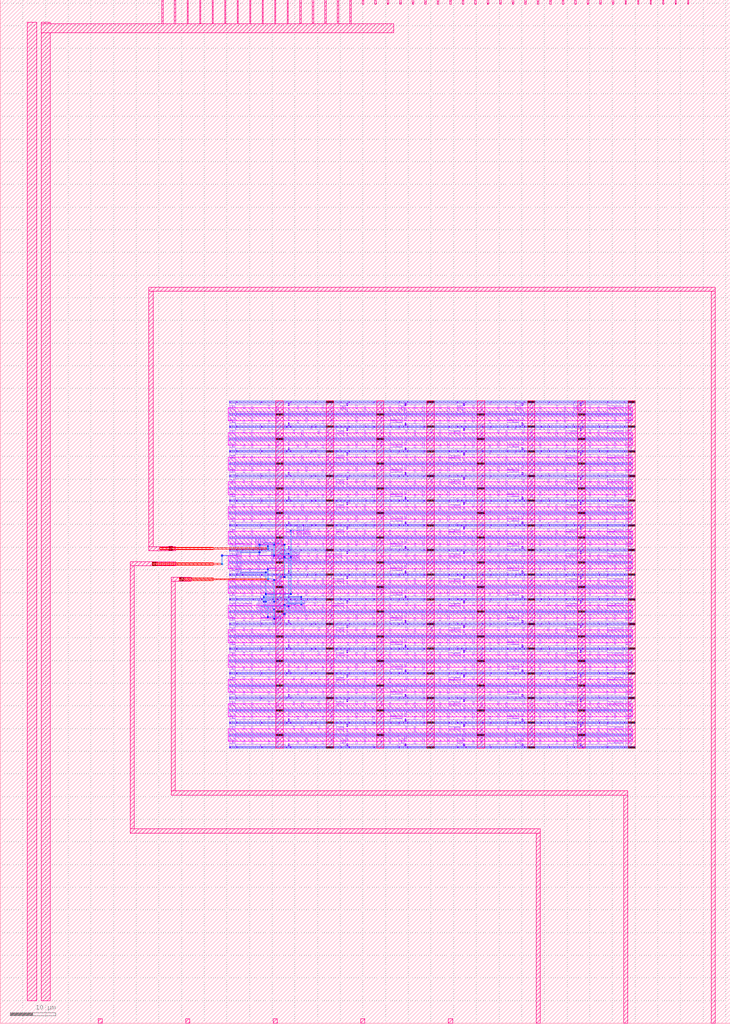
<source format=lef>
VERSION 5.7 ;
  NOWIREEXTENSIONATPIN ON ;
  DIVIDERCHAR "/" ;
  BUSBITCHARS "[]" ;
MACRO tt_um_DIGI_OTA_8
  CLASS BLOCK ;
  FOREIGN tt_um_DIGI_OTA_8 ;
  ORIGIN 0.000 0.000 ;
  SIZE 161.000 BY 225.760 ;
  OBS
      LAYER pwell ;
        RECT 50.665 136.925 50.835 137.095 ;
        RECT 52.045 136.925 52.215 137.095 ;
        RECT 57.565 136.925 57.735 137.095 ;
        RECT 63.080 136.955 63.200 137.065 ;
        RECT 64.005 136.925 64.175 137.095 ;
        RECT 69.525 136.925 69.695 137.095 ;
        RECT 75.045 136.925 75.215 137.095 ;
        RECT 76.885 136.925 77.055 137.095 ;
        RECT 82.405 136.925 82.575 137.095 ;
        RECT 87.925 136.925 88.095 137.095 ;
        RECT 89.765 136.925 89.935 137.095 ;
        RECT 95.285 136.925 95.455 137.095 ;
        RECT 100.805 136.925 100.975 137.095 ;
        RECT 102.645 136.925 102.815 137.095 ;
        RECT 108.165 136.925 108.335 137.095 ;
        RECT 113.685 136.925 113.855 137.095 ;
        RECT 115.525 136.925 115.695 137.095 ;
        RECT 121.045 136.925 121.215 137.095 ;
        RECT 126.565 136.925 126.735 137.095 ;
        RECT 128.405 136.925 128.575 137.095 ;
        RECT 133.925 136.925 134.095 137.095 ;
        RECT 137.600 136.955 137.720 137.065 ;
        RECT 138.985 136.925 139.155 137.095 ;
        RECT 63.545 136.165 63.715 136.690 ;
        RECT 76.425 136.165 76.595 136.690 ;
        RECT 89.305 136.165 89.475 136.690 ;
        RECT 102.185 136.165 102.355 136.690 ;
        RECT 115.065 136.165 115.235 136.690 ;
        RECT 127.945 136.165 128.115 136.690 ;
      LAYER nwell ;
        RECT 50.330 132.875 139.490 135.705 ;
      LAYER pwell ;
        RECT 63.545 131.890 63.715 132.415 ;
        RECT 89.305 131.890 89.475 132.415 ;
        RECT 115.065 131.890 115.235 132.415 ;
        RECT 50.665 131.485 50.835 131.655 ;
        RECT 52.045 131.485 52.215 131.655 ;
        RECT 57.565 131.485 57.735 131.655 ;
        RECT 63.085 131.625 63.255 131.655 ;
        RECT 63.080 131.515 63.255 131.625 ;
        RECT 63.085 131.485 63.255 131.515 ;
        RECT 64.005 131.485 64.175 131.655 ;
        RECT 68.605 131.485 68.775 131.655 ;
        RECT 69.525 131.485 69.695 131.655 ;
        RECT 74.125 131.485 74.295 131.655 ;
        RECT 75.045 131.485 75.215 131.655 ;
        RECT 75.960 131.515 76.080 131.625 ;
        RECT 76.885 131.485 77.055 131.655 ;
        RECT 80.565 131.485 80.735 131.655 ;
        RECT 82.405 131.485 82.575 131.655 ;
        RECT 86.085 131.485 86.255 131.655 ;
        RECT 87.925 131.485 88.095 131.655 ;
        RECT 88.840 131.515 88.960 131.625 ;
        RECT 89.765 131.485 89.935 131.655 ;
        RECT 93.445 131.485 93.615 131.655 ;
        RECT 95.285 131.485 95.455 131.655 ;
        RECT 98.965 131.485 99.135 131.655 ;
        RECT 100.805 131.485 100.975 131.655 ;
        RECT 101.720 131.515 101.840 131.625 ;
        RECT 102.645 131.485 102.815 131.655 ;
        RECT 106.325 131.485 106.495 131.655 ;
        RECT 108.165 131.485 108.335 131.655 ;
        RECT 111.845 131.485 112.015 131.655 ;
        RECT 113.685 131.485 113.855 131.655 ;
        RECT 114.600 131.515 114.720 131.625 ;
        RECT 115.525 131.485 115.695 131.655 ;
        RECT 119.205 131.485 119.375 131.655 ;
        RECT 121.045 131.485 121.215 131.655 ;
        RECT 124.725 131.485 124.895 131.655 ;
        RECT 126.565 131.485 126.735 131.655 ;
        RECT 127.480 131.515 127.600 131.625 ;
        RECT 128.405 131.485 128.575 131.655 ;
        RECT 132.085 131.485 132.255 131.655 ;
        RECT 133.925 131.485 134.095 131.655 ;
        RECT 137.600 131.515 137.720 131.625 ;
        RECT 138.985 131.485 139.155 131.655 ;
        RECT 76.425 130.725 76.595 131.250 ;
        RECT 102.185 130.725 102.355 131.250 ;
        RECT 127.945 130.725 128.115 131.250 ;
      LAYER nwell ;
        RECT 50.330 127.435 139.490 130.265 ;
      LAYER pwell ;
        RECT 63.545 126.450 63.715 126.975 ;
        RECT 89.305 126.450 89.475 126.975 ;
        RECT 115.065 126.450 115.235 126.975 ;
        RECT 50.665 126.045 50.835 126.215 ;
        RECT 52.045 126.045 52.215 126.215 ;
        RECT 57.565 126.045 57.735 126.215 ;
        RECT 63.085 126.185 63.255 126.215 ;
        RECT 63.080 126.075 63.255 126.185 ;
        RECT 63.085 126.045 63.255 126.075 ;
        RECT 64.005 126.045 64.175 126.215 ;
        RECT 68.605 126.045 68.775 126.215 ;
        RECT 69.525 126.045 69.695 126.215 ;
        RECT 74.125 126.045 74.295 126.215 ;
        RECT 75.045 126.045 75.215 126.215 ;
        RECT 75.960 126.075 76.080 126.185 ;
        RECT 76.885 126.045 77.055 126.215 ;
        RECT 80.565 126.045 80.735 126.215 ;
        RECT 82.405 126.045 82.575 126.215 ;
        RECT 86.085 126.045 86.255 126.215 ;
        RECT 87.925 126.045 88.095 126.215 ;
        RECT 88.840 126.075 88.960 126.185 ;
        RECT 89.765 126.045 89.935 126.215 ;
        RECT 93.445 126.045 93.615 126.215 ;
        RECT 95.285 126.045 95.455 126.215 ;
        RECT 98.965 126.045 99.135 126.215 ;
        RECT 100.805 126.045 100.975 126.215 ;
        RECT 101.720 126.075 101.840 126.185 ;
        RECT 102.645 126.045 102.815 126.215 ;
        RECT 106.325 126.045 106.495 126.215 ;
        RECT 108.165 126.045 108.335 126.215 ;
        RECT 111.845 126.045 112.015 126.215 ;
        RECT 113.685 126.045 113.855 126.215 ;
        RECT 114.600 126.075 114.720 126.185 ;
        RECT 115.525 126.045 115.695 126.215 ;
        RECT 119.205 126.045 119.375 126.215 ;
        RECT 121.045 126.045 121.215 126.215 ;
        RECT 124.725 126.045 124.895 126.215 ;
        RECT 126.565 126.045 126.735 126.215 ;
        RECT 127.480 126.075 127.600 126.185 ;
        RECT 128.405 126.045 128.575 126.215 ;
        RECT 132.085 126.045 132.255 126.215 ;
        RECT 133.925 126.045 134.095 126.215 ;
        RECT 137.600 126.075 137.720 126.185 ;
        RECT 138.985 126.045 139.155 126.215 ;
        RECT 76.425 125.285 76.595 125.810 ;
        RECT 102.185 125.285 102.355 125.810 ;
        RECT 127.945 125.285 128.115 125.810 ;
      LAYER nwell ;
        RECT 50.330 121.995 139.490 124.825 ;
      LAYER pwell ;
        RECT 63.545 121.010 63.715 121.535 ;
        RECT 89.305 121.010 89.475 121.535 ;
        RECT 115.065 121.010 115.235 121.535 ;
        RECT 50.665 120.605 50.835 120.775 ;
        RECT 52.045 120.605 52.215 120.775 ;
        RECT 57.565 120.605 57.735 120.775 ;
        RECT 63.085 120.745 63.255 120.775 ;
        RECT 63.080 120.635 63.255 120.745 ;
        RECT 63.085 120.605 63.255 120.635 ;
        RECT 64.005 120.605 64.175 120.775 ;
        RECT 68.605 120.605 68.775 120.775 ;
        RECT 69.525 120.605 69.695 120.775 ;
        RECT 74.125 120.605 74.295 120.775 ;
        RECT 75.045 120.605 75.215 120.775 ;
        RECT 75.960 120.635 76.080 120.745 ;
        RECT 76.885 120.605 77.055 120.775 ;
        RECT 80.565 120.605 80.735 120.775 ;
        RECT 82.405 120.605 82.575 120.775 ;
        RECT 86.085 120.605 86.255 120.775 ;
        RECT 87.925 120.605 88.095 120.775 ;
        RECT 88.840 120.635 88.960 120.745 ;
        RECT 89.765 120.605 89.935 120.775 ;
        RECT 93.445 120.605 93.615 120.775 ;
        RECT 95.285 120.605 95.455 120.775 ;
        RECT 98.965 120.605 99.135 120.775 ;
        RECT 100.805 120.605 100.975 120.775 ;
        RECT 101.720 120.635 101.840 120.745 ;
        RECT 102.645 120.605 102.815 120.775 ;
        RECT 106.325 120.605 106.495 120.775 ;
        RECT 108.165 120.605 108.335 120.775 ;
        RECT 111.845 120.605 112.015 120.775 ;
        RECT 113.685 120.605 113.855 120.775 ;
        RECT 114.600 120.635 114.720 120.745 ;
        RECT 115.525 120.605 115.695 120.775 ;
        RECT 119.205 120.605 119.375 120.775 ;
        RECT 121.045 120.605 121.215 120.775 ;
        RECT 124.725 120.605 124.895 120.775 ;
        RECT 126.565 120.605 126.735 120.775 ;
        RECT 127.480 120.635 127.600 120.745 ;
        RECT 128.405 120.605 128.575 120.775 ;
        RECT 132.085 120.605 132.255 120.775 ;
        RECT 133.925 120.605 134.095 120.775 ;
        RECT 137.600 120.635 137.720 120.745 ;
        RECT 138.985 120.605 139.155 120.775 ;
        RECT 76.425 119.845 76.595 120.370 ;
        RECT 102.185 119.845 102.355 120.370 ;
        RECT 127.945 119.845 128.115 120.370 ;
      LAYER nwell ;
        RECT 50.330 116.555 139.490 119.385 ;
      LAYER pwell ;
        RECT 63.545 115.570 63.715 116.095 ;
        RECT 89.305 115.570 89.475 116.095 ;
        RECT 115.065 115.570 115.235 116.095 ;
        RECT 50.665 115.165 50.835 115.335 ;
        RECT 52.045 115.165 52.215 115.335 ;
        RECT 57.565 115.165 57.735 115.335 ;
        RECT 63.085 115.305 63.255 115.335 ;
        RECT 63.080 115.195 63.255 115.305 ;
        RECT 63.085 115.165 63.255 115.195 ;
        RECT 64.005 115.165 64.175 115.335 ;
        RECT 68.605 115.165 68.775 115.335 ;
        RECT 69.525 115.165 69.695 115.335 ;
        RECT 74.125 115.165 74.295 115.335 ;
        RECT 75.045 115.165 75.215 115.335 ;
        RECT 75.960 115.195 76.080 115.305 ;
        RECT 76.885 115.165 77.055 115.335 ;
        RECT 80.565 115.165 80.735 115.335 ;
        RECT 82.405 115.165 82.575 115.335 ;
        RECT 86.085 115.165 86.255 115.335 ;
        RECT 87.925 115.165 88.095 115.335 ;
        RECT 88.840 115.195 88.960 115.305 ;
        RECT 89.765 115.165 89.935 115.335 ;
        RECT 93.445 115.165 93.615 115.335 ;
        RECT 95.285 115.165 95.455 115.335 ;
        RECT 98.965 115.165 99.135 115.335 ;
        RECT 100.805 115.165 100.975 115.335 ;
        RECT 101.720 115.195 101.840 115.305 ;
        RECT 102.645 115.165 102.815 115.335 ;
        RECT 106.325 115.165 106.495 115.335 ;
        RECT 108.165 115.165 108.335 115.335 ;
        RECT 111.845 115.165 112.015 115.335 ;
        RECT 113.685 115.165 113.855 115.335 ;
        RECT 114.600 115.195 114.720 115.305 ;
        RECT 115.525 115.165 115.695 115.335 ;
        RECT 119.205 115.165 119.375 115.335 ;
        RECT 121.045 115.165 121.215 115.335 ;
        RECT 124.725 115.165 124.895 115.335 ;
        RECT 126.565 115.165 126.735 115.335 ;
        RECT 127.480 115.195 127.600 115.305 ;
        RECT 128.405 115.165 128.575 115.335 ;
        RECT 132.085 115.165 132.255 115.335 ;
        RECT 133.925 115.165 134.095 115.335 ;
        RECT 137.600 115.195 137.720 115.305 ;
        RECT 138.985 115.165 139.155 115.335 ;
        RECT 76.425 114.405 76.595 114.930 ;
        RECT 102.185 114.405 102.355 114.930 ;
        RECT 127.945 114.405 128.115 114.930 ;
      LAYER nwell ;
        RECT 50.330 111.115 139.490 113.945 ;
      LAYER pwell ;
        RECT 63.545 110.130 63.715 110.655 ;
        RECT 89.305 110.130 89.475 110.655 ;
        RECT 115.065 110.130 115.235 110.655 ;
        RECT 50.665 109.725 50.835 109.895 ;
        RECT 52.045 109.725 52.215 109.895 ;
        RECT 57.565 109.725 57.735 109.895 ;
        RECT 63.085 109.865 63.255 109.895 ;
        RECT 63.080 109.755 63.255 109.865 ;
        RECT 63.085 109.725 63.255 109.755 ;
        RECT 64.005 109.725 64.175 109.895 ;
        RECT 64.920 109.755 65.040 109.865 ;
        RECT 65.385 109.725 65.555 109.895 ;
        RECT 66.765 109.725 66.935 109.895 ;
        RECT 68.605 109.725 68.775 109.895 ;
        RECT 69.525 109.725 69.695 109.895 ;
        RECT 74.125 109.725 74.295 109.895 ;
        RECT 75.045 109.725 75.215 109.895 ;
        RECT 75.960 109.755 76.080 109.865 ;
        RECT 76.885 109.725 77.055 109.895 ;
        RECT 80.565 109.725 80.735 109.895 ;
        RECT 82.405 109.725 82.575 109.895 ;
        RECT 86.085 109.725 86.255 109.895 ;
        RECT 87.925 109.725 88.095 109.895 ;
        RECT 88.840 109.755 88.960 109.865 ;
        RECT 89.765 109.725 89.935 109.895 ;
        RECT 93.445 109.725 93.615 109.895 ;
        RECT 95.285 109.725 95.455 109.895 ;
        RECT 98.965 109.725 99.135 109.895 ;
        RECT 100.805 109.725 100.975 109.895 ;
        RECT 101.720 109.755 101.840 109.865 ;
        RECT 102.645 109.725 102.815 109.895 ;
        RECT 106.325 109.725 106.495 109.895 ;
        RECT 108.165 109.725 108.335 109.895 ;
        RECT 111.845 109.725 112.015 109.895 ;
        RECT 113.685 109.725 113.855 109.895 ;
        RECT 114.600 109.755 114.720 109.865 ;
        RECT 115.525 109.725 115.695 109.895 ;
        RECT 119.205 109.725 119.375 109.895 ;
        RECT 121.045 109.725 121.215 109.895 ;
        RECT 124.725 109.725 124.895 109.895 ;
        RECT 126.565 109.725 126.735 109.895 ;
        RECT 127.480 109.755 127.600 109.865 ;
        RECT 128.405 109.725 128.575 109.895 ;
        RECT 132.085 109.725 132.255 109.895 ;
        RECT 133.925 109.725 134.095 109.895 ;
        RECT 137.600 109.755 137.720 109.865 ;
        RECT 138.985 109.725 139.155 109.895 ;
        RECT 76.425 108.965 76.595 109.490 ;
        RECT 102.185 108.965 102.355 109.490 ;
        RECT 127.945 108.965 128.115 109.490 ;
      LAYER nwell ;
        RECT 50.330 105.675 139.490 108.505 ;
      LAYER pwell ;
        RECT 63.545 104.690 63.715 105.215 ;
        RECT 89.305 104.690 89.475 105.215 ;
        RECT 115.065 104.690 115.235 105.215 ;
        RECT 50.665 104.285 50.835 104.455 ;
        RECT 52.045 104.285 52.225 104.455 ;
        RECT 53.425 104.285 53.595 104.455 ;
        RECT 55.720 104.315 55.840 104.425 ;
        RECT 57.105 104.285 57.275 104.455 ;
        RECT 57.560 104.285 57.730 104.455 ;
        RECT 58.955 104.310 59.115 104.420 ;
        RECT 59.870 104.285 60.040 104.455 ;
        RECT 62.160 104.285 62.340 104.455 ;
        RECT 62.635 104.320 62.795 104.430 ;
        RECT 64.005 104.285 64.175 104.455 ;
        RECT 66.305 104.285 66.475 104.455 ;
        RECT 69.525 104.285 69.695 104.455 ;
        RECT 71.825 104.285 71.995 104.455 ;
        RECT 75.045 104.285 75.215 104.455 ;
        RECT 75.515 104.310 75.675 104.420 ;
        RECT 76.885 104.285 77.055 104.455 ;
        RECT 80.565 104.285 80.735 104.455 ;
        RECT 82.405 104.285 82.575 104.455 ;
        RECT 86.085 104.285 86.255 104.455 ;
        RECT 87.925 104.285 88.095 104.455 ;
        RECT 88.840 104.315 88.960 104.425 ;
        RECT 89.765 104.285 89.935 104.455 ;
        RECT 93.445 104.285 93.615 104.455 ;
        RECT 95.285 104.285 95.455 104.455 ;
        RECT 98.965 104.285 99.135 104.455 ;
        RECT 100.805 104.285 100.975 104.455 ;
        RECT 101.720 104.315 101.840 104.425 ;
        RECT 102.645 104.285 102.815 104.455 ;
        RECT 106.325 104.285 106.495 104.455 ;
        RECT 108.165 104.285 108.335 104.455 ;
        RECT 111.845 104.285 112.015 104.455 ;
        RECT 113.685 104.285 113.855 104.455 ;
        RECT 114.600 104.315 114.720 104.425 ;
        RECT 115.525 104.285 115.695 104.455 ;
        RECT 119.205 104.285 119.375 104.455 ;
        RECT 121.045 104.285 121.215 104.455 ;
        RECT 124.725 104.285 124.895 104.455 ;
        RECT 126.565 104.285 126.735 104.455 ;
        RECT 127.480 104.315 127.600 104.425 ;
        RECT 128.405 104.285 128.575 104.455 ;
        RECT 132.085 104.285 132.255 104.455 ;
        RECT 133.925 104.285 134.095 104.455 ;
        RECT 137.600 104.315 137.720 104.425 ;
        RECT 138.985 104.285 139.155 104.455 ;
        RECT 76.425 103.525 76.595 104.050 ;
        RECT 102.185 103.525 102.355 104.050 ;
        RECT 127.945 103.525 128.115 104.050 ;
      LAYER nwell ;
        RECT 50.330 100.235 139.490 103.065 ;
      LAYER pwell ;
        RECT 63.545 99.250 63.715 99.775 ;
        RECT 89.305 99.250 89.475 99.775 ;
        RECT 115.065 99.250 115.235 99.775 ;
        RECT 50.665 98.845 50.835 99.015 ;
        RECT 52.045 98.845 52.225 99.015 ;
        RECT 53.425 98.845 53.595 99.015 ;
        RECT 57.565 98.845 57.735 99.015 ;
        RECT 58.945 98.845 59.115 99.015 ;
        RECT 60.320 98.875 60.440 98.985 ;
        RECT 60.785 98.845 60.955 99.015 ;
        RECT 62.165 98.845 62.335 99.015 ;
        RECT 62.635 98.880 62.795 98.990 ;
        RECT 64.005 98.845 64.175 99.015 ;
        RECT 67.685 98.845 67.855 99.015 ;
        RECT 69.525 98.845 69.695 99.015 ;
        RECT 73.205 98.845 73.375 99.015 ;
        RECT 75.045 98.845 75.215 99.015 ;
        RECT 75.960 98.875 76.080 98.985 ;
        RECT 76.885 98.845 77.055 99.015 ;
        RECT 80.565 98.845 80.735 99.015 ;
        RECT 82.405 98.845 82.575 99.015 ;
        RECT 86.085 98.845 86.255 99.015 ;
        RECT 87.925 98.845 88.095 99.015 ;
        RECT 88.840 98.875 88.960 98.985 ;
        RECT 89.765 98.845 89.935 99.015 ;
        RECT 93.445 98.845 93.615 99.015 ;
        RECT 95.285 98.845 95.455 99.015 ;
        RECT 98.965 98.845 99.135 99.015 ;
        RECT 100.805 98.845 100.975 99.015 ;
        RECT 101.720 98.875 101.840 98.985 ;
        RECT 102.645 98.845 102.815 99.015 ;
        RECT 106.325 98.845 106.495 99.015 ;
        RECT 108.165 98.845 108.335 99.015 ;
        RECT 111.845 98.845 112.015 99.015 ;
        RECT 113.685 98.845 113.855 99.015 ;
        RECT 114.600 98.875 114.720 98.985 ;
        RECT 115.525 98.845 115.695 99.015 ;
        RECT 119.205 98.845 119.375 99.015 ;
        RECT 121.045 98.845 121.215 99.015 ;
        RECT 124.725 98.845 124.895 99.015 ;
        RECT 126.565 98.845 126.735 99.015 ;
        RECT 127.480 98.875 127.600 98.985 ;
        RECT 128.405 98.845 128.575 99.015 ;
        RECT 132.085 98.845 132.255 99.015 ;
        RECT 133.925 98.845 134.095 99.015 ;
        RECT 137.600 98.875 137.720 98.985 ;
        RECT 138.985 98.845 139.155 99.015 ;
        RECT 76.425 98.085 76.595 98.610 ;
        RECT 102.185 98.085 102.355 98.610 ;
        RECT 127.945 98.085 128.115 98.610 ;
      LAYER nwell ;
        RECT 50.330 94.795 139.490 97.625 ;
      LAYER pwell ;
        RECT 63.545 93.810 63.715 94.335 ;
        RECT 89.305 93.810 89.475 94.335 ;
        RECT 115.065 93.810 115.235 94.335 ;
        RECT 50.665 93.405 50.835 93.575 ;
        RECT 52.045 93.405 52.215 93.575 ;
        RECT 55.735 93.430 55.895 93.540 ;
        RECT 57.565 93.405 57.735 93.575 ;
        RECT 60.050 93.405 60.220 93.575 ;
        RECT 61.060 93.405 61.230 93.575 ;
        RECT 61.240 93.435 61.360 93.545 ;
        RECT 62.630 93.405 62.800 93.575 ;
        RECT 63.080 93.435 63.200 93.545 ;
        RECT 64.005 93.405 64.175 93.575 ;
        RECT 64.925 93.405 65.095 93.575 ;
        RECT 66.305 93.405 66.475 93.575 ;
        RECT 67.685 93.405 67.855 93.575 ;
        RECT 69.525 93.405 69.695 93.575 ;
        RECT 73.205 93.405 73.375 93.575 ;
        RECT 75.045 93.405 75.215 93.575 ;
        RECT 75.960 93.435 76.080 93.545 ;
        RECT 76.885 93.405 77.055 93.575 ;
        RECT 80.565 93.405 80.735 93.575 ;
        RECT 82.405 93.405 82.575 93.575 ;
        RECT 86.085 93.405 86.255 93.575 ;
        RECT 87.925 93.405 88.095 93.575 ;
        RECT 88.840 93.435 88.960 93.545 ;
        RECT 89.765 93.405 89.935 93.575 ;
        RECT 93.445 93.405 93.615 93.575 ;
        RECT 95.285 93.405 95.455 93.575 ;
        RECT 98.965 93.405 99.135 93.575 ;
        RECT 100.805 93.405 100.975 93.575 ;
        RECT 101.720 93.435 101.840 93.545 ;
        RECT 102.645 93.405 102.815 93.575 ;
        RECT 106.325 93.405 106.495 93.575 ;
        RECT 108.165 93.405 108.335 93.575 ;
        RECT 111.845 93.405 112.015 93.575 ;
        RECT 113.685 93.405 113.855 93.575 ;
        RECT 114.600 93.435 114.720 93.545 ;
        RECT 115.525 93.405 115.695 93.575 ;
        RECT 119.205 93.405 119.375 93.575 ;
        RECT 121.045 93.405 121.215 93.575 ;
        RECT 124.725 93.405 124.895 93.575 ;
        RECT 126.565 93.405 126.735 93.575 ;
        RECT 127.480 93.435 127.600 93.545 ;
        RECT 128.405 93.405 128.575 93.575 ;
        RECT 132.085 93.405 132.255 93.575 ;
        RECT 133.925 93.405 134.095 93.575 ;
        RECT 137.600 93.435 137.720 93.545 ;
        RECT 138.985 93.405 139.155 93.575 ;
        RECT 76.425 92.645 76.595 93.170 ;
        RECT 102.185 92.645 102.355 93.170 ;
        RECT 127.945 92.645 128.115 93.170 ;
      LAYER nwell ;
        RECT 50.330 89.355 139.490 92.185 ;
      LAYER pwell ;
        RECT 63.545 88.370 63.715 88.895 ;
        RECT 89.305 88.370 89.475 88.895 ;
        RECT 115.065 88.370 115.235 88.895 ;
        RECT 50.665 87.965 50.835 88.135 ;
        RECT 52.045 87.965 52.215 88.135 ;
        RECT 57.565 87.965 57.735 88.135 ;
        RECT 60.335 87.965 60.505 88.135 ;
        RECT 61.705 87.965 61.875 88.135 ;
        RECT 63.085 88.105 63.255 88.135 ;
        RECT 63.080 87.995 63.255 88.105 ;
        RECT 63.085 87.965 63.255 87.995 ;
        RECT 64.005 87.965 64.175 88.135 ;
        RECT 68.605 87.965 68.775 88.135 ;
        RECT 69.525 87.965 69.695 88.135 ;
        RECT 74.125 87.965 74.295 88.135 ;
        RECT 75.045 87.965 75.215 88.135 ;
        RECT 75.960 87.995 76.080 88.105 ;
        RECT 76.885 87.965 77.055 88.135 ;
        RECT 80.565 87.965 80.735 88.135 ;
        RECT 82.405 87.965 82.575 88.135 ;
        RECT 86.085 87.965 86.255 88.135 ;
        RECT 87.925 87.965 88.095 88.135 ;
        RECT 88.840 87.995 88.960 88.105 ;
        RECT 89.765 87.965 89.935 88.135 ;
        RECT 93.445 87.965 93.615 88.135 ;
        RECT 95.285 87.965 95.455 88.135 ;
        RECT 98.965 87.965 99.135 88.135 ;
        RECT 100.805 87.965 100.975 88.135 ;
        RECT 101.720 87.995 101.840 88.105 ;
        RECT 102.645 87.965 102.815 88.135 ;
        RECT 106.325 87.965 106.495 88.135 ;
        RECT 108.165 87.965 108.335 88.135 ;
        RECT 111.845 87.965 112.015 88.135 ;
        RECT 113.685 87.965 113.855 88.135 ;
        RECT 114.600 87.995 114.720 88.105 ;
        RECT 115.525 87.965 115.695 88.135 ;
        RECT 119.205 87.965 119.375 88.135 ;
        RECT 121.045 87.965 121.215 88.135 ;
        RECT 124.725 87.965 124.895 88.135 ;
        RECT 126.565 87.965 126.735 88.135 ;
        RECT 127.480 87.995 127.600 88.105 ;
        RECT 128.405 87.965 128.575 88.135 ;
        RECT 132.085 87.965 132.255 88.135 ;
        RECT 133.925 87.965 134.095 88.135 ;
        RECT 137.600 87.995 137.720 88.105 ;
        RECT 138.985 87.965 139.155 88.135 ;
        RECT 76.425 87.205 76.595 87.730 ;
        RECT 102.185 87.205 102.355 87.730 ;
        RECT 127.945 87.205 128.115 87.730 ;
      LAYER nwell ;
        RECT 50.330 83.915 139.490 86.745 ;
      LAYER pwell ;
        RECT 63.545 82.930 63.715 83.455 ;
        RECT 89.305 82.930 89.475 83.455 ;
        RECT 115.065 82.930 115.235 83.455 ;
        RECT 50.665 82.525 50.835 82.695 ;
        RECT 52.045 82.525 52.215 82.695 ;
        RECT 57.565 82.525 57.735 82.695 ;
        RECT 63.085 82.665 63.255 82.695 ;
        RECT 63.080 82.555 63.255 82.665 ;
        RECT 63.085 82.525 63.255 82.555 ;
        RECT 64.005 82.525 64.175 82.695 ;
        RECT 68.605 82.525 68.775 82.695 ;
        RECT 69.525 82.525 69.695 82.695 ;
        RECT 74.125 82.525 74.295 82.695 ;
        RECT 75.045 82.525 75.215 82.695 ;
        RECT 75.960 82.555 76.080 82.665 ;
        RECT 76.885 82.525 77.055 82.695 ;
        RECT 80.565 82.525 80.735 82.695 ;
        RECT 82.405 82.525 82.575 82.695 ;
        RECT 86.085 82.525 86.255 82.695 ;
        RECT 87.925 82.525 88.095 82.695 ;
        RECT 88.840 82.555 88.960 82.665 ;
        RECT 89.765 82.525 89.935 82.695 ;
        RECT 93.445 82.525 93.615 82.695 ;
        RECT 95.285 82.525 95.455 82.695 ;
        RECT 98.965 82.525 99.135 82.695 ;
        RECT 100.805 82.525 100.975 82.695 ;
        RECT 101.720 82.555 101.840 82.665 ;
        RECT 102.645 82.525 102.815 82.695 ;
        RECT 106.325 82.525 106.495 82.695 ;
        RECT 108.165 82.525 108.335 82.695 ;
        RECT 111.845 82.525 112.015 82.695 ;
        RECT 113.685 82.525 113.855 82.695 ;
        RECT 114.600 82.555 114.720 82.665 ;
        RECT 115.525 82.525 115.695 82.695 ;
        RECT 119.205 82.525 119.375 82.695 ;
        RECT 121.045 82.525 121.215 82.695 ;
        RECT 124.725 82.525 124.895 82.695 ;
        RECT 126.565 82.525 126.735 82.695 ;
        RECT 127.480 82.555 127.600 82.665 ;
        RECT 128.405 82.525 128.575 82.695 ;
        RECT 132.085 82.525 132.255 82.695 ;
        RECT 133.925 82.525 134.095 82.695 ;
        RECT 137.600 82.555 137.720 82.665 ;
        RECT 138.985 82.525 139.155 82.695 ;
        RECT 76.425 81.765 76.595 82.290 ;
        RECT 102.185 81.765 102.355 82.290 ;
        RECT 127.945 81.765 128.115 82.290 ;
      LAYER nwell ;
        RECT 50.330 78.475 139.490 81.305 ;
      LAYER pwell ;
        RECT 63.545 77.490 63.715 78.015 ;
        RECT 89.305 77.490 89.475 78.015 ;
        RECT 115.065 77.490 115.235 78.015 ;
        RECT 50.665 77.085 50.835 77.255 ;
        RECT 52.045 77.085 52.215 77.255 ;
        RECT 57.565 77.085 57.735 77.255 ;
        RECT 63.085 77.225 63.255 77.255 ;
        RECT 63.080 77.115 63.255 77.225 ;
        RECT 63.085 77.085 63.255 77.115 ;
        RECT 64.005 77.085 64.175 77.255 ;
        RECT 68.605 77.085 68.775 77.255 ;
        RECT 69.525 77.085 69.695 77.255 ;
        RECT 74.125 77.085 74.295 77.255 ;
        RECT 75.045 77.085 75.215 77.255 ;
        RECT 75.960 77.115 76.080 77.225 ;
        RECT 76.885 77.085 77.055 77.255 ;
        RECT 80.565 77.085 80.735 77.255 ;
        RECT 82.405 77.085 82.575 77.255 ;
        RECT 86.085 77.085 86.255 77.255 ;
        RECT 87.925 77.085 88.095 77.255 ;
        RECT 88.840 77.115 88.960 77.225 ;
        RECT 89.765 77.085 89.935 77.255 ;
        RECT 93.445 77.085 93.615 77.255 ;
        RECT 95.285 77.085 95.455 77.255 ;
        RECT 98.965 77.085 99.135 77.255 ;
        RECT 100.805 77.085 100.975 77.255 ;
        RECT 101.720 77.115 101.840 77.225 ;
        RECT 102.645 77.085 102.815 77.255 ;
        RECT 106.325 77.085 106.495 77.255 ;
        RECT 108.165 77.085 108.335 77.255 ;
        RECT 111.845 77.085 112.015 77.255 ;
        RECT 113.685 77.085 113.855 77.255 ;
        RECT 114.600 77.115 114.720 77.225 ;
        RECT 115.525 77.085 115.695 77.255 ;
        RECT 119.205 77.085 119.375 77.255 ;
        RECT 121.045 77.085 121.215 77.255 ;
        RECT 124.725 77.085 124.895 77.255 ;
        RECT 126.565 77.085 126.735 77.255 ;
        RECT 127.480 77.115 127.600 77.225 ;
        RECT 128.405 77.085 128.575 77.255 ;
        RECT 132.085 77.085 132.255 77.255 ;
        RECT 133.925 77.085 134.095 77.255 ;
        RECT 137.600 77.115 137.720 77.225 ;
        RECT 138.985 77.085 139.155 77.255 ;
        RECT 76.425 76.325 76.595 76.850 ;
        RECT 102.185 76.325 102.355 76.850 ;
        RECT 127.945 76.325 128.115 76.850 ;
      LAYER nwell ;
        RECT 50.330 73.035 139.490 75.865 ;
      LAYER pwell ;
        RECT 63.545 72.050 63.715 72.575 ;
        RECT 89.305 72.050 89.475 72.575 ;
        RECT 115.065 72.050 115.235 72.575 ;
        RECT 50.665 71.645 50.835 71.815 ;
        RECT 52.045 71.645 52.215 71.815 ;
        RECT 57.565 71.645 57.735 71.815 ;
        RECT 63.085 71.785 63.255 71.815 ;
        RECT 63.080 71.675 63.255 71.785 ;
        RECT 63.085 71.645 63.255 71.675 ;
        RECT 64.005 71.645 64.175 71.815 ;
        RECT 68.605 71.645 68.775 71.815 ;
        RECT 69.525 71.645 69.695 71.815 ;
        RECT 74.125 71.645 74.295 71.815 ;
        RECT 75.045 71.645 75.215 71.815 ;
        RECT 75.960 71.675 76.080 71.785 ;
        RECT 76.885 71.645 77.055 71.815 ;
        RECT 80.565 71.645 80.735 71.815 ;
        RECT 82.405 71.645 82.575 71.815 ;
        RECT 86.085 71.645 86.255 71.815 ;
        RECT 87.925 71.645 88.095 71.815 ;
        RECT 88.840 71.675 88.960 71.785 ;
        RECT 89.765 71.645 89.935 71.815 ;
        RECT 93.445 71.645 93.615 71.815 ;
        RECT 95.285 71.645 95.455 71.815 ;
        RECT 98.965 71.645 99.135 71.815 ;
        RECT 100.805 71.645 100.975 71.815 ;
        RECT 101.720 71.675 101.840 71.785 ;
        RECT 102.645 71.645 102.815 71.815 ;
        RECT 106.325 71.645 106.495 71.815 ;
        RECT 108.165 71.645 108.335 71.815 ;
        RECT 111.845 71.645 112.015 71.815 ;
        RECT 113.685 71.645 113.855 71.815 ;
        RECT 114.600 71.675 114.720 71.785 ;
        RECT 115.525 71.645 115.695 71.815 ;
        RECT 119.205 71.645 119.375 71.815 ;
        RECT 121.045 71.645 121.215 71.815 ;
        RECT 124.725 71.645 124.895 71.815 ;
        RECT 126.565 71.645 126.735 71.815 ;
        RECT 127.480 71.675 127.600 71.785 ;
        RECT 128.405 71.645 128.575 71.815 ;
        RECT 132.085 71.645 132.255 71.815 ;
        RECT 133.925 71.645 134.095 71.815 ;
        RECT 137.600 71.675 137.720 71.785 ;
        RECT 138.985 71.645 139.155 71.815 ;
        RECT 76.425 70.885 76.595 71.410 ;
        RECT 102.185 70.885 102.355 71.410 ;
        RECT 127.945 70.885 128.115 71.410 ;
      LAYER nwell ;
        RECT 50.330 67.595 139.490 70.425 ;
      LAYER pwell ;
        RECT 63.545 66.610 63.715 67.135 ;
        RECT 89.305 66.610 89.475 67.135 ;
        RECT 115.065 66.610 115.235 67.135 ;
        RECT 50.665 66.205 50.835 66.375 ;
        RECT 52.045 66.205 52.215 66.375 ;
        RECT 57.565 66.205 57.735 66.375 ;
        RECT 63.085 66.345 63.255 66.375 ;
        RECT 63.080 66.235 63.255 66.345 ;
        RECT 63.085 66.205 63.255 66.235 ;
        RECT 64.005 66.205 64.175 66.375 ;
        RECT 68.605 66.205 68.775 66.375 ;
        RECT 69.525 66.205 69.695 66.375 ;
        RECT 74.125 66.205 74.295 66.375 ;
        RECT 75.045 66.205 75.215 66.375 ;
        RECT 75.960 66.235 76.080 66.345 ;
        RECT 76.885 66.205 77.055 66.375 ;
        RECT 80.565 66.205 80.735 66.375 ;
        RECT 82.405 66.205 82.575 66.375 ;
        RECT 86.085 66.205 86.255 66.375 ;
        RECT 87.925 66.205 88.095 66.375 ;
        RECT 88.840 66.235 88.960 66.345 ;
        RECT 89.765 66.205 89.935 66.375 ;
        RECT 93.445 66.205 93.615 66.375 ;
        RECT 95.285 66.205 95.455 66.375 ;
        RECT 98.965 66.205 99.135 66.375 ;
        RECT 100.805 66.205 100.975 66.375 ;
        RECT 101.720 66.235 101.840 66.345 ;
        RECT 102.645 66.205 102.815 66.375 ;
        RECT 106.325 66.205 106.495 66.375 ;
        RECT 108.165 66.205 108.335 66.375 ;
        RECT 111.845 66.205 112.015 66.375 ;
        RECT 113.685 66.205 113.855 66.375 ;
        RECT 114.600 66.235 114.720 66.345 ;
        RECT 115.525 66.205 115.695 66.375 ;
        RECT 119.205 66.205 119.375 66.375 ;
        RECT 121.045 66.205 121.215 66.375 ;
        RECT 124.725 66.205 124.895 66.375 ;
        RECT 126.565 66.205 126.735 66.375 ;
        RECT 127.480 66.235 127.600 66.345 ;
        RECT 128.405 66.205 128.575 66.375 ;
        RECT 132.085 66.205 132.255 66.375 ;
        RECT 133.925 66.205 134.095 66.375 ;
        RECT 137.600 66.235 137.720 66.345 ;
        RECT 138.985 66.205 139.155 66.375 ;
        RECT 76.425 65.445 76.595 65.970 ;
        RECT 102.185 65.445 102.355 65.970 ;
        RECT 127.945 65.445 128.115 65.970 ;
      LAYER nwell ;
        RECT 50.330 62.155 139.490 64.985 ;
      LAYER pwell ;
        RECT 63.545 61.170 63.715 61.695 ;
        RECT 76.425 61.170 76.595 61.695 ;
        RECT 89.305 61.170 89.475 61.695 ;
        RECT 102.185 61.170 102.355 61.695 ;
        RECT 115.065 61.170 115.235 61.695 ;
        RECT 127.945 61.170 128.115 61.695 ;
        RECT 50.665 60.765 50.835 60.935 ;
        RECT 52.045 60.765 52.215 60.935 ;
        RECT 57.565 60.765 57.735 60.935 ;
        RECT 63.080 60.795 63.200 60.905 ;
        RECT 64.005 60.765 64.175 60.935 ;
        RECT 69.525 60.765 69.695 60.935 ;
        RECT 75.045 60.765 75.215 60.935 ;
        RECT 76.885 60.765 77.055 60.935 ;
        RECT 82.405 60.765 82.575 60.935 ;
        RECT 87.925 60.765 88.095 60.935 ;
        RECT 89.765 60.765 89.935 60.935 ;
        RECT 95.285 60.765 95.455 60.935 ;
        RECT 100.805 60.765 100.975 60.935 ;
        RECT 102.645 60.765 102.815 60.935 ;
        RECT 108.165 60.765 108.335 60.935 ;
        RECT 113.685 60.765 113.855 60.935 ;
        RECT 115.525 60.765 115.695 60.935 ;
        RECT 121.045 60.765 121.215 60.935 ;
        RECT 126.565 60.765 126.735 60.935 ;
        RECT 128.405 60.765 128.575 60.935 ;
        RECT 133.925 60.765 134.095 60.935 ;
        RECT 137.600 60.795 137.720 60.905 ;
        RECT 138.985 60.765 139.155 60.935 ;
      LAYER li1 ;
        RECT 50.520 136.925 139.300 137.095 ;
        RECT 50.605 136.175 51.815 136.925 ;
        RECT 51.985 136.380 57.330 136.925 ;
        RECT 57.505 136.380 62.850 136.925 ;
        RECT 50.605 135.635 51.125 136.175 ;
        RECT 51.295 135.465 51.815 136.005 ;
        RECT 53.570 135.550 53.910 136.380 ;
        RECT 50.605 134.375 51.815 135.465 ;
        RECT 55.390 134.810 55.740 136.060 ;
        RECT 59.090 135.550 59.430 136.380 ;
        RECT 63.485 136.200 63.775 136.925 ;
        RECT 63.945 136.380 69.290 136.925 ;
        RECT 69.465 136.380 74.810 136.925 ;
        RECT 60.910 134.810 61.260 136.060 ;
        RECT 65.530 135.550 65.870 136.380 ;
        RECT 51.985 134.375 57.330 134.810 ;
        RECT 57.505 134.375 62.850 134.810 ;
        RECT 63.485 134.375 63.775 135.540 ;
        RECT 67.350 134.810 67.700 136.060 ;
        RECT 71.050 135.550 71.390 136.380 ;
        RECT 74.985 136.175 76.195 136.925 ;
        RECT 76.365 136.200 76.655 136.925 ;
        RECT 76.825 136.380 82.170 136.925 ;
        RECT 82.345 136.380 87.690 136.925 ;
        RECT 72.870 134.810 73.220 136.060 ;
        RECT 74.985 135.635 75.505 136.175 ;
        RECT 75.675 135.465 76.195 136.005 ;
        RECT 78.410 135.550 78.750 136.380 ;
        RECT 63.945 134.375 69.290 134.810 ;
        RECT 69.465 134.375 74.810 134.810 ;
        RECT 74.985 134.375 76.195 135.465 ;
        RECT 76.365 134.375 76.655 135.540 ;
        RECT 80.230 134.810 80.580 136.060 ;
        RECT 83.930 135.550 84.270 136.380 ;
        RECT 87.865 136.175 89.075 136.925 ;
        RECT 89.245 136.200 89.535 136.925 ;
        RECT 89.705 136.380 95.050 136.925 ;
        RECT 95.225 136.380 100.570 136.925 ;
        RECT 85.750 134.810 86.100 136.060 ;
        RECT 87.865 135.635 88.385 136.175 ;
        RECT 88.555 135.465 89.075 136.005 ;
        RECT 91.290 135.550 91.630 136.380 ;
        RECT 76.825 134.375 82.170 134.810 ;
        RECT 82.345 134.375 87.690 134.810 ;
        RECT 87.865 134.375 89.075 135.465 ;
        RECT 89.245 134.375 89.535 135.540 ;
        RECT 93.110 134.810 93.460 136.060 ;
        RECT 96.810 135.550 97.150 136.380 ;
        RECT 100.745 136.175 101.955 136.925 ;
        RECT 102.125 136.200 102.415 136.925 ;
        RECT 102.585 136.380 107.930 136.925 ;
        RECT 108.105 136.380 113.450 136.925 ;
        RECT 98.630 134.810 98.980 136.060 ;
        RECT 100.745 135.635 101.265 136.175 ;
        RECT 101.435 135.465 101.955 136.005 ;
        RECT 104.170 135.550 104.510 136.380 ;
        RECT 89.705 134.375 95.050 134.810 ;
        RECT 95.225 134.375 100.570 134.810 ;
        RECT 100.745 134.375 101.955 135.465 ;
        RECT 102.125 134.375 102.415 135.540 ;
        RECT 105.990 134.810 106.340 136.060 ;
        RECT 109.690 135.550 110.030 136.380 ;
        RECT 113.625 136.175 114.835 136.925 ;
        RECT 115.005 136.200 115.295 136.925 ;
        RECT 115.465 136.380 120.810 136.925 ;
        RECT 120.985 136.380 126.330 136.925 ;
        RECT 111.510 134.810 111.860 136.060 ;
        RECT 113.625 135.635 114.145 136.175 ;
        RECT 114.315 135.465 114.835 136.005 ;
        RECT 117.050 135.550 117.390 136.380 ;
        RECT 102.585 134.375 107.930 134.810 ;
        RECT 108.105 134.375 113.450 134.810 ;
        RECT 113.625 134.375 114.835 135.465 ;
        RECT 115.005 134.375 115.295 135.540 ;
        RECT 118.870 134.810 119.220 136.060 ;
        RECT 122.570 135.550 122.910 136.380 ;
        RECT 126.505 136.175 127.715 136.925 ;
        RECT 127.885 136.200 128.175 136.925 ;
        RECT 128.345 136.380 133.690 136.925 ;
        RECT 124.390 134.810 124.740 136.060 ;
        RECT 126.505 135.635 127.025 136.175 ;
        RECT 127.195 135.465 127.715 136.005 ;
        RECT 129.930 135.550 130.270 136.380 ;
        RECT 133.865 136.155 137.375 136.925 ;
        RECT 138.005 136.175 139.215 136.925 ;
        RECT 115.465 134.375 120.810 134.810 ;
        RECT 120.985 134.375 126.330 134.810 ;
        RECT 126.505 134.375 127.715 135.465 ;
        RECT 127.885 134.375 128.175 135.540 ;
        RECT 131.750 134.810 132.100 136.060 ;
        RECT 133.865 135.635 135.515 136.155 ;
        RECT 135.685 135.465 137.375 135.985 ;
        RECT 128.345 134.375 133.690 134.810 ;
        RECT 133.865 134.375 137.375 135.465 ;
        RECT 138.005 135.465 138.525 136.005 ;
        RECT 138.695 135.635 139.215 136.175 ;
        RECT 138.005 134.375 139.215 135.465 ;
        RECT 50.520 134.205 139.300 134.375 ;
        RECT 50.605 133.115 51.815 134.205 ;
        RECT 51.985 133.770 57.330 134.205 ;
        RECT 57.505 133.770 62.850 134.205 ;
        RECT 50.605 132.405 51.125 132.945 ;
        RECT 51.295 132.575 51.815 133.115 ;
        RECT 50.605 131.655 51.815 132.405 ;
        RECT 53.570 132.200 53.910 133.030 ;
        RECT 55.390 132.520 55.740 133.770 ;
        RECT 59.090 132.200 59.430 133.030 ;
        RECT 60.910 132.520 61.260 133.770 ;
        RECT 63.485 133.040 63.775 134.205 ;
        RECT 63.945 133.770 69.290 134.205 ;
        RECT 69.465 133.770 74.810 134.205 ;
        RECT 74.985 133.770 80.330 134.205 ;
        RECT 80.505 133.770 85.850 134.205 ;
        RECT 51.985 131.655 57.330 132.200 ;
        RECT 57.505 131.655 62.850 132.200 ;
        RECT 63.485 131.655 63.775 132.380 ;
        RECT 65.530 132.200 65.870 133.030 ;
        RECT 67.350 132.520 67.700 133.770 ;
        RECT 71.050 132.200 71.390 133.030 ;
        RECT 72.870 132.520 73.220 133.770 ;
        RECT 76.570 132.200 76.910 133.030 ;
        RECT 78.390 132.520 78.740 133.770 ;
        RECT 82.090 132.200 82.430 133.030 ;
        RECT 83.910 132.520 84.260 133.770 ;
        RECT 86.025 133.115 88.615 134.205 ;
        RECT 86.025 132.425 87.235 132.945 ;
        RECT 87.405 132.595 88.615 133.115 ;
        RECT 89.245 133.040 89.535 134.205 ;
        RECT 89.705 133.770 95.050 134.205 ;
        RECT 95.225 133.770 100.570 134.205 ;
        RECT 100.745 133.770 106.090 134.205 ;
        RECT 106.265 133.770 111.610 134.205 ;
        RECT 63.945 131.655 69.290 132.200 ;
        RECT 69.465 131.655 74.810 132.200 ;
        RECT 74.985 131.655 80.330 132.200 ;
        RECT 80.505 131.655 85.850 132.200 ;
        RECT 86.025 131.655 88.615 132.425 ;
        RECT 89.245 131.655 89.535 132.380 ;
        RECT 91.290 132.200 91.630 133.030 ;
        RECT 93.110 132.520 93.460 133.770 ;
        RECT 96.810 132.200 97.150 133.030 ;
        RECT 98.630 132.520 98.980 133.770 ;
        RECT 102.330 132.200 102.670 133.030 ;
        RECT 104.150 132.520 104.500 133.770 ;
        RECT 107.850 132.200 108.190 133.030 ;
        RECT 109.670 132.520 110.020 133.770 ;
        RECT 111.785 133.115 114.375 134.205 ;
        RECT 111.785 132.425 112.995 132.945 ;
        RECT 113.165 132.595 114.375 133.115 ;
        RECT 115.005 133.040 115.295 134.205 ;
        RECT 115.465 133.770 120.810 134.205 ;
        RECT 120.985 133.770 126.330 134.205 ;
        RECT 126.505 133.770 131.850 134.205 ;
        RECT 132.025 133.770 137.370 134.205 ;
        RECT 89.705 131.655 95.050 132.200 ;
        RECT 95.225 131.655 100.570 132.200 ;
        RECT 100.745 131.655 106.090 132.200 ;
        RECT 106.265 131.655 111.610 132.200 ;
        RECT 111.785 131.655 114.375 132.425 ;
        RECT 115.005 131.655 115.295 132.380 ;
        RECT 117.050 132.200 117.390 133.030 ;
        RECT 118.870 132.520 119.220 133.770 ;
        RECT 122.570 132.200 122.910 133.030 ;
        RECT 124.390 132.520 124.740 133.770 ;
        RECT 128.090 132.200 128.430 133.030 ;
        RECT 129.910 132.520 130.260 133.770 ;
        RECT 133.610 132.200 133.950 133.030 ;
        RECT 135.430 132.520 135.780 133.770 ;
        RECT 138.005 133.115 139.215 134.205 ;
        RECT 138.005 132.575 138.525 133.115 ;
        RECT 138.695 132.405 139.215 132.945 ;
        RECT 115.465 131.655 120.810 132.200 ;
        RECT 120.985 131.655 126.330 132.200 ;
        RECT 126.505 131.655 131.850 132.200 ;
        RECT 132.025 131.655 137.370 132.200 ;
        RECT 138.005 131.655 139.215 132.405 ;
        RECT 50.520 131.485 139.300 131.655 ;
        RECT 50.605 130.735 51.815 131.485 ;
        RECT 51.985 130.940 57.330 131.485 ;
        RECT 57.505 130.940 62.850 131.485 ;
        RECT 63.025 130.940 68.370 131.485 ;
        RECT 68.545 130.940 73.890 131.485 ;
        RECT 50.605 130.195 51.125 130.735 ;
        RECT 51.295 130.025 51.815 130.565 ;
        RECT 53.570 130.110 53.910 130.940 ;
        RECT 50.605 128.935 51.815 130.025 ;
        RECT 55.390 129.370 55.740 130.620 ;
        RECT 59.090 130.110 59.430 130.940 ;
        RECT 60.910 129.370 61.260 130.620 ;
        RECT 64.610 130.110 64.950 130.940 ;
        RECT 66.430 129.370 66.780 130.620 ;
        RECT 70.130 130.110 70.470 130.940 ;
        RECT 74.065 130.715 75.735 131.485 ;
        RECT 76.365 130.760 76.655 131.485 ;
        RECT 76.825 130.940 82.170 131.485 ;
        RECT 82.345 130.940 87.690 131.485 ;
        RECT 87.865 130.940 93.210 131.485 ;
        RECT 93.385 130.940 98.730 131.485 ;
        RECT 71.950 129.370 72.300 130.620 ;
        RECT 74.065 130.195 74.815 130.715 ;
        RECT 74.985 130.025 75.735 130.545 ;
        RECT 78.410 130.110 78.750 130.940 ;
        RECT 51.985 128.935 57.330 129.370 ;
        RECT 57.505 128.935 62.850 129.370 ;
        RECT 63.025 128.935 68.370 129.370 ;
        RECT 68.545 128.935 73.890 129.370 ;
        RECT 74.065 128.935 75.735 130.025 ;
        RECT 76.365 128.935 76.655 130.100 ;
        RECT 80.230 129.370 80.580 130.620 ;
        RECT 83.930 130.110 84.270 130.940 ;
        RECT 85.750 129.370 86.100 130.620 ;
        RECT 89.450 130.110 89.790 130.940 ;
        RECT 91.270 129.370 91.620 130.620 ;
        RECT 94.970 130.110 95.310 130.940 ;
        RECT 98.905 130.715 101.495 131.485 ;
        RECT 102.125 130.760 102.415 131.485 ;
        RECT 102.585 130.940 107.930 131.485 ;
        RECT 108.105 130.940 113.450 131.485 ;
        RECT 113.625 130.940 118.970 131.485 ;
        RECT 119.145 130.940 124.490 131.485 ;
        RECT 96.790 129.370 97.140 130.620 ;
        RECT 98.905 130.195 100.115 130.715 ;
        RECT 100.285 130.025 101.495 130.545 ;
        RECT 104.170 130.110 104.510 130.940 ;
        RECT 76.825 128.935 82.170 129.370 ;
        RECT 82.345 128.935 87.690 129.370 ;
        RECT 87.865 128.935 93.210 129.370 ;
        RECT 93.385 128.935 98.730 129.370 ;
        RECT 98.905 128.935 101.495 130.025 ;
        RECT 102.125 128.935 102.415 130.100 ;
        RECT 105.990 129.370 106.340 130.620 ;
        RECT 109.690 130.110 110.030 130.940 ;
        RECT 111.510 129.370 111.860 130.620 ;
        RECT 115.210 130.110 115.550 130.940 ;
        RECT 117.030 129.370 117.380 130.620 ;
        RECT 120.730 130.110 121.070 130.940 ;
        RECT 124.665 130.715 127.255 131.485 ;
        RECT 127.885 130.760 128.175 131.485 ;
        RECT 128.345 130.940 133.690 131.485 ;
        RECT 122.550 129.370 122.900 130.620 ;
        RECT 124.665 130.195 125.875 130.715 ;
        RECT 126.045 130.025 127.255 130.545 ;
        RECT 129.930 130.110 130.270 130.940 ;
        RECT 133.865 130.715 137.375 131.485 ;
        RECT 138.005 130.735 139.215 131.485 ;
        RECT 102.585 128.935 107.930 129.370 ;
        RECT 108.105 128.935 113.450 129.370 ;
        RECT 113.625 128.935 118.970 129.370 ;
        RECT 119.145 128.935 124.490 129.370 ;
        RECT 124.665 128.935 127.255 130.025 ;
        RECT 127.885 128.935 128.175 130.100 ;
        RECT 131.750 129.370 132.100 130.620 ;
        RECT 133.865 130.195 135.515 130.715 ;
        RECT 135.685 130.025 137.375 130.545 ;
        RECT 128.345 128.935 133.690 129.370 ;
        RECT 133.865 128.935 137.375 130.025 ;
        RECT 138.005 130.025 138.525 130.565 ;
        RECT 138.695 130.195 139.215 130.735 ;
        RECT 138.005 128.935 139.215 130.025 ;
        RECT 50.520 128.765 139.300 128.935 ;
        RECT 50.605 127.675 51.815 128.765 ;
        RECT 51.985 128.330 57.330 128.765 ;
        RECT 57.505 128.330 62.850 128.765 ;
        RECT 50.605 126.965 51.125 127.505 ;
        RECT 51.295 127.135 51.815 127.675 ;
        RECT 50.605 126.215 51.815 126.965 ;
        RECT 53.570 126.760 53.910 127.590 ;
        RECT 55.390 127.080 55.740 128.330 ;
        RECT 59.090 126.760 59.430 127.590 ;
        RECT 60.910 127.080 61.260 128.330 ;
        RECT 63.485 127.600 63.775 128.765 ;
        RECT 63.945 128.330 69.290 128.765 ;
        RECT 69.465 128.330 74.810 128.765 ;
        RECT 74.985 128.330 80.330 128.765 ;
        RECT 80.505 128.330 85.850 128.765 ;
        RECT 51.985 126.215 57.330 126.760 ;
        RECT 57.505 126.215 62.850 126.760 ;
        RECT 63.485 126.215 63.775 126.940 ;
        RECT 65.530 126.760 65.870 127.590 ;
        RECT 67.350 127.080 67.700 128.330 ;
        RECT 71.050 126.760 71.390 127.590 ;
        RECT 72.870 127.080 73.220 128.330 ;
        RECT 76.570 126.760 76.910 127.590 ;
        RECT 78.390 127.080 78.740 128.330 ;
        RECT 82.090 126.760 82.430 127.590 ;
        RECT 83.910 127.080 84.260 128.330 ;
        RECT 86.025 127.675 88.615 128.765 ;
        RECT 86.025 126.985 87.235 127.505 ;
        RECT 87.405 127.155 88.615 127.675 ;
        RECT 89.245 127.600 89.535 128.765 ;
        RECT 89.705 128.330 95.050 128.765 ;
        RECT 95.225 128.330 100.570 128.765 ;
        RECT 100.745 128.330 106.090 128.765 ;
        RECT 106.265 128.330 111.610 128.765 ;
        RECT 63.945 126.215 69.290 126.760 ;
        RECT 69.465 126.215 74.810 126.760 ;
        RECT 74.985 126.215 80.330 126.760 ;
        RECT 80.505 126.215 85.850 126.760 ;
        RECT 86.025 126.215 88.615 126.985 ;
        RECT 89.245 126.215 89.535 126.940 ;
        RECT 91.290 126.760 91.630 127.590 ;
        RECT 93.110 127.080 93.460 128.330 ;
        RECT 96.810 126.760 97.150 127.590 ;
        RECT 98.630 127.080 98.980 128.330 ;
        RECT 102.330 126.760 102.670 127.590 ;
        RECT 104.150 127.080 104.500 128.330 ;
        RECT 107.850 126.760 108.190 127.590 ;
        RECT 109.670 127.080 110.020 128.330 ;
        RECT 111.785 127.675 114.375 128.765 ;
        RECT 111.785 126.985 112.995 127.505 ;
        RECT 113.165 127.155 114.375 127.675 ;
        RECT 115.005 127.600 115.295 128.765 ;
        RECT 115.465 128.330 120.810 128.765 ;
        RECT 120.985 128.330 126.330 128.765 ;
        RECT 126.505 128.330 131.850 128.765 ;
        RECT 132.025 128.330 137.370 128.765 ;
        RECT 89.705 126.215 95.050 126.760 ;
        RECT 95.225 126.215 100.570 126.760 ;
        RECT 100.745 126.215 106.090 126.760 ;
        RECT 106.265 126.215 111.610 126.760 ;
        RECT 111.785 126.215 114.375 126.985 ;
        RECT 115.005 126.215 115.295 126.940 ;
        RECT 117.050 126.760 117.390 127.590 ;
        RECT 118.870 127.080 119.220 128.330 ;
        RECT 122.570 126.760 122.910 127.590 ;
        RECT 124.390 127.080 124.740 128.330 ;
        RECT 128.090 126.760 128.430 127.590 ;
        RECT 129.910 127.080 130.260 128.330 ;
        RECT 133.610 126.760 133.950 127.590 ;
        RECT 135.430 127.080 135.780 128.330 ;
        RECT 138.005 127.675 139.215 128.765 ;
        RECT 138.005 127.135 138.525 127.675 ;
        RECT 138.695 126.965 139.215 127.505 ;
        RECT 115.465 126.215 120.810 126.760 ;
        RECT 120.985 126.215 126.330 126.760 ;
        RECT 126.505 126.215 131.850 126.760 ;
        RECT 132.025 126.215 137.370 126.760 ;
        RECT 138.005 126.215 139.215 126.965 ;
        RECT 50.520 126.045 139.300 126.215 ;
        RECT 50.605 125.295 51.815 126.045 ;
        RECT 51.985 125.500 57.330 126.045 ;
        RECT 57.505 125.500 62.850 126.045 ;
        RECT 63.025 125.500 68.370 126.045 ;
        RECT 68.545 125.500 73.890 126.045 ;
        RECT 50.605 124.755 51.125 125.295 ;
        RECT 51.295 124.585 51.815 125.125 ;
        RECT 53.570 124.670 53.910 125.500 ;
        RECT 50.605 123.495 51.815 124.585 ;
        RECT 55.390 123.930 55.740 125.180 ;
        RECT 59.090 124.670 59.430 125.500 ;
        RECT 60.910 123.930 61.260 125.180 ;
        RECT 64.610 124.670 64.950 125.500 ;
        RECT 66.430 123.930 66.780 125.180 ;
        RECT 70.130 124.670 70.470 125.500 ;
        RECT 74.065 125.275 75.735 126.045 ;
        RECT 76.365 125.320 76.655 126.045 ;
        RECT 76.825 125.500 82.170 126.045 ;
        RECT 82.345 125.500 87.690 126.045 ;
        RECT 87.865 125.500 93.210 126.045 ;
        RECT 93.385 125.500 98.730 126.045 ;
        RECT 71.950 123.930 72.300 125.180 ;
        RECT 74.065 124.755 74.815 125.275 ;
        RECT 74.985 124.585 75.735 125.105 ;
        RECT 78.410 124.670 78.750 125.500 ;
        RECT 51.985 123.495 57.330 123.930 ;
        RECT 57.505 123.495 62.850 123.930 ;
        RECT 63.025 123.495 68.370 123.930 ;
        RECT 68.545 123.495 73.890 123.930 ;
        RECT 74.065 123.495 75.735 124.585 ;
        RECT 76.365 123.495 76.655 124.660 ;
        RECT 80.230 123.930 80.580 125.180 ;
        RECT 83.930 124.670 84.270 125.500 ;
        RECT 85.750 123.930 86.100 125.180 ;
        RECT 89.450 124.670 89.790 125.500 ;
        RECT 91.270 123.930 91.620 125.180 ;
        RECT 94.970 124.670 95.310 125.500 ;
        RECT 98.905 125.275 101.495 126.045 ;
        RECT 102.125 125.320 102.415 126.045 ;
        RECT 102.585 125.500 107.930 126.045 ;
        RECT 108.105 125.500 113.450 126.045 ;
        RECT 113.625 125.500 118.970 126.045 ;
        RECT 119.145 125.500 124.490 126.045 ;
        RECT 96.790 123.930 97.140 125.180 ;
        RECT 98.905 124.755 100.115 125.275 ;
        RECT 100.285 124.585 101.495 125.105 ;
        RECT 104.170 124.670 104.510 125.500 ;
        RECT 76.825 123.495 82.170 123.930 ;
        RECT 82.345 123.495 87.690 123.930 ;
        RECT 87.865 123.495 93.210 123.930 ;
        RECT 93.385 123.495 98.730 123.930 ;
        RECT 98.905 123.495 101.495 124.585 ;
        RECT 102.125 123.495 102.415 124.660 ;
        RECT 105.990 123.930 106.340 125.180 ;
        RECT 109.690 124.670 110.030 125.500 ;
        RECT 111.510 123.930 111.860 125.180 ;
        RECT 115.210 124.670 115.550 125.500 ;
        RECT 117.030 123.930 117.380 125.180 ;
        RECT 120.730 124.670 121.070 125.500 ;
        RECT 124.665 125.275 127.255 126.045 ;
        RECT 127.885 125.320 128.175 126.045 ;
        RECT 128.345 125.500 133.690 126.045 ;
        RECT 122.550 123.930 122.900 125.180 ;
        RECT 124.665 124.755 125.875 125.275 ;
        RECT 126.045 124.585 127.255 125.105 ;
        RECT 129.930 124.670 130.270 125.500 ;
        RECT 133.865 125.275 137.375 126.045 ;
        RECT 138.005 125.295 139.215 126.045 ;
        RECT 102.585 123.495 107.930 123.930 ;
        RECT 108.105 123.495 113.450 123.930 ;
        RECT 113.625 123.495 118.970 123.930 ;
        RECT 119.145 123.495 124.490 123.930 ;
        RECT 124.665 123.495 127.255 124.585 ;
        RECT 127.885 123.495 128.175 124.660 ;
        RECT 131.750 123.930 132.100 125.180 ;
        RECT 133.865 124.755 135.515 125.275 ;
        RECT 135.685 124.585 137.375 125.105 ;
        RECT 128.345 123.495 133.690 123.930 ;
        RECT 133.865 123.495 137.375 124.585 ;
        RECT 138.005 124.585 138.525 125.125 ;
        RECT 138.695 124.755 139.215 125.295 ;
        RECT 138.005 123.495 139.215 124.585 ;
        RECT 50.520 123.325 139.300 123.495 ;
        RECT 50.605 122.235 51.815 123.325 ;
        RECT 51.985 122.890 57.330 123.325 ;
        RECT 57.505 122.890 62.850 123.325 ;
        RECT 50.605 121.525 51.125 122.065 ;
        RECT 51.295 121.695 51.815 122.235 ;
        RECT 50.605 120.775 51.815 121.525 ;
        RECT 53.570 121.320 53.910 122.150 ;
        RECT 55.390 121.640 55.740 122.890 ;
        RECT 59.090 121.320 59.430 122.150 ;
        RECT 60.910 121.640 61.260 122.890 ;
        RECT 63.485 122.160 63.775 123.325 ;
        RECT 63.945 122.890 69.290 123.325 ;
        RECT 69.465 122.890 74.810 123.325 ;
        RECT 74.985 122.890 80.330 123.325 ;
        RECT 80.505 122.890 85.850 123.325 ;
        RECT 51.985 120.775 57.330 121.320 ;
        RECT 57.505 120.775 62.850 121.320 ;
        RECT 63.485 120.775 63.775 121.500 ;
        RECT 65.530 121.320 65.870 122.150 ;
        RECT 67.350 121.640 67.700 122.890 ;
        RECT 71.050 121.320 71.390 122.150 ;
        RECT 72.870 121.640 73.220 122.890 ;
        RECT 76.570 121.320 76.910 122.150 ;
        RECT 78.390 121.640 78.740 122.890 ;
        RECT 82.090 121.320 82.430 122.150 ;
        RECT 83.910 121.640 84.260 122.890 ;
        RECT 86.025 122.235 88.615 123.325 ;
        RECT 86.025 121.545 87.235 122.065 ;
        RECT 87.405 121.715 88.615 122.235 ;
        RECT 89.245 122.160 89.535 123.325 ;
        RECT 89.705 122.890 95.050 123.325 ;
        RECT 95.225 122.890 100.570 123.325 ;
        RECT 100.745 122.890 106.090 123.325 ;
        RECT 106.265 122.890 111.610 123.325 ;
        RECT 63.945 120.775 69.290 121.320 ;
        RECT 69.465 120.775 74.810 121.320 ;
        RECT 74.985 120.775 80.330 121.320 ;
        RECT 80.505 120.775 85.850 121.320 ;
        RECT 86.025 120.775 88.615 121.545 ;
        RECT 89.245 120.775 89.535 121.500 ;
        RECT 91.290 121.320 91.630 122.150 ;
        RECT 93.110 121.640 93.460 122.890 ;
        RECT 96.810 121.320 97.150 122.150 ;
        RECT 98.630 121.640 98.980 122.890 ;
        RECT 102.330 121.320 102.670 122.150 ;
        RECT 104.150 121.640 104.500 122.890 ;
        RECT 107.850 121.320 108.190 122.150 ;
        RECT 109.670 121.640 110.020 122.890 ;
        RECT 111.785 122.235 114.375 123.325 ;
        RECT 111.785 121.545 112.995 122.065 ;
        RECT 113.165 121.715 114.375 122.235 ;
        RECT 115.005 122.160 115.295 123.325 ;
        RECT 115.465 122.890 120.810 123.325 ;
        RECT 120.985 122.890 126.330 123.325 ;
        RECT 126.505 122.890 131.850 123.325 ;
        RECT 132.025 122.890 137.370 123.325 ;
        RECT 89.705 120.775 95.050 121.320 ;
        RECT 95.225 120.775 100.570 121.320 ;
        RECT 100.745 120.775 106.090 121.320 ;
        RECT 106.265 120.775 111.610 121.320 ;
        RECT 111.785 120.775 114.375 121.545 ;
        RECT 115.005 120.775 115.295 121.500 ;
        RECT 117.050 121.320 117.390 122.150 ;
        RECT 118.870 121.640 119.220 122.890 ;
        RECT 122.570 121.320 122.910 122.150 ;
        RECT 124.390 121.640 124.740 122.890 ;
        RECT 128.090 121.320 128.430 122.150 ;
        RECT 129.910 121.640 130.260 122.890 ;
        RECT 133.610 121.320 133.950 122.150 ;
        RECT 135.430 121.640 135.780 122.890 ;
        RECT 138.005 122.235 139.215 123.325 ;
        RECT 138.005 121.695 138.525 122.235 ;
        RECT 138.695 121.525 139.215 122.065 ;
        RECT 115.465 120.775 120.810 121.320 ;
        RECT 120.985 120.775 126.330 121.320 ;
        RECT 126.505 120.775 131.850 121.320 ;
        RECT 132.025 120.775 137.370 121.320 ;
        RECT 138.005 120.775 139.215 121.525 ;
        RECT 50.520 120.605 139.300 120.775 ;
        RECT 50.605 119.855 51.815 120.605 ;
        RECT 51.985 120.060 57.330 120.605 ;
        RECT 57.505 120.060 62.850 120.605 ;
        RECT 63.025 120.060 68.370 120.605 ;
        RECT 68.545 120.060 73.890 120.605 ;
        RECT 50.605 119.315 51.125 119.855 ;
        RECT 51.295 119.145 51.815 119.685 ;
        RECT 53.570 119.230 53.910 120.060 ;
        RECT 50.605 118.055 51.815 119.145 ;
        RECT 55.390 118.490 55.740 119.740 ;
        RECT 59.090 119.230 59.430 120.060 ;
        RECT 60.910 118.490 61.260 119.740 ;
        RECT 64.610 119.230 64.950 120.060 ;
        RECT 66.430 118.490 66.780 119.740 ;
        RECT 70.130 119.230 70.470 120.060 ;
        RECT 74.065 119.835 75.735 120.605 ;
        RECT 76.365 119.880 76.655 120.605 ;
        RECT 76.825 120.060 82.170 120.605 ;
        RECT 82.345 120.060 87.690 120.605 ;
        RECT 87.865 120.060 93.210 120.605 ;
        RECT 93.385 120.060 98.730 120.605 ;
        RECT 71.950 118.490 72.300 119.740 ;
        RECT 74.065 119.315 74.815 119.835 ;
        RECT 74.985 119.145 75.735 119.665 ;
        RECT 78.410 119.230 78.750 120.060 ;
        RECT 51.985 118.055 57.330 118.490 ;
        RECT 57.505 118.055 62.850 118.490 ;
        RECT 63.025 118.055 68.370 118.490 ;
        RECT 68.545 118.055 73.890 118.490 ;
        RECT 74.065 118.055 75.735 119.145 ;
        RECT 76.365 118.055 76.655 119.220 ;
        RECT 80.230 118.490 80.580 119.740 ;
        RECT 83.930 119.230 84.270 120.060 ;
        RECT 85.750 118.490 86.100 119.740 ;
        RECT 89.450 119.230 89.790 120.060 ;
        RECT 91.270 118.490 91.620 119.740 ;
        RECT 94.970 119.230 95.310 120.060 ;
        RECT 98.905 119.835 101.495 120.605 ;
        RECT 102.125 119.880 102.415 120.605 ;
        RECT 102.585 120.060 107.930 120.605 ;
        RECT 108.105 120.060 113.450 120.605 ;
        RECT 113.625 120.060 118.970 120.605 ;
        RECT 119.145 120.060 124.490 120.605 ;
        RECT 96.790 118.490 97.140 119.740 ;
        RECT 98.905 119.315 100.115 119.835 ;
        RECT 100.285 119.145 101.495 119.665 ;
        RECT 104.170 119.230 104.510 120.060 ;
        RECT 76.825 118.055 82.170 118.490 ;
        RECT 82.345 118.055 87.690 118.490 ;
        RECT 87.865 118.055 93.210 118.490 ;
        RECT 93.385 118.055 98.730 118.490 ;
        RECT 98.905 118.055 101.495 119.145 ;
        RECT 102.125 118.055 102.415 119.220 ;
        RECT 105.990 118.490 106.340 119.740 ;
        RECT 109.690 119.230 110.030 120.060 ;
        RECT 111.510 118.490 111.860 119.740 ;
        RECT 115.210 119.230 115.550 120.060 ;
        RECT 117.030 118.490 117.380 119.740 ;
        RECT 120.730 119.230 121.070 120.060 ;
        RECT 124.665 119.835 127.255 120.605 ;
        RECT 127.885 119.880 128.175 120.605 ;
        RECT 128.345 120.060 133.690 120.605 ;
        RECT 122.550 118.490 122.900 119.740 ;
        RECT 124.665 119.315 125.875 119.835 ;
        RECT 126.045 119.145 127.255 119.665 ;
        RECT 129.930 119.230 130.270 120.060 ;
        RECT 133.865 119.835 137.375 120.605 ;
        RECT 138.005 119.855 139.215 120.605 ;
        RECT 102.585 118.055 107.930 118.490 ;
        RECT 108.105 118.055 113.450 118.490 ;
        RECT 113.625 118.055 118.970 118.490 ;
        RECT 119.145 118.055 124.490 118.490 ;
        RECT 124.665 118.055 127.255 119.145 ;
        RECT 127.885 118.055 128.175 119.220 ;
        RECT 131.750 118.490 132.100 119.740 ;
        RECT 133.865 119.315 135.515 119.835 ;
        RECT 135.685 119.145 137.375 119.665 ;
        RECT 128.345 118.055 133.690 118.490 ;
        RECT 133.865 118.055 137.375 119.145 ;
        RECT 138.005 119.145 138.525 119.685 ;
        RECT 138.695 119.315 139.215 119.855 ;
        RECT 138.005 118.055 139.215 119.145 ;
        RECT 50.520 117.885 139.300 118.055 ;
        RECT 50.605 116.795 51.815 117.885 ;
        RECT 51.985 117.450 57.330 117.885 ;
        RECT 57.505 117.450 62.850 117.885 ;
        RECT 50.605 116.085 51.125 116.625 ;
        RECT 51.295 116.255 51.815 116.795 ;
        RECT 50.605 115.335 51.815 116.085 ;
        RECT 53.570 115.880 53.910 116.710 ;
        RECT 55.390 116.200 55.740 117.450 ;
        RECT 59.090 115.880 59.430 116.710 ;
        RECT 60.910 116.200 61.260 117.450 ;
        RECT 63.485 116.720 63.775 117.885 ;
        RECT 63.945 117.450 69.290 117.885 ;
        RECT 69.465 117.450 74.810 117.885 ;
        RECT 74.985 117.450 80.330 117.885 ;
        RECT 80.505 117.450 85.850 117.885 ;
        RECT 51.985 115.335 57.330 115.880 ;
        RECT 57.505 115.335 62.850 115.880 ;
        RECT 63.485 115.335 63.775 116.060 ;
        RECT 65.530 115.880 65.870 116.710 ;
        RECT 67.350 116.200 67.700 117.450 ;
        RECT 71.050 115.880 71.390 116.710 ;
        RECT 72.870 116.200 73.220 117.450 ;
        RECT 76.570 115.880 76.910 116.710 ;
        RECT 78.390 116.200 78.740 117.450 ;
        RECT 82.090 115.880 82.430 116.710 ;
        RECT 83.910 116.200 84.260 117.450 ;
        RECT 86.025 116.795 88.615 117.885 ;
        RECT 86.025 116.105 87.235 116.625 ;
        RECT 87.405 116.275 88.615 116.795 ;
        RECT 89.245 116.720 89.535 117.885 ;
        RECT 89.705 117.450 95.050 117.885 ;
        RECT 95.225 117.450 100.570 117.885 ;
        RECT 100.745 117.450 106.090 117.885 ;
        RECT 106.265 117.450 111.610 117.885 ;
        RECT 63.945 115.335 69.290 115.880 ;
        RECT 69.465 115.335 74.810 115.880 ;
        RECT 74.985 115.335 80.330 115.880 ;
        RECT 80.505 115.335 85.850 115.880 ;
        RECT 86.025 115.335 88.615 116.105 ;
        RECT 89.245 115.335 89.535 116.060 ;
        RECT 91.290 115.880 91.630 116.710 ;
        RECT 93.110 116.200 93.460 117.450 ;
        RECT 96.810 115.880 97.150 116.710 ;
        RECT 98.630 116.200 98.980 117.450 ;
        RECT 102.330 115.880 102.670 116.710 ;
        RECT 104.150 116.200 104.500 117.450 ;
        RECT 107.850 115.880 108.190 116.710 ;
        RECT 109.670 116.200 110.020 117.450 ;
        RECT 111.785 116.795 114.375 117.885 ;
        RECT 111.785 116.105 112.995 116.625 ;
        RECT 113.165 116.275 114.375 116.795 ;
        RECT 115.005 116.720 115.295 117.885 ;
        RECT 115.465 117.450 120.810 117.885 ;
        RECT 120.985 117.450 126.330 117.885 ;
        RECT 126.505 117.450 131.850 117.885 ;
        RECT 132.025 117.450 137.370 117.885 ;
        RECT 89.705 115.335 95.050 115.880 ;
        RECT 95.225 115.335 100.570 115.880 ;
        RECT 100.745 115.335 106.090 115.880 ;
        RECT 106.265 115.335 111.610 115.880 ;
        RECT 111.785 115.335 114.375 116.105 ;
        RECT 115.005 115.335 115.295 116.060 ;
        RECT 117.050 115.880 117.390 116.710 ;
        RECT 118.870 116.200 119.220 117.450 ;
        RECT 122.570 115.880 122.910 116.710 ;
        RECT 124.390 116.200 124.740 117.450 ;
        RECT 128.090 115.880 128.430 116.710 ;
        RECT 129.910 116.200 130.260 117.450 ;
        RECT 133.610 115.880 133.950 116.710 ;
        RECT 135.430 116.200 135.780 117.450 ;
        RECT 138.005 116.795 139.215 117.885 ;
        RECT 138.005 116.255 138.525 116.795 ;
        RECT 138.695 116.085 139.215 116.625 ;
        RECT 115.465 115.335 120.810 115.880 ;
        RECT 120.985 115.335 126.330 115.880 ;
        RECT 126.505 115.335 131.850 115.880 ;
        RECT 132.025 115.335 137.370 115.880 ;
        RECT 138.005 115.335 139.215 116.085 ;
        RECT 50.520 115.165 139.300 115.335 ;
        RECT 50.605 114.415 51.815 115.165 ;
        RECT 51.985 114.620 57.330 115.165 ;
        RECT 57.505 114.620 62.850 115.165 ;
        RECT 63.025 114.620 68.370 115.165 ;
        RECT 68.545 114.620 73.890 115.165 ;
        RECT 50.605 113.875 51.125 114.415 ;
        RECT 51.295 113.705 51.815 114.245 ;
        RECT 53.570 113.790 53.910 114.620 ;
        RECT 50.605 112.615 51.815 113.705 ;
        RECT 55.390 113.050 55.740 114.300 ;
        RECT 59.090 113.790 59.430 114.620 ;
        RECT 60.910 113.050 61.260 114.300 ;
        RECT 64.610 113.790 64.950 114.620 ;
        RECT 66.430 113.050 66.780 114.300 ;
        RECT 70.130 113.790 70.470 114.620 ;
        RECT 74.065 114.395 75.735 115.165 ;
        RECT 76.365 114.440 76.655 115.165 ;
        RECT 76.825 114.620 82.170 115.165 ;
        RECT 82.345 114.620 87.690 115.165 ;
        RECT 87.865 114.620 93.210 115.165 ;
        RECT 93.385 114.620 98.730 115.165 ;
        RECT 71.950 113.050 72.300 114.300 ;
        RECT 74.065 113.875 74.815 114.395 ;
        RECT 74.985 113.705 75.735 114.225 ;
        RECT 78.410 113.790 78.750 114.620 ;
        RECT 51.985 112.615 57.330 113.050 ;
        RECT 57.505 112.615 62.850 113.050 ;
        RECT 63.025 112.615 68.370 113.050 ;
        RECT 68.545 112.615 73.890 113.050 ;
        RECT 74.065 112.615 75.735 113.705 ;
        RECT 76.365 112.615 76.655 113.780 ;
        RECT 80.230 113.050 80.580 114.300 ;
        RECT 83.930 113.790 84.270 114.620 ;
        RECT 85.750 113.050 86.100 114.300 ;
        RECT 89.450 113.790 89.790 114.620 ;
        RECT 91.270 113.050 91.620 114.300 ;
        RECT 94.970 113.790 95.310 114.620 ;
        RECT 98.905 114.395 101.495 115.165 ;
        RECT 102.125 114.440 102.415 115.165 ;
        RECT 102.585 114.620 107.930 115.165 ;
        RECT 108.105 114.620 113.450 115.165 ;
        RECT 113.625 114.620 118.970 115.165 ;
        RECT 119.145 114.620 124.490 115.165 ;
        RECT 96.790 113.050 97.140 114.300 ;
        RECT 98.905 113.875 100.115 114.395 ;
        RECT 100.285 113.705 101.495 114.225 ;
        RECT 104.170 113.790 104.510 114.620 ;
        RECT 76.825 112.615 82.170 113.050 ;
        RECT 82.345 112.615 87.690 113.050 ;
        RECT 87.865 112.615 93.210 113.050 ;
        RECT 93.385 112.615 98.730 113.050 ;
        RECT 98.905 112.615 101.495 113.705 ;
        RECT 102.125 112.615 102.415 113.780 ;
        RECT 105.990 113.050 106.340 114.300 ;
        RECT 109.690 113.790 110.030 114.620 ;
        RECT 111.510 113.050 111.860 114.300 ;
        RECT 115.210 113.790 115.550 114.620 ;
        RECT 117.030 113.050 117.380 114.300 ;
        RECT 120.730 113.790 121.070 114.620 ;
        RECT 124.665 114.395 127.255 115.165 ;
        RECT 127.885 114.440 128.175 115.165 ;
        RECT 128.345 114.620 133.690 115.165 ;
        RECT 122.550 113.050 122.900 114.300 ;
        RECT 124.665 113.875 125.875 114.395 ;
        RECT 126.045 113.705 127.255 114.225 ;
        RECT 129.930 113.790 130.270 114.620 ;
        RECT 133.865 114.395 137.375 115.165 ;
        RECT 138.005 114.415 139.215 115.165 ;
        RECT 102.585 112.615 107.930 113.050 ;
        RECT 108.105 112.615 113.450 113.050 ;
        RECT 113.625 112.615 118.970 113.050 ;
        RECT 119.145 112.615 124.490 113.050 ;
        RECT 124.665 112.615 127.255 113.705 ;
        RECT 127.885 112.615 128.175 113.780 ;
        RECT 131.750 113.050 132.100 114.300 ;
        RECT 133.865 113.875 135.515 114.395 ;
        RECT 135.685 113.705 137.375 114.225 ;
        RECT 128.345 112.615 133.690 113.050 ;
        RECT 133.865 112.615 137.375 113.705 ;
        RECT 138.005 113.705 138.525 114.245 ;
        RECT 138.695 113.875 139.215 114.415 ;
        RECT 138.005 112.615 139.215 113.705 ;
        RECT 50.520 112.445 139.300 112.615 ;
        RECT 50.605 111.355 51.815 112.445 ;
        RECT 51.985 112.010 57.330 112.445 ;
        RECT 57.505 112.010 62.850 112.445 ;
        RECT 50.605 110.645 51.125 111.185 ;
        RECT 51.295 110.815 51.815 111.355 ;
        RECT 50.605 109.895 51.815 110.645 ;
        RECT 53.570 110.440 53.910 111.270 ;
        RECT 55.390 110.760 55.740 112.010 ;
        RECT 59.090 110.440 59.430 111.270 ;
        RECT 60.910 110.760 61.260 112.010 ;
        RECT 63.485 111.280 63.775 112.445 ;
        RECT 63.945 112.010 69.290 112.445 ;
        RECT 69.465 112.010 74.810 112.445 ;
        RECT 74.985 112.010 80.330 112.445 ;
        RECT 80.505 112.010 85.850 112.445 ;
        RECT 51.985 109.895 57.330 110.440 ;
        RECT 57.505 109.895 62.850 110.440 ;
        RECT 63.485 109.895 63.775 110.620 ;
        RECT 65.530 110.440 65.870 111.270 ;
        RECT 67.350 110.760 67.700 112.010 ;
        RECT 71.050 110.440 71.390 111.270 ;
        RECT 72.870 110.760 73.220 112.010 ;
        RECT 76.570 110.440 76.910 111.270 ;
        RECT 78.390 110.760 78.740 112.010 ;
        RECT 82.090 110.440 82.430 111.270 ;
        RECT 83.910 110.760 84.260 112.010 ;
        RECT 86.025 111.355 88.615 112.445 ;
        RECT 86.025 110.665 87.235 111.185 ;
        RECT 87.405 110.835 88.615 111.355 ;
        RECT 89.245 111.280 89.535 112.445 ;
        RECT 89.705 112.010 95.050 112.445 ;
        RECT 95.225 112.010 100.570 112.445 ;
        RECT 100.745 112.010 106.090 112.445 ;
        RECT 106.265 112.010 111.610 112.445 ;
        RECT 63.945 109.895 69.290 110.440 ;
        RECT 69.465 109.895 74.810 110.440 ;
        RECT 74.985 109.895 80.330 110.440 ;
        RECT 80.505 109.895 85.850 110.440 ;
        RECT 86.025 109.895 88.615 110.665 ;
        RECT 89.245 109.895 89.535 110.620 ;
        RECT 91.290 110.440 91.630 111.270 ;
        RECT 93.110 110.760 93.460 112.010 ;
        RECT 96.810 110.440 97.150 111.270 ;
        RECT 98.630 110.760 98.980 112.010 ;
        RECT 102.330 110.440 102.670 111.270 ;
        RECT 104.150 110.760 104.500 112.010 ;
        RECT 107.850 110.440 108.190 111.270 ;
        RECT 109.670 110.760 110.020 112.010 ;
        RECT 111.785 111.355 114.375 112.445 ;
        RECT 111.785 110.665 112.995 111.185 ;
        RECT 113.165 110.835 114.375 111.355 ;
        RECT 115.005 111.280 115.295 112.445 ;
        RECT 115.465 112.010 120.810 112.445 ;
        RECT 120.985 112.010 126.330 112.445 ;
        RECT 126.505 112.010 131.850 112.445 ;
        RECT 132.025 112.010 137.370 112.445 ;
        RECT 89.705 109.895 95.050 110.440 ;
        RECT 95.225 109.895 100.570 110.440 ;
        RECT 100.745 109.895 106.090 110.440 ;
        RECT 106.265 109.895 111.610 110.440 ;
        RECT 111.785 109.895 114.375 110.665 ;
        RECT 115.005 109.895 115.295 110.620 ;
        RECT 117.050 110.440 117.390 111.270 ;
        RECT 118.870 110.760 119.220 112.010 ;
        RECT 122.570 110.440 122.910 111.270 ;
        RECT 124.390 110.760 124.740 112.010 ;
        RECT 128.090 110.440 128.430 111.270 ;
        RECT 129.910 110.760 130.260 112.010 ;
        RECT 133.610 110.440 133.950 111.270 ;
        RECT 135.430 110.760 135.780 112.010 ;
        RECT 138.005 111.355 139.215 112.445 ;
        RECT 138.005 110.815 138.525 111.355 ;
        RECT 138.695 110.645 139.215 111.185 ;
        RECT 115.465 109.895 120.810 110.440 ;
        RECT 120.985 109.895 126.330 110.440 ;
        RECT 126.505 109.895 131.850 110.440 ;
        RECT 132.025 109.895 137.370 110.440 ;
        RECT 138.005 109.895 139.215 110.645 ;
        RECT 50.520 109.725 139.300 109.895 ;
        RECT 50.605 108.975 51.815 109.725 ;
        RECT 51.985 109.180 57.330 109.725 ;
        RECT 57.505 109.180 62.850 109.725 ;
        RECT 50.605 108.435 51.125 108.975 ;
        RECT 51.295 108.265 51.815 108.805 ;
        RECT 53.570 108.350 53.910 109.180 ;
        RECT 50.605 107.175 51.815 108.265 ;
        RECT 55.390 107.610 55.740 108.860 ;
        RECT 59.090 108.350 59.430 109.180 ;
        RECT 63.025 108.955 64.695 109.725 ;
        RECT 60.910 107.610 61.260 108.860 ;
        RECT 63.025 108.435 63.775 108.955 ;
        RECT 65.365 108.905 65.595 109.725 ;
        RECT 65.765 108.925 66.095 109.555 ;
        RECT 63.945 108.265 64.695 108.785 ;
        RECT 65.345 108.485 65.675 108.735 ;
        RECT 65.845 108.325 66.095 108.925 ;
        RECT 66.265 108.905 66.475 109.725 ;
        RECT 66.795 109.175 66.965 109.555 ;
        RECT 67.180 109.345 67.510 109.725 ;
        RECT 66.795 109.005 67.510 109.175 ;
        RECT 66.705 108.455 67.060 108.825 ;
        RECT 67.340 108.815 67.510 109.005 ;
        RECT 67.680 108.980 67.935 109.555 ;
        RECT 67.340 108.485 67.595 108.815 ;
        RECT 51.985 107.175 57.330 107.610 ;
        RECT 57.505 107.175 62.850 107.610 ;
        RECT 63.025 107.175 64.695 108.265 ;
        RECT 65.365 107.175 65.595 108.315 ;
        RECT 65.765 107.345 66.095 108.325 ;
        RECT 66.265 107.175 66.475 108.315 ;
        RECT 67.340 108.275 67.510 108.485 ;
        RECT 66.795 108.105 67.510 108.275 ;
        RECT 67.765 108.250 67.935 108.980 ;
        RECT 68.110 108.885 68.370 109.725 ;
        RECT 68.545 109.180 73.890 109.725 ;
        RECT 70.130 108.350 70.470 109.180 ;
        RECT 74.065 108.955 75.735 109.725 ;
        RECT 76.365 109.000 76.655 109.725 ;
        RECT 76.825 109.180 82.170 109.725 ;
        RECT 82.345 109.180 87.690 109.725 ;
        RECT 87.865 109.180 93.210 109.725 ;
        RECT 93.385 109.180 98.730 109.725 ;
        RECT 66.795 107.345 66.965 108.105 ;
        RECT 67.180 107.175 67.510 107.935 ;
        RECT 67.680 107.345 67.935 108.250 ;
        RECT 68.110 107.175 68.370 108.325 ;
        RECT 71.950 107.610 72.300 108.860 ;
        RECT 74.065 108.435 74.815 108.955 ;
        RECT 74.985 108.265 75.735 108.785 ;
        RECT 78.410 108.350 78.750 109.180 ;
        RECT 68.545 107.175 73.890 107.610 ;
        RECT 74.065 107.175 75.735 108.265 ;
        RECT 76.365 107.175 76.655 108.340 ;
        RECT 80.230 107.610 80.580 108.860 ;
        RECT 83.930 108.350 84.270 109.180 ;
        RECT 85.750 107.610 86.100 108.860 ;
        RECT 89.450 108.350 89.790 109.180 ;
        RECT 91.270 107.610 91.620 108.860 ;
        RECT 94.970 108.350 95.310 109.180 ;
        RECT 98.905 108.955 101.495 109.725 ;
        RECT 102.125 109.000 102.415 109.725 ;
        RECT 102.585 109.180 107.930 109.725 ;
        RECT 108.105 109.180 113.450 109.725 ;
        RECT 113.625 109.180 118.970 109.725 ;
        RECT 119.145 109.180 124.490 109.725 ;
        RECT 96.790 107.610 97.140 108.860 ;
        RECT 98.905 108.435 100.115 108.955 ;
        RECT 100.285 108.265 101.495 108.785 ;
        RECT 104.170 108.350 104.510 109.180 ;
        RECT 76.825 107.175 82.170 107.610 ;
        RECT 82.345 107.175 87.690 107.610 ;
        RECT 87.865 107.175 93.210 107.610 ;
        RECT 93.385 107.175 98.730 107.610 ;
        RECT 98.905 107.175 101.495 108.265 ;
        RECT 102.125 107.175 102.415 108.340 ;
        RECT 105.990 107.610 106.340 108.860 ;
        RECT 109.690 108.350 110.030 109.180 ;
        RECT 111.510 107.610 111.860 108.860 ;
        RECT 115.210 108.350 115.550 109.180 ;
        RECT 117.030 107.610 117.380 108.860 ;
        RECT 120.730 108.350 121.070 109.180 ;
        RECT 124.665 108.955 127.255 109.725 ;
        RECT 127.885 109.000 128.175 109.725 ;
        RECT 128.345 109.180 133.690 109.725 ;
        RECT 122.550 107.610 122.900 108.860 ;
        RECT 124.665 108.435 125.875 108.955 ;
        RECT 126.045 108.265 127.255 108.785 ;
        RECT 129.930 108.350 130.270 109.180 ;
        RECT 133.865 108.955 137.375 109.725 ;
        RECT 138.005 108.975 139.215 109.725 ;
        RECT 102.585 107.175 107.930 107.610 ;
        RECT 108.105 107.175 113.450 107.610 ;
        RECT 113.625 107.175 118.970 107.610 ;
        RECT 119.145 107.175 124.490 107.610 ;
        RECT 124.665 107.175 127.255 108.265 ;
        RECT 127.885 107.175 128.175 108.340 ;
        RECT 131.750 107.610 132.100 108.860 ;
        RECT 133.865 108.435 135.515 108.955 ;
        RECT 135.685 108.265 137.375 108.785 ;
        RECT 128.345 107.175 133.690 107.610 ;
        RECT 133.865 107.175 137.375 108.265 ;
        RECT 138.005 108.265 138.525 108.805 ;
        RECT 138.695 108.435 139.215 108.975 ;
        RECT 138.005 107.175 139.215 108.265 ;
        RECT 50.520 107.005 139.300 107.175 ;
        RECT 50.605 105.915 51.815 107.005 ;
        RECT 51.985 105.915 55.495 107.005 ;
        RECT 50.605 105.205 51.125 105.745 ;
        RECT 51.295 105.375 51.815 105.915 ;
        RECT 51.985 105.225 53.635 105.745 ;
        RECT 53.805 105.395 55.495 105.915 ;
        RECT 56.185 105.865 56.395 107.005 ;
        RECT 56.565 105.855 56.895 106.835 ;
        RECT 57.065 105.865 57.295 107.005 ;
        RECT 57.505 105.865 57.785 107.005 ;
        RECT 57.955 105.855 58.285 106.835 ;
        RECT 58.455 105.865 58.715 107.005 ;
        RECT 58.885 105.865 60.505 106.835 ;
        RECT 60.675 106.545 61.040 107.005 ;
        RECT 61.210 106.375 61.465 106.830 ;
        RECT 61.635 106.545 61.965 107.005 ;
        RECT 62.135 106.375 62.395 106.835 ;
        RECT 60.675 106.170 61.465 106.375 ;
        RECT 50.605 104.455 51.815 105.205 ;
        RECT 51.985 104.455 55.495 105.225 ;
        RECT 56.185 104.455 56.395 105.275 ;
        RECT 56.565 105.255 56.815 105.855 ;
        RECT 58.020 105.815 58.195 105.855 ;
        RECT 56.985 105.445 57.315 105.695 ;
        RECT 57.515 105.425 57.850 105.695 ;
        RECT 56.565 104.625 56.895 105.255 ;
        RECT 57.065 104.455 57.295 105.275 ;
        RECT 58.020 105.255 58.190 105.815 ;
        RECT 58.360 105.445 58.695 105.695 ;
        RECT 57.505 104.455 57.815 105.255 ;
        RECT 58.020 104.625 58.715 105.255 ;
        RECT 58.885 105.195 59.225 105.865 ;
        RECT 60.675 105.695 61.070 106.170 ;
        RECT 61.740 106.155 62.395 106.375 ;
        RECT 59.395 105.365 59.775 105.695 ;
        RECT 59.945 105.445 61.070 105.695 ;
        RECT 61.240 105.445 61.570 106.000 ;
        RECT 59.525 105.275 59.775 105.365 ;
        RECT 58.885 104.625 59.355 105.195 ;
        RECT 59.525 105.105 60.625 105.275 ;
        RECT 59.525 104.455 60.285 104.935 ;
        RECT 60.455 104.835 60.625 105.105 ;
        RECT 60.795 105.255 61.070 105.445 ;
        RECT 60.795 105.005 61.125 105.255 ;
        RECT 61.740 105.195 61.955 106.155 ;
        RECT 62.125 105.365 62.395 105.985 ;
        RECT 63.485 105.840 63.775 107.005 ;
        RECT 63.945 106.570 69.290 107.005 ;
        RECT 69.465 106.570 74.810 107.005 ;
        RECT 74.985 106.570 80.330 107.005 ;
        RECT 80.505 106.570 85.850 107.005 ;
        RECT 61.295 104.985 62.395 105.195 ;
        RECT 61.295 104.835 61.465 104.985 ;
        RECT 60.455 104.625 61.465 104.835 ;
        RECT 61.635 104.455 61.965 104.815 ;
        RECT 62.135 104.650 62.395 104.985 ;
        RECT 63.485 104.455 63.775 105.180 ;
        RECT 65.530 105.000 65.870 105.830 ;
        RECT 67.350 105.320 67.700 106.570 ;
        RECT 71.050 105.000 71.390 105.830 ;
        RECT 72.870 105.320 73.220 106.570 ;
        RECT 76.570 105.000 76.910 105.830 ;
        RECT 78.390 105.320 78.740 106.570 ;
        RECT 82.090 105.000 82.430 105.830 ;
        RECT 83.910 105.320 84.260 106.570 ;
        RECT 86.025 105.915 88.615 107.005 ;
        RECT 86.025 105.225 87.235 105.745 ;
        RECT 87.405 105.395 88.615 105.915 ;
        RECT 89.245 105.840 89.535 107.005 ;
        RECT 89.705 106.570 95.050 107.005 ;
        RECT 95.225 106.570 100.570 107.005 ;
        RECT 100.745 106.570 106.090 107.005 ;
        RECT 106.265 106.570 111.610 107.005 ;
        RECT 63.945 104.455 69.290 105.000 ;
        RECT 69.465 104.455 74.810 105.000 ;
        RECT 74.985 104.455 80.330 105.000 ;
        RECT 80.505 104.455 85.850 105.000 ;
        RECT 86.025 104.455 88.615 105.225 ;
        RECT 89.245 104.455 89.535 105.180 ;
        RECT 91.290 105.000 91.630 105.830 ;
        RECT 93.110 105.320 93.460 106.570 ;
        RECT 96.810 105.000 97.150 105.830 ;
        RECT 98.630 105.320 98.980 106.570 ;
        RECT 102.330 105.000 102.670 105.830 ;
        RECT 104.150 105.320 104.500 106.570 ;
        RECT 107.850 105.000 108.190 105.830 ;
        RECT 109.670 105.320 110.020 106.570 ;
        RECT 111.785 105.915 114.375 107.005 ;
        RECT 111.785 105.225 112.995 105.745 ;
        RECT 113.165 105.395 114.375 105.915 ;
        RECT 115.005 105.840 115.295 107.005 ;
        RECT 115.465 106.570 120.810 107.005 ;
        RECT 120.985 106.570 126.330 107.005 ;
        RECT 126.505 106.570 131.850 107.005 ;
        RECT 132.025 106.570 137.370 107.005 ;
        RECT 89.705 104.455 95.050 105.000 ;
        RECT 95.225 104.455 100.570 105.000 ;
        RECT 100.745 104.455 106.090 105.000 ;
        RECT 106.265 104.455 111.610 105.000 ;
        RECT 111.785 104.455 114.375 105.225 ;
        RECT 115.005 104.455 115.295 105.180 ;
        RECT 117.050 105.000 117.390 105.830 ;
        RECT 118.870 105.320 119.220 106.570 ;
        RECT 122.570 105.000 122.910 105.830 ;
        RECT 124.390 105.320 124.740 106.570 ;
        RECT 128.090 105.000 128.430 105.830 ;
        RECT 129.910 105.320 130.260 106.570 ;
        RECT 133.610 105.000 133.950 105.830 ;
        RECT 135.430 105.320 135.780 106.570 ;
        RECT 138.005 105.915 139.215 107.005 ;
        RECT 138.005 105.375 138.525 105.915 ;
        RECT 138.695 105.205 139.215 105.745 ;
        RECT 115.465 104.455 120.810 105.000 ;
        RECT 120.985 104.455 126.330 105.000 ;
        RECT 126.505 104.455 131.850 105.000 ;
        RECT 132.025 104.455 137.370 105.000 ;
        RECT 138.005 104.455 139.215 105.205 ;
        RECT 50.520 104.285 139.300 104.455 ;
        RECT 50.605 103.535 51.815 104.285 ;
        RECT 52.075 103.735 52.245 104.115 ;
        RECT 52.425 103.905 52.755 104.285 ;
        RECT 52.075 103.565 52.740 103.735 ;
        RECT 52.935 103.610 53.195 104.115 ;
        RECT 53.365 103.740 58.710 104.285 ;
        RECT 50.605 102.995 51.125 103.535 ;
        RECT 51.295 102.825 51.815 103.365 ;
        RECT 52.005 103.015 52.345 103.385 ;
        RECT 52.570 103.310 52.740 103.565 ;
        RECT 52.570 102.980 52.845 103.310 ;
        RECT 52.570 102.835 52.740 102.980 ;
        RECT 50.605 101.735 51.815 102.825 ;
        RECT 52.065 102.665 52.740 102.835 ;
        RECT 53.015 102.810 53.195 103.610 ;
        RECT 54.950 102.910 55.290 103.740 ;
        RECT 59.805 103.655 60.145 104.115 ;
        RECT 60.315 103.825 60.485 104.285 ;
        RECT 60.655 103.905 61.825 104.115 ;
        RECT 60.655 103.655 60.905 103.905 ;
        RECT 61.495 103.885 61.825 103.905 ;
        RECT 62.105 103.755 62.365 104.090 ;
        RECT 62.535 103.775 62.870 104.285 ;
        RECT 63.040 103.775 63.750 104.115 ;
        RECT 59.805 103.485 60.905 103.655 ;
        RECT 61.075 103.465 61.935 103.715 ;
        RECT 52.065 101.905 52.245 102.665 ;
        RECT 52.425 101.735 52.755 102.495 ;
        RECT 52.925 101.905 53.195 102.810 ;
        RECT 56.770 102.170 57.120 103.420 ;
        RECT 59.805 103.045 60.565 103.295 ;
        RECT 60.735 103.045 61.485 103.295 ;
        RECT 61.655 102.875 61.935 103.465 ;
        RECT 53.365 101.735 58.710 102.170 ;
        RECT 59.805 101.735 60.065 102.875 ;
        RECT 60.235 102.705 61.935 102.875 ;
        RECT 60.235 101.905 60.565 102.705 ;
        RECT 60.735 101.735 60.905 102.535 ;
        RECT 61.075 101.905 61.405 102.705 ;
        RECT 61.575 101.735 61.830 102.535 ;
        RECT 62.105 102.525 62.340 103.755 ;
        RECT 62.510 102.695 62.800 103.605 ;
        RECT 62.970 103.095 63.300 103.605 ;
        RECT 63.470 103.345 63.750 103.775 ;
        RECT 63.920 103.715 64.190 104.115 ;
        RECT 64.360 103.885 64.690 104.285 ;
        RECT 64.860 103.905 66.070 104.095 ;
        RECT 64.860 103.715 65.145 103.905 ;
        RECT 66.245 103.740 71.590 104.285 ;
        RECT 63.920 103.515 65.145 103.715 ;
        RECT 65.315 103.515 66.075 103.735 ;
        RECT 63.470 103.095 64.985 103.345 ;
        RECT 65.265 103.095 65.675 103.345 ;
        RECT 63.470 102.925 63.755 103.095 ;
        RECT 65.845 102.925 66.075 103.515 ;
        RECT 63.140 102.605 63.755 102.925 ;
        RECT 63.925 102.745 66.075 102.925 ;
        RECT 67.830 102.910 68.170 103.740 ;
        RECT 71.765 103.515 75.275 104.285 ;
        RECT 76.365 103.560 76.655 104.285 ;
        RECT 76.825 103.740 82.170 104.285 ;
        RECT 82.345 103.740 87.690 104.285 ;
        RECT 87.865 103.740 93.210 104.285 ;
        RECT 93.385 103.740 98.730 104.285 ;
        RECT 63.925 102.605 65.645 102.745 ;
        RECT 62.105 101.905 62.365 102.525 ;
        RECT 62.535 101.735 62.970 102.525 ;
        RECT 63.140 101.905 63.430 102.605 ;
        RECT 63.620 102.265 65.145 102.435 ;
        RECT 63.620 101.905 63.830 102.265 ;
        RECT 64.000 101.735 64.330 102.095 ;
        RECT 64.500 102.075 65.145 102.265 ;
        RECT 65.315 102.245 65.645 102.605 ;
        RECT 65.815 102.075 66.075 102.575 ;
        RECT 69.650 102.170 70.000 103.420 ;
        RECT 71.765 102.995 73.415 103.515 ;
        RECT 73.585 102.825 75.275 103.345 ;
        RECT 78.410 102.910 78.750 103.740 ;
        RECT 64.500 101.905 66.075 102.075 ;
        RECT 66.245 101.735 71.590 102.170 ;
        RECT 71.765 101.735 75.275 102.825 ;
        RECT 76.365 101.735 76.655 102.900 ;
        RECT 80.230 102.170 80.580 103.420 ;
        RECT 83.930 102.910 84.270 103.740 ;
        RECT 85.750 102.170 86.100 103.420 ;
        RECT 89.450 102.910 89.790 103.740 ;
        RECT 91.270 102.170 91.620 103.420 ;
        RECT 94.970 102.910 95.310 103.740 ;
        RECT 98.905 103.515 101.495 104.285 ;
        RECT 102.125 103.560 102.415 104.285 ;
        RECT 102.585 103.740 107.930 104.285 ;
        RECT 108.105 103.740 113.450 104.285 ;
        RECT 113.625 103.740 118.970 104.285 ;
        RECT 119.145 103.740 124.490 104.285 ;
        RECT 96.790 102.170 97.140 103.420 ;
        RECT 98.905 102.995 100.115 103.515 ;
        RECT 100.285 102.825 101.495 103.345 ;
        RECT 104.170 102.910 104.510 103.740 ;
        RECT 76.825 101.735 82.170 102.170 ;
        RECT 82.345 101.735 87.690 102.170 ;
        RECT 87.865 101.735 93.210 102.170 ;
        RECT 93.385 101.735 98.730 102.170 ;
        RECT 98.905 101.735 101.495 102.825 ;
        RECT 102.125 101.735 102.415 102.900 ;
        RECT 105.990 102.170 106.340 103.420 ;
        RECT 109.690 102.910 110.030 103.740 ;
        RECT 111.510 102.170 111.860 103.420 ;
        RECT 115.210 102.910 115.550 103.740 ;
        RECT 117.030 102.170 117.380 103.420 ;
        RECT 120.730 102.910 121.070 103.740 ;
        RECT 124.665 103.515 127.255 104.285 ;
        RECT 127.885 103.560 128.175 104.285 ;
        RECT 128.345 103.740 133.690 104.285 ;
        RECT 122.550 102.170 122.900 103.420 ;
        RECT 124.665 102.995 125.875 103.515 ;
        RECT 126.045 102.825 127.255 103.345 ;
        RECT 129.930 102.910 130.270 103.740 ;
        RECT 133.865 103.515 137.375 104.285 ;
        RECT 138.005 103.535 139.215 104.285 ;
        RECT 102.585 101.735 107.930 102.170 ;
        RECT 108.105 101.735 113.450 102.170 ;
        RECT 113.625 101.735 118.970 102.170 ;
        RECT 119.145 101.735 124.490 102.170 ;
        RECT 124.665 101.735 127.255 102.825 ;
        RECT 127.885 101.735 128.175 102.900 ;
        RECT 131.750 102.170 132.100 103.420 ;
        RECT 133.865 102.995 135.515 103.515 ;
        RECT 135.685 102.825 137.375 103.345 ;
        RECT 128.345 101.735 133.690 102.170 ;
        RECT 133.865 101.735 137.375 102.825 ;
        RECT 138.005 102.825 138.525 103.365 ;
        RECT 138.695 102.995 139.215 103.535 ;
        RECT 138.005 101.735 139.215 102.825 ;
        RECT 50.520 101.565 139.300 101.735 ;
        RECT 50.605 100.475 51.815 101.565 ;
        RECT 50.605 99.765 51.125 100.305 ;
        RECT 51.295 99.935 51.815 100.475 ;
        RECT 52.065 100.635 52.245 101.395 ;
        RECT 52.425 100.805 52.755 101.565 ;
        RECT 52.065 100.465 52.740 100.635 ;
        RECT 52.925 100.490 53.195 101.395 ;
        RECT 53.365 101.130 58.710 101.565 ;
        RECT 52.570 100.320 52.740 100.465 ;
        RECT 52.005 99.915 52.345 100.285 ;
        RECT 52.570 99.990 52.845 100.320 ;
        RECT 50.605 99.015 51.815 99.765 ;
        RECT 52.570 99.735 52.740 99.990 ;
        RECT 52.075 99.565 52.740 99.735 ;
        RECT 53.015 99.690 53.195 100.490 ;
        RECT 52.075 99.185 52.245 99.565 ;
        RECT 52.425 99.015 52.755 99.395 ;
        RECT 52.935 99.185 53.195 99.690 ;
        RECT 54.950 99.560 55.290 100.390 ;
        RECT 56.770 99.880 57.120 101.130 ;
        RECT 58.885 100.475 62.395 101.565 ;
        RECT 58.885 99.785 60.535 100.305 ;
        RECT 60.705 99.955 62.395 100.475 ;
        RECT 63.485 100.400 63.775 101.565 ;
        RECT 63.945 101.130 69.290 101.565 ;
        RECT 69.465 101.130 74.810 101.565 ;
        RECT 74.985 101.130 80.330 101.565 ;
        RECT 80.505 101.130 85.850 101.565 ;
        RECT 53.365 99.015 58.710 99.560 ;
        RECT 58.885 99.015 62.395 99.785 ;
        RECT 63.485 99.015 63.775 99.740 ;
        RECT 65.530 99.560 65.870 100.390 ;
        RECT 67.350 99.880 67.700 101.130 ;
        RECT 71.050 99.560 71.390 100.390 ;
        RECT 72.870 99.880 73.220 101.130 ;
        RECT 76.570 99.560 76.910 100.390 ;
        RECT 78.390 99.880 78.740 101.130 ;
        RECT 82.090 99.560 82.430 100.390 ;
        RECT 83.910 99.880 84.260 101.130 ;
        RECT 86.025 100.475 88.615 101.565 ;
        RECT 86.025 99.785 87.235 100.305 ;
        RECT 87.405 99.955 88.615 100.475 ;
        RECT 89.245 100.400 89.535 101.565 ;
        RECT 89.705 101.130 95.050 101.565 ;
        RECT 95.225 101.130 100.570 101.565 ;
        RECT 100.745 101.130 106.090 101.565 ;
        RECT 106.265 101.130 111.610 101.565 ;
        RECT 63.945 99.015 69.290 99.560 ;
        RECT 69.465 99.015 74.810 99.560 ;
        RECT 74.985 99.015 80.330 99.560 ;
        RECT 80.505 99.015 85.850 99.560 ;
        RECT 86.025 99.015 88.615 99.785 ;
        RECT 89.245 99.015 89.535 99.740 ;
        RECT 91.290 99.560 91.630 100.390 ;
        RECT 93.110 99.880 93.460 101.130 ;
        RECT 96.810 99.560 97.150 100.390 ;
        RECT 98.630 99.880 98.980 101.130 ;
        RECT 102.330 99.560 102.670 100.390 ;
        RECT 104.150 99.880 104.500 101.130 ;
        RECT 107.850 99.560 108.190 100.390 ;
        RECT 109.670 99.880 110.020 101.130 ;
        RECT 111.785 100.475 114.375 101.565 ;
        RECT 111.785 99.785 112.995 100.305 ;
        RECT 113.165 99.955 114.375 100.475 ;
        RECT 115.005 100.400 115.295 101.565 ;
        RECT 115.465 101.130 120.810 101.565 ;
        RECT 120.985 101.130 126.330 101.565 ;
        RECT 126.505 101.130 131.850 101.565 ;
        RECT 132.025 101.130 137.370 101.565 ;
        RECT 89.705 99.015 95.050 99.560 ;
        RECT 95.225 99.015 100.570 99.560 ;
        RECT 100.745 99.015 106.090 99.560 ;
        RECT 106.265 99.015 111.610 99.560 ;
        RECT 111.785 99.015 114.375 99.785 ;
        RECT 115.005 99.015 115.295 99.740 ;
        RECT 117.050 99.560 117.390 100.390 ;
        RECT 118.870 99.880 119.220 101.130 ;
        RECT 122.570 99.560 122.910 100.390 ;
        RECT 124.390 99.880 124.740 101.130 ;
        RECT 128.090 99.560 128.430 100.390 ;
        RECT 129.910 99.880 130.260 101.130 ;
        RECT 133.610 99.560 133.950 100.390 ;
        RECT 135.430 99.880 135.780 101.130 ;
        RECT 138.005 100.475 139.215 101.565 ;
        RECT 138.005 99.935 138.525 100.475 ;
        RECT 138.695 99.765 139.215 100.305 ;
        RECT 115.465 99.015 120.810 99.560 ;
        RECT 120.985 99.015 126.330 99.560 ;
        RECT 126.505 99.015 131.850 99.560 ;
        RECT 132.025 99.015 137.370 99.560 ;
        RECT 138.005 99.015 139.215 99.765 ;
        RECT 50.520 98.845 139.300 99.015 ;
        RECT 50.605 98.095 51.815 98.845 ;
        RECT 51.985 98.300 57.330 98.845 ;
        RECT 50.605 97.555 51.125 98.095 ;
        RECT 51.295 97.385 51.815 97.925 ;
        RECT 53.570 97.470 53.910 98.300 ;
        RECT 57.505 98.075 60.095 98.845 ;
        RECT 60.815 98.295 60.985 98.675 ;
        RECT 61.165 98.465 61.495 98.845 ;
        RECT 60.815 98.125 61.480 98.295 ;
        RECT 61.675 98.170 61.935 98.675 ;
        RECT 62.105 98.300 67.450 98.845 ;
        RECT 67.625 98.300 72.970 98.845 ;
        RECT 50.605 96.295 51.815 97.385 ;
        RECT 55.390 96.730 55.740 97.980 ;
        RECT 57.505 97.555 58.715 98.075 ;
        RECT 58.885 97.385 60.095 97.905 ;
        RECT 60.745 97.575 61.075 97.945 ;
        RECT 61.310 97.870 61.480 98.125 ;
        RECT 61.310 97.540 61.595 97.870 ;
        RECT 61.310 97.395 61.480 97.540 ;
        RECT 51.985 96.295 57.330 96.730 ;
        RECT 57.505 96.295 60.095 97.385 ;
        RECT 60.815 97.225 61.480 97.395 ;
        RECT 61.765 97.370 61.935 98.170 ;
        RECT 63.690 97.470 64.030 98.300 ;
        RECT 60.815 96.465 60.985 97.225 ;
        RECT 61.165 96.295 61.495 97.055 ;
        RECT 61.665 96.465 61.935 97.370 ;
        RECT 65.510 96.730 65.860 97.980 ;
        RECT 69.210 97.470 69.550 98.300 ;
        RECT 73.145 98.075 75.735 98.845 ;
        RECT 76.365 98.120 76.655 98.845 ;
        RECT 76.825 98.300 82.170 98.845 ;
        RECT 82.345 98.300 87.690 98.845 ;
        RECT 87.865 98.300 93.210 98.845 ;
        RECT 93.385 98.300 98.730 98.845 ;
        RECT 71.030 96.730 71.380 97.980 ;
        RECT 73.145 97.555 74.355 98.075 ;
        RECT 74.525 97.385 75.735 97.905 ;
        RECT 78.410 97.470 78.750 98.300 ;
        RECT 62.105 96.295 67.450 96.730 ;
        RECT 67.625 96.295 72.970 96.730 ;
        RECT 73.145 96.295 75.735 97.385 ;
        RECT 76.365 96.295 76.655 97.460 ;
        RECT 80.230 96.730 80.580 97.980 ;
        RECT 83.930 97.470 84.270 98.300 ;
        RECT 85.750 96.730 86.100 97.980 ;
        RECT 89.450 97.470 89.790 98.300 ;
        RECT 91.270 96.730 91.620 97.980 ;
        RECT 94.970 97.470 95.310 98.300 ;
        RECT 98.905 98.075 101.495 98.845 ;
        RECT 102.125 98.120 102.415 98.845 ;
        RECT 102.585 98.300 107.930 98.845 ;
        RECT 108.105 98.300 113.450 98.845 ;
        RECT 113.625 98.300 118.970 98.845 ;
        RECT 119.145 98.300 124.490 98.845 ;
        RECT 96.790 96.730 97.140 97.980 ;
        RECT 98.905 97.555 100.115 98.075 ;
        RECT 100.285 97.385 101.495 97.905 ;
        RECT 104.170 97.470 104.510 98.300 ;
        RECT 76.825 96.295 82.170 96.730 ;
        RECT 82.345 96.295 87.690 96.730 ;
        RECT 87.865 96.295 93.210 96.730 ;
        RECT 93.385 96.295 98.730 96.730 ;
        RECT 98.905 96.295 101.495 97.385 ;
        RECT 102.125 96.295 102.415 97.460 ;
        RECT 105.990 96.730 106.340 97.980 ;
        RECT 109.690 97.470 110.030 98.300 ;
        RECT 111.510 96.730 111.860 97.980 ;
        RECT 115.210 97.470 115.550 98.300 ;
        RECT 117.030 96.730 117.380 97.980 ;
        RECT 120.730 97.470 121.070 98.300 ;
        RECT 124.665 98.075 127.255 98.845 ;
        RECT 127.885 98.120 128.175 98.845 ;
        RECT 128.345 98.300 133.690 98.845 ;
        RECT 122.550 96.730 122.900 97.980 ;
        RECT 124.665 97.555 125.875 98.075 ;
        RECT 126.045 97.385 127.255 97.905 ;
        RECT 129.930 97.470 130.270 98.300 ;
        RECT 133.865 98.075 137.375 98.845 ;
        RECT 138.005 98.095 139.215 98.845 ;
        RECT 102.585 96.295 107.930 96.730 ;
        RECT 108.105 96.295 113.450 96.730 ;
        RECT 113.625 96.295 118.970 96.730 ;
        RECT 119.145 96.295 124.490 96.730 ;
        RECT 124.665 96.295 127.255 97.385 ;
        RECT 127.885 96.295 128.175 97.460 ;
        RECT 131.750 96.730 132.100 97.980 ;
        RECT 133.865 97.555 135.515 98.075 ;
        RECT 135.685 97.385 137.375 97.905 ;
        RECT 128.345 96.295 133.690 96.730 ;
        RECT 133.865 96.295 137.375 97.385 ;
        RECT 138.005 97.385 138.525 97.925 ;
        RECT 138.695 97.555 139.215 98.095 ;
        RECT 138.005 96.295 139.215 97.385 ;
        RECT 50.520 96.125 139.300 96.295 ;
        RECT 50.605 95.035 51.815 96.125 ;
        RECT 51.985 95.690 57.330 96.125 ;
        RECT 50.605 94.325 51.125 94.865 ;
        RECT 51.295 94.495 51.815 95.035 ;
        RECT 50.605 93.575 51.815 94.325 ;
        RECT 53.570 94.120 53.910 94.950 ;
        RECT 55.390 94.440 55.740 95.690 ;
        RECT 57.505 95.035 61.015 96.125 ;
        RECT 57.505 94.345 59.155 94.865 ;
        RECT 59.325 94.515 61.015 95.035 ;
        RECT 61.645 94.985 61.905 96.125 ;
        RECT 62.075 94.975 62.405 95.955 ;
        RECT 62.575 94.985 62.855 96.125 ;
        RECT 61.665 94.565 62.000 94.815 ;
        RECT 62.170 94.375 62.340 94.975 ;
        RECT 63.485 94.960 63.775 96.125 ;
        RECT 63.945 95.690 69.290 96.125 ;
        RECT 69.465 95.690 74.810 96.125 ;
        RECT 74.985 95.690 80.330 96.125 ;
        RECT 80.505 95.690 85.850 96.125 ;
        RECT 62.510 94.545 62.845 94.815 ;
        RECT 51.985 93.575 57.330 94.120 ;
        RECT 57.505 93.575 61.015 94.345 ;
        RECT 61.645 93.745 62.340 94.375 ;
        RECT 62.545 93.575 62.855 94.375 ;
        RECT 63.485 93.575 63.775 94.300 ;
        RECT 65.530 94.120 65.870 94.950 ;
        RECT 67.350 94.440 67.700 95.690 ;
        RECT 71.050 94.120 71.390 94.950 ;
        RECT 72.870 94.440 73.220 95.690 ;
        RECT 76.570 94.120 76.910 94.950 ;
        RECT 78.390 94.440 78.740 95.690 ;
        RECT 82.090 94.120 82.430 94.950 ;
        RECT 83.910 94.440 84.260 95.690 ;
        RECT 86.025 95.035 88.615 96.125 ;
        RECT 86.025 94.345 87.235 94.865 ;
        RECT 87.405 94.515 88.615 95.035 ;
        RECT 89.245 94.960 89.535 96.125 ;
        RECT 89.705 95.690 95.050 96.125 ;
        RECT 95.225 95.690 100.570 96.125 ;
        RECT 100.745 95.690 106.090 96.125 ;
        RECT 106.265 95.690 111.610 96.125 ;
        RECT 63.945 93.575 69.290 94.120 ;
        RECT 69.465 93.575 74.810 94.120 ;
        RECT 74.985 93.575 80.330 94.120 ;
        RECT 80.505 93.575 85.850 94.120 ;
        RECT 86.025 93.575 88.615 94.345 ;
        RECT 89.245 93.575 89.535 94.300 ;
        RECT 91.290 94.120 91.630 94.950 ;
        RECT 93.110 94.440 93.460 95.690 ;
        RECT 96.810 94.120 97.150 94.950 ;
        RECT 98.630 94.440 98.980 95.690 ;
        RECT 102.330 94.120 102.670 94.950 ;
        RECT 104.150 94.440 104.500 95.690 ;
        RECT 107.850 94.120 108.190 94.950 ;
        RECT 109.670 94.440 110.020 95.690 ;
        RECT 111.785 95.035 114.375 96.125 ;
        RECT 111.785 94.345 112.995 94.865 ;
        RECT 113.165 94.515 114.375 95.035 ;
        RECT 115.005 94.960 115.295 96.125 ;
        RECT 115.465 95.690 120.810 96.125 ;
        RECT 120.985 95.690 126.330 96.125 ;
        RECT 126.505 95.690 131.850 96.125 ;
        RECT 132.025 95.690 137.370 96.125 ;
        RECT 89.705 93.575 95.050 94.120 ;
        RECT 95.225 93.575 100.570 94.120 ;
        RECT 100.745 93.575 106.090 94.120 ;
        RECT 106.265 93.575 111.610 94.120 ;
        RECT 111.785 93.575 114.375 94.345 ;
        RECT 115.005 93.575 115.295 94.300 ;
        RECT 117.050 94.120 117.390 94.950 ;
        RECT 118.870 94.440 119.220 95.690 ;
        RECT 122.570 94.120 122.910 94.950 ;
        RECT 124.390 94.440 124.740 95.690 ;
        RECT 128.090 94.120 128.430 94.950 ;
        RECT 129.910 94.440 130.260 95.690 ;
        RECT 133.610 94.120 133.950 94.950 ;
        RECT 135.430 94.440 135.780 95.690 ;
        RECT 138.005 95.035 139.215 96.125 ;
        RECT 138.005 94.495 138.525 95.035 ;
        RECT 138.695 94.325 139.215 94.865 ;
        RECT 115.465 93.575 120.810 94.120 ;
        RECT 120.985 93.575 126.330 94.120 ;
        RECT 126.505 93.575 131.850 94.120 ;
        RECT 132.025 93.575 137.370 94.120 ;
        RECT 138.005 93.575 139.215 94.325 ;
        RECT 50.520 93.405 139.300 93.575 ;
        RECT 50.605 92.655 51.815 93.405 ;
        RECT 50.605 92.115 51.125 92.655 ;
        RECT 51.985 92.635 55.495 93.405 ;
        RECT 51.295 91.945 51.815 92.485 ;
        RECT 51.985 92.115 53.635 92.635 ;
        RECT 56.860 92.595 57.105 93.200 ;
        RECT 57.325 92.870 57.835 93.405 ;
        RECT 53.805 91.945 55.495 92.465 ;
        RECT 50.605 90.855 51.815 91.945 ;
        RECT 51.985 90.855 55.495 91.945 ;
        RECT 56.585 92.425 57.815 92.595 ;
        RECT 56.585 91.615 56.925 92.425 ;
        RECT 57.095 91.860 57.845 92.050 ;
        RECT 56.585 91.205 57.100 91.615 ;
        RECT 57.335 90.855 57.505 91.615 ;
        RECT 57.675 91.195 57.845 91.860 ;
        RECT 58.015 91.875 58.205 93.235 ;
        RECT 58.375 93.065 58.650 93.235 ;
        RECT 58.375 92.895 58.655 93.065 ;
        RECT 58.375 92.075 58.650 92.895 ;
        RECT 58.840 92.870 59.370 93.235 ;
        RECT 59.795 93.005 60.125 93.405 ;
        RECT 59.195 92.835 59.370 92.870 ;
        RECT 58.855 91.875 59.025 92.675 ;
        RECT 58.015 91.705 59.025 91.875 ;
        RECT 59.195 92.665 60.125 92.835 ;
        RECT 60.295 92.665 60.550 93.235 ;
        RECT 59.195 91.535 59.365 92.665 ;
        RECT 59.955 92.495 60.125 92.665 ;
        RECT 58.240 91.365 59.365 91.535 ;
        RECT 59.535 92.165 59.730 92.495 ;
        RECT 59.955 92.165 60.210 92.495 ;
        RECT 59.535 91.195 59.705 92.165 ;
        RECT 60.380 91.995 60.550 92.665 ;
        RECT 57.675 91.025 59.705 91.195 ;
        RECT 59.875 90.855 60.045 91.995 ;
        RECT 60.215 91.025 60.550 91.995 ;
        RECT 60.730 92.665 60.985 93.235 ;
        RECT 61.155 93.005 61.485 93.405 ;
        RECT 61.910 92.870 62.440 93.235 ;
        RECT 61.910 92.835 62.085 92.870 ;
        RECT 61.155 92.665 62.085 92.835 ;
        RECT 60.730 91.995 60.900 92.665 ;
        RECT 61.155 92.495 61.325 92.665 ;
        RECT 61.070 92.165 61.325 92.495 ;
        RECT 61.550 92.165 61.745 92.495 ;
        RECT 60.730 91.025 61.065 91.995 ;
        RECT 61.235 90.855 61.405 91.995 ;
        RECT 61.575 91.195 61.745 92.165 ;
        RECT 61.915 91.535 62.085 92.665 ;
        RECT 62.255 91.875 62.425 92.675 ;
        RECT 62.630 92.385 62.905 93.235 ;
        RECT 62.625 92.215 62.905 92.385 ;
        RECT 62.630 92.075 62.905 92.215 ;
        RECT 63.075 91.875 63.265 93.235 ;
        RECT 63.445 92.870 63.955 93.405 ;
        RECT 64.175 92.595 64.420 93.200 ;
        RECT 63.465 92.425 64.695 92.595 ;
        RECT 64.905 92.585 65.135 93.405 ;
        RECT 65.305 92.605 65.635 93.235 ;
        RECT 62.255 91.705 63.265 91.875 ;
        RECT 63.435 91.860 64.185 92.050 ;
        RECT 61.915 91.365 63.040 91.535 ;
        RECT 63.435 91.195 63.605 91.860 ;
        RECT 64.355 91.615 64.695 92.425 ;
        RECT 64.885 92.165 65.215 92.415 ;
        RECT 65.385 92.005 65.635 92.605 ;
        RECT 65.805 92.585 66.015 93.405 ;
        RECT 66.285 92.585 66.515 93.405 ;
        RECT 66.685 92.605 67.015 93.235 ;
        RECT 66.265 92.165 66.595 92.415 ;
        RECT 66.765 92.005 67.015 92.605 ;
        RECT 67.185 92.585 67.395 93.405 ;
        RECT 67.625 92.860 72.970 93.405 ;
        RECT 69.210 92.030 69.550 92.860 ;
        RECT 73.145 92.635 75.735 93.405 ;
        RECT 76.365 92.680 76.655 93.405 ;
        RECT 76.825 92.860 82.170 93.405 ;
        RECT 82.345 92.860 87.690 93.405 ;
        RECT 87.865 92.860 93.210 93.405 ;
        RECT 93.385 92.860 98.730 93.405 ;
        RECT 61.575 91.025 63.605 91.195 ;
        RECT 63.775 90.855 63.945 91.615 ;
        RECT 64.180 91.205 64.695 91.615 ;
        RECT 64.905 90.855 65.135 91.995 ;
        RECT 65.305 91.025 65.635 92.005 ;
        RECT 65.805 90.855 66.015 91.995 ;
        RECT 66.285 90.855 66.515 91.995 ;
        RECT 66.685 91.025 67.015 92.005 ;
        RECT 67.185 90.855 67.395 91.995 ;
        RECT 71.030 91.290 71.380 92.540 ;
        RECT 73.145 92.115 74.355 92.635 ;
        RECT 74.525 91.945 75.735 92.465 ;
        RECT 78.410 92.030 78.750 92.860 ;
        RECT 67.625 90.855 72.970 91.290 ;
        RECT 73.145 90.855 75.735 91.945 ;
        RECT 76.365 90.855 76.655 92.020 ;
        RECT 80.230 91.290 80.580 92.540 ;
        RECT 83.930 92.030 84.270 92.860 ;
        RECT 85.750 91.290 86.100 92.540 ;
        RECT 89.450 92.030 89.790 92.860 ;
        RECT 91.270 91.290 91.620 92.540 ;
        RECT 94.970 92.030 95.310 92.860 ;
        RECT 98.905 92.635 101.495 93.405 ;
        RECT 102.125 92.680 102.415 93.405 ;
        RECT 102.585 92.860 107.930 93.405 ;
        RECT 108.105 92.860 113.450 93.405 ;
        RECT 113.625 92.860 118.970 93.405 ;
        RECT 119.145 92.860 124.490 93.405 ;
        RECT 96.790 91.290 97.140 92.540 ;
        RECT 98.905 92.115 100.115 92.635 ;
        RECT 100.285 91.945 101.495 92.465 ;
        RECT 104.170 92.030 104.510 92.860 ;
        RECT 76.825 90.855 82.170 91.290 ;
        RECT 82.345 90.855 87.690 91.290 ;
        RECT 87.865 90.855 93.210 91.290 ;
        RECT 93.385 90.855 98.730 91.290 ;
        RECT 98.905 90.855 101.495 91.945 ;
        RECT 102.125 90.855 102.415 92.020 ;
        RECT 105.990 91.290 106.340 92.540 ;
        RECT 109.690 92.030 110.030 92.860 ;
        RECT 111.510 91.290 111.860 92.540 ;
        RECT 115.210 92.030 115.550 92.860 ;
        RECT 117.030 91.290 117.380 92.540 ;
        RECT 120.730 92.030 121.070 92.860 ;
        RECT 124.665 92.635 127.255 93.405 ;
        RECT 127.885 92.680 128.175 93.405 ;
        RECT 128.345 92.860 133.690 93.405 ;
        RECT 122.550 91.290 122.900 92.540 ;
        RECT 124.665 92.115 125.875 92.635 ;
        RECT 126.045 91.945 127.255 92.465 ;
        RECT 129.930 92.030 130.270 92.860 ;
        RECT 133.865 92.635 137.375 93.405 ;
        RECT 138.005 92.655 139.215 93.405 ;
        RECT 102.585 90.855 107.930 91.290 ;
        RECT 108.105 90.855 113.450 91.290 ;
        RECT 113.625 90.855 118.970 91.290 ;
        RECT 119.145 90.855 124.490 91.290 ;
        RECT 124.665 90.855 127.255 91.945 ;
        RECT 127.885 90.855 128.175 92.020 ;
        RECT 131.750 91.290 132.100 92.540 ;
        RECT 133.865 92.115 135.515 92.635 ;
        RECT 135.685 91.945 137.375 92.465 ;
        RECT 128.345 90.855 133.690 91.290 ;
        RECT 133.865 90.855 137.375 91.945 ;
        RECT 138.005 91.945 138.525 92.485 ;
        RECT 138.695 92.115 139.215 92.655 ;
        RECT 138.005 90.855 139.215 91.945 ;
        RECT 50.520 90.685 139.300 90.855 ;
        RECT 50.605 89.595 51.815 90.685 ;
        RECT 51.985 90.250 57.330 90.685 ;
        RECT 50.605 88.885 51.125 89.425 ;
        RECT 51.295 89.055 51.815 89.595 ;
        RECT 50.605 88.135 51.815 88.885 ;
        RECT 53.570 88.680 53.910 89.510 ;
        RECT 55.390 89.000 55.740 90.250 ;
        RECT 57.505 89.595 60.095 90.685 ;
        RECT 57.505 88.905 58.715 89.425 ;
        RECT 58.885 89.075 60.095 89.595 ;
        RECT 60.345 89.755 60.525 90.515 ;
        RECT 60.705 89.925 61.035 90.685 ;
        RECT 60.345 89.585 61.020 89.755 ;
        RECT 61.205 89.610 61.475 90.515 ;
        RECT 60.850 89.440 61.020 89.585 ;
        RECT 60.285 89.035 60.625 89.405 ;
        RECT 60.850 89.110 61.125 89.440 ;
        RECT 51.985 88.135 57.330 88.680 ;
        RECT 57.505 88.135 60.095 88.905 ;
        RECT 60.850 88.855 61.020 89.110 ;
        RECT 60.355 88.685 61.020 88.855 ;
        RECT 61.295 88.810 61.475 89.610 ;
        RECT 61.685 89.545 61.915 90.685 ;
        RECT 62.085 89.535 62.415 90.515 ;
        RECT 62.585 89.545 62.795 90.685 ;
        RECT 61.665 89.125 61.995 89.375 ;
        RECT 60.355 88.305 60.525 88.685 ;
        RECT 60.705 88.135 61.035 88.515 ;
        RECT 61.215 88.305 61.475 88.810 ;
        RECT 61.685 88.135 61.915 88.955 ;
        RECT 62.165 88.935 62.415 89.535 ;
        RECT 63.485 89.520 63.775 90.685 ;
        RECT 63.945 90.250 69.290 90.685 ;
        RECT 69.465 90.250 74.810 90.685 ;
        RECT 74.985 90.250 80.330 90.685 ;
        RECT 80.505 90.250 85.850 90.685 ;
        RECT 62.085 88.305 62.415 88.935 ;
        RECT 62.585 88.135 62.795 88.955 ;
        RECT 63.485 88.135 63.775 88.860 ;
        RECT 65.530 88.680 65.870 89.510 ;
        RECT 67.350 89.000 67.700 90.250 ;
        RECT 71.050 88.680 71.390 89.510 ;
        RECT 72.870 89.000 73.220 90.250 ;
        RECT 76.570 88.680 76.910 89.510 ;
        RECT 78.390 89.000 78.740 90.250 ;
        RECT 82.090 88.680 82.430 89.510 ;
        RECT 83.910 89.000 84.260 90.250 ;
        RECT 86.025 89.595 88.615 90.685 ;
        RECT 86.025 88.905 87.235 89.425 ;
        RECT 87.405 89.075 88.615 89.595 ;
        RECT 89.245 89.520 89.535 90.685 ;
        RECT 89.705 90.250 95.050 90.685 ;
        RECT 95.225 90.250 100.570 90.685 ;
        RECT 100.745 90.250 106.090 90.685 ;
        RECT 106.265 90.250 111.610 90.685 ;
        RECT 63.945 88.135 69.290 88.680 ;
        RECT 69.465 88.135 74.810 88.680 ;
        RECT 74.985 88.135 80.330 88.680 ;
        RECT 80.505 88.135 85.850 88.680 ;
        RECT 86.025 88.135 88.615 88.905 ;
        RECT 89.245 88.135 89.535 88.860 ;
        RECT 91.290 88.680 91.630 89.510 ;
        RECT 93.110 89.000 93.460 90.250 ;
        RECT 96.810 88.680 97.150 89.510 ;
        RECT 98.630 89.000 98.980 90.250 ;
        RECT 102.330 88.680 102.670 89.510 ;
        RECT 104.150 89.000 104.500 90.250 ;
        RECT 107.850 88.680 108.190 89.510 ;
        RECT 109.670 89.000 110.020 90.250 ;
        RECT 111.785 89.595 114.375 90.685 ;
        RECT 111.785 88.905 112.995 89.425 ;
        RECT 113.165 89.075 114.375 89.595 ;
        RECT 115.005 89.520 115.295 90.685 ;
        RECT 115.465 90.250 120.810 90.685 ;
        RECT 120.985 90.250 126.330 90.685 ;
        RECT 126.505 90.250 131.850 90.685 ;
        RECT 132.025 90.250 137.370 90.685 ;
        RECT 89.705 88.135 95.050 88.680 ;
        RECT 95.225 88.135 100.570 88.680 ;
        RECT 100.745 88.135 106.090 88.680 ;
        RECT 106.265 88.135 111.610 88.680 ;
        RECT 111.785 88.135 114.375 88.905 ;
        RECT 115.005 88.135 115.295 88.860 ;
        RECT 117.050 88.680 117.390 89.510 ;
        RECT 118.870 89.000 119.220 90.250 ;
        RECT 122.570 88.680 122.910 89.510 ;
        RECT 124.390 89.000 124.740 90.250 ;
        RECT 128.090 88.680 128.430 89.510 ;
        RECT 129.910 89.000 130.260 90.250 ;
        RECT 133.610 88.680 133.950 89.510 ;
        RECT 135.430 89.000 135.780 90.250 ;
        RECT 138.005 89.595 139.215 90.685 ;
        RECT 138.005 89.055 138.525 89.595 ;
        RECT 138.695 88.885 139.215 89.425 ;
        RECT 115.465 88.135 120.810 88.680 ;
        RECT 120.985 88.135 126.330 88.680 ;
        RECT 126.505 88.135 131.850 88.680 ;
        RECT 132.025 88.135 137.370 88.680 ;
        RECT 138.005 88.135 139.215 88.885 ;
        RECT 50.520 87.965 139.300 88.135 ;
        RECT 50.605 87.215 51.815 87.965 ;
        RECT 51.985 87.420 57.330 87.965 ;
        RECT 57.505 87.420 62.850 87.965 ;
        RECT 63.025 87.420 68.370 87.965 ;
        RECT 68.545 87.420 73.890 87.965 ;
        RECT 50.605 86.675 51.125 87.215 ;
        RECT 51.295 86.505 51.815 87.045 ;
        RECT 53.570 86.590 53.910 87.420 ;
        RECT 50.605 85.415 51.815 86.505 ;
        RECT 55.390 85.850 55.740 87.100 ;
        RECT 59.090 86.590 59.430 87.420 ;
        RECT 60.910 85.850 61.260 87.100 ;
        RECT 64.610 86.590 64.950 87.420 ;
        RECT 66.430 85.850 66.780 87.100 ;
        RECT 70.130 86.590 70.470 87.420 ;
        RECT 74.065 87.195 75.735 87.965 ;
        RECT 76.365 87.240 76.655 87.965 ;
        RECT 76.825 87.420 82.170 87.965 ;
        RECT 82.345 87.420 87.690 87.965 ;
        RECT 87.865 87.420 93.210 87.965 ;
        RECT 93.385 87.420 98.730 87.965 ;
        RECT 71.950 85.850 72.300 87.100 ;
        RECT 74.065 86.675 74.815 87.195 ;
        RECT 74.985 86.505 75.735 87.025 ;
        RECT 78.410 86.590 78.750 87.420 ;
        RECT 51.985 85.415 57.330 85.850 ;
        RECT 57.505 85.415 62.850 85.850 ;
        RECT 63.025 85.415 68.370 85.850 ;
        RECT 68.545 85.415 73.890 85.850 ;
        RECT 74.065 85.415 75.735 86.505 ;
        RECT 76.365 85.415 76.655 86.580 ;
        RECT 80.230 85.850 80.580 87.100 ;
        RECT 83.930 86.590 84.270 87.420 ;
        RECT 85.750 85.850 86.100 87.100 ;
        RECT 89.450 86.590 89.790 87.420 ;
        RECT 91.270 85.850 91.620 87.100 ;
        RECT 94.970 86.590 95.310 87.420 ;
        RECT 98.905 87.195 101.495 87.965 ;
        RECT 102.125 87.240 102.415 87.965 ;
        RECT 102.585 87.420 107.930 87.965 ;
        RECT 108.105 87.420 113.450 87.965 ;
        RECT 113.625 87.420 118.970 87.965 ;
        RECT 119.145 87.420 124.490 87.965 ;
        RECT 96.790 85.850 97.140 87.100 ;
        RECT 98.905 86.675 100.115 87.195 ;
        RECT 100.285 86.505 101.495 87.025 ;
        RECT 104.170 86.590 104.510 87.420 ;
        RECT 76.825 85.415 82.170 85.850 ;
        RECT 82.345 85.415 87.690 85.850 ;
        RECT 87.865 85.415 93.210 85.850 ;
        RECT 93.385 85.415 98.730 85.850 ;
        RECT 98.905 85.415 101.495 86.505 ;
        RECT 102.125 85.415 102.415 86.580 ;
        RECT 105.990 85.850 106.340 87.100 ;
        RECT 109.690 86.590 110.030 87.420 ;
        RECT 111.510 85.850 111.860 87.100 ;
        RECT 115.210 86.590 115.550 87.420 ;
        RECT 117.030 85.850 117.380 87.100 ;
        RECT 120.730 86.590 121.070 87.420 ;
        RECT 124.665 87.195 127.255 87.965 ;
        RECT 127.885 87.240 128.175 87.965 ;
        RECT 128.345 87.420 133.690 87.965 ;
        RECT 122.550 85.850 122.900 87.100 ;
        RECT 124.665 86.675 125.875 87.195 ;
        RECT 126.045 86.505 127.255 87.025 ;
        RECT 129.930 86.590 130.270 87.420 ;
        RECT 133.865 87.195 137.375 87.965 ;
        RECT 138.005 87.215 139.215 87.965 ;
        RECT 102.585 85.415 107.930 85.850 ;
        RECT 108.105 85.415 113.450 85.850 ;
        RECT 113.625 85.415 118.970 85.850 ;
        RECT 119.145 85.415 124.490 85.850 ;
        RECT 124.665 85.415 127.255 86.505 ;
        RECT 127.885 85.415 128.175 86.580 ;
        RECT 131.750 85.850 132.100 87.100 ;
        RECT 133.865 86.675 135.515 87.195 ;
        RECT 135.685 86.505 137.375 87.025 ;
        RECT 128.345 85.415 133.690 85.850 ;
        RECT 133.865 85.415 137.375 86.505 ;
        RECT 138.005 86.505 138.525 87.045 ;
        RECT 138.695 86.675 139.215 87.215 ;
        RECT 138.005 85.415 139.215 86.505 ;
        RECT 50.520 85.245 139.300 85.415 ;
        RECT 50.605 84.155 51.815 85.245 ;
        RECT 51.985 84.810 57.330 85.245 ;
        RECT 57.505 84.810 62.850 85.245 ;
        RECT 50.605 83.445 51.125 83.985 ;
        RECT 51.295 83.615 51.815 84.155 ;
        RECT 50.605 82.695 51.815 83.445 ;
        RECT 53.570 83.240 53.910 84.070 ;
        RECT 55.390 83.560 55.740 84.810 ;
        RECT 59.090 83.240 59.430 84.070 ;
        RECT 60.910 83.560 61.260 84.810 ;
        RECT 63.485 84.080 63.775 85.245 ;
        RECT 63.945 84.810 69.290 85.245 ;
        RECT 69.465 84.810 74.810 85.245 ;
        RECT 74.985 84.810 80.330 85.245 ;
        RECT 80.505 84.810 85.850 85.245 ;
        RECT 51.985 82.695 57.330 83.240 ;
        RECT 57.505 82.695 62.850 83.240 ;
        RECT 63.485 82.695 63.775 83.420 ;
        RECT 65.530 83.240 65.870 84.070 ;
        RECT 67.350 83.560 67.700 84.810 ;
        RECT 71.050 83.240 71.390 84.070 ;
        RECT 72.870 83.560 73.220 84.810 ;
        RECT 76.570 83.240 76.910 84.070 ;
        RECT 78.390 83.560 78.740 84.810 ;
        RECT 82.090 83.240 82.430 84.070 ;
        RECT 83.910 83.560 84.260 84.810 ;
        RECT 86.025 84.155 88.615 85.245 ;
        RECT 86.025 83.465 87.235 83.985 ;
        RECT 87.405 83.635 88.615 84.155 ;
        RECT 89.245 84.080 89.535 85.245 ;
        RECT 89.705 84.810 95.050 85.245 ;
        RECT 95.225 84.810 100.570 85.245 ;
        RECT 100.745 84.810 106.090 85.245 ;
        RECT 106.265 84.810 111.610 85.245 ;
        RECT 63.945 82.695 69.290 83.240 ;
        RECT 69.465 82.695 74.810 83.240 ;
        RECT 74.985 82.695 80.330 83.240 ;
        RECT 80.505 82.695 85.850 83.240 ;
        RECT 86.025 82.695 88.615 83.465 ;
        RECT 89.245 82.695 89.535 83.420 ;
        RECT 91.290 83.240 91.630 84.070 ;
        RECT 93.110 83.560 93.460 84.810 ;
        RECT 96.810 83.240 97.150 84.070 ;
        RECT 98.630 83.560 98.980 84.810 ;
        RECT 102.330 83.240 102.670 84.070 ;
        RECT 104.150 83.560 104.500 84.810 ;
        RECT 107.850 83.240 108.190 84.070 ;
        RECT 109.670 83.560 110.020 84.810 ;
        RECT 111.785 84.155 114.375 85.245 ;
        RECT 111.785 83.465 112.995 83.985 ;
        RECT 113.165 83.635 114.375 84.155 ;
        RECT 115.005 84.080 115.295 85.245 ;
        RECT 115.465 84.810 120.810 85.245 ;
        RECT 120.985 84.810 126.330 85.245 ;
        RECT 126.505 84.810 131.850 85.245 ;
        RECT 132.025 84.810 137.370 85.245 ;
        RECT 89.705 82.695 95.050 83.240 ;
        RECT 95.225 82.695 100.570 83.240 ;
        RECT 100.745 82.695 106.090 83.240 ;
        RECT 106.265 82.695 111.610 83.240 ;
        RECT 111.785 82.695 114.375 83.465 ;
        RECT 115.005 82.695 115.295 83.420 ;
        RECT 117.050 83.240 117.390 84.070 ;
        RECT 118.870 83.560 119.220 84.810 ;
        RECT 122.570 83.240 122.910 84.070 ;
        RECT 124.390 83.560 124.740 84.810 ;
        RECT 128.090 83.240 128.430 84.070 ;
        RECT 129.910 83.560 130.260 84.810 ;
        RECT 133.610 83.240 133.950 84.070 ;
        RECT 135.430 83.560 135.780 84.810 ;
        RECT 138.005 84.155 139.215 85.245 ;
        RECT 138.005 83.615 138.525 84.155 ;
        RECT 138.695 83.445 139.215 83.985 ;
        RECT 115.465 82.695 120.810 83.240 ;
        RECT 120.985 82.695 126.330 83.240 ;
        RECT 126.505 82.695 131.850 83.240 ;
        RECT 132.025 82.695 137.370 83.240 ;
        RECT 138.005 82.695 139.215 83.445 ;
        RECT 50.520 82.525 139.300 82.695 ;
        RECT 50.605 81.775 51.815 82.525 ;
        RECT 51.985 81.980 57.330 82.525 ;
        RECT 57.505 81.980 62.850 82.525 ;
        RECT 63.025 81.980 68.370 82.525 ;
        RECT 68.545 81.980 73.890 82.525 ;
        RECT 50.605 81.235 51.125 81.775 ;
        RECT 51.295 81.065 51.815 81.605 ;
        RECT 53.570 81.150 53.910 81.980 ;
        RECT 50.605 79.975 51.815 81.065 ;
        RECT 55.390 80.410 55.740 81.660 ;
        RECT 59.090 81.150 59.430 81.980 ;
        RECT 60.910 80.410 61.260 81.660 ;
        RECT 64.610 81.150 64.950 81.980 ;
        RECT 66.430 80.410 66.780 81.660 ;
        RECT 70.130 81.150 70.470 81.980 ;
        RECT 74.065 81.755 75.735 82.525 ;
        RECT 76.365 81.800 76.655 82.525 ;
        RECT 76.825 81.980 82.170 82.525 ;
        RECT 82.345 81.980 87.690 82.525 ;
        RECT 87.865 81.980 93.210 82.525 ;
        RECT 93.385 81.980 98.730 82.525 ;
        RECT 71.950 80.410 72.300 81.660 ;
        RECT 74.065 81.235 74.815 81.755 ;
        RECT 74.985 81.065 75.735 81.585 ;
        RECT 78.410 81.150 78.750 81.980 ;
        RECT 51.985 79.975 57.330 80.410 ;
        RECT 57.505 79.975 62.850 80.410 ;
        RECT 63.025 79.975 68.370 80.410 ;
        RECT 68.545 79.975 73.890 80.410 ;
        RECT 74.065 79.975 75.735 81.065 ;
        RECT 76.365 79.975 76.655 81.140 ;
        RECT 80.230 80.410 80.580 81.660 ;
        RECT 83.930 81.150 84.270 81.980 ;
        RECT 85.750 80.410 86.100 81.660 ;
        RECT 89.450 81.150 89.790 81.980 ;
        RECT 91.270 80.410 91.620 81.660 ;
        RECT 94.970 81.150 95.310 81.980 ;
        RECT 98.905 81.755 101.495 82.525 ;
        RECT 102.125 81.800 102.415 82.525 ;
        RECT 102.585 81.980 107.930 82.525 ;
        RECT 108.105 81.980 113.450 82.525 ;
        RECT 113.625 81.980 118.970 82.525 ;
        RECT 119.145 81.980 124.490 82.525 ;
        RECT 96.790 80.410 97.140 81.660 ;
        RECT 98.905 81.235 100.115 81.755 ;
        RECT 100.285 81.065 101.495 81.585 ;
        RECT 104.170 81.150 104.510 81.980 ;
        RECT 76.825 79.975 82.170 80.410 ;
        RECT 82.345 79.975 87.690 80.410 ;
        RECT 87.865 79.975 93.210 80.410 ;
        RECT 93.385 79.975 98.730 80.410 ;
        RECT 98.905 79.975 101.495 81.065 ;
        RECT 102.125 79.975 102.415 81.140 ;
        RECT 105.990 80.410 106.340 81.660 ;
        RECT 109.690 81.150 110.030 81.980 ;
        RECT 111.510 80.410 111.860 81.660 ;
        RECT 115.210 81.150 115.550 81.980 ;
        RECT 117.030 80.410 117.380 81.660 ;
        RECT 120.730 81.150 121.070 81.980 ;
        RECT 124.665 81.755 127.255 82.525 ;
        RECT 127.885 81.800 128.175 82.525 ;
        RECT 128.345 81.980 133.690 82.525 ;
        RECT 122.550 80.410 122.900 81.660 ;
        RECT 124.665 81.235 125.875 81.755 ;
        RECT 126.045 81.065 127.255 81.585 ;
        RECT 129.930 81.150 130.270 81.980 ;
        RECT 133.865 81.755 137.375 82.525 ;
        RECT 138.005 81.775 139.215 82.525 ;
        RECT 102.585 79.975 107.930 80.410 ;
        RECT 108.105 79.975 113.450 80.410 ;
        RECT 113.625 79.975 118.970 80.410 ;
        RECT 119.145 79.975 124.490 80.410 ;
        RECT 124.665 79.975 127.255 81.065 ;
        RECT 127.885 79.975 128.175 81.140 ;
        RECT 131.750 80.410 132.100 81.660 ;
        RECT 133.865 81.235 135.515 81.755 ;
        RECT 135.685 81.065 137.375 81.585 ;
        RECT 128.345 79.975 133.690 80.410 ;
        RECT 133.865 79.975 137.375 81.065 ;
        RECT 138.005 81.065 138.525 81.605 ;
        RECT 138.695 81.235 139.215 81.775 ;
        RECT 138.005 79.975 139.215 81.065 ;
        RECT 50.520 79.805 139.300 79.975 ;
        RECT 50.605 78.715 51.815 79.805 ;
        RECT 51.985 79.370 57.330 79.805 ;
        RECT 57.505 79.370 62.850 79.805 ;
        RECT 50.605 78.005 51.125 78.545 ;
        RECT 51.295 78.175 51.815 78.715 ;
        RECT 50.605 77.255 51.815 78.005 ;
        RECT 53.570 77.800 53.910 78.630 ;
        RECT 55.390 78.120 55.740 79.370 ;
        RECT 59.090 77.800 59.430 78.630 ;
        RECT 60.910 78.120 61.260 79.370 ;
        RECT 63.485 78.640 63.775 79.805 ;
        RECT 63.945 79.370 69.290 79.805 ;
        RECT 69.465 79.370 74.810 79.805 ;
        RECT 74.985 79.370 80.330 79.805 ;
        RECT 80.505 79.370 85.850 79.805 ;
        RECT 51.985 77.255 57.330 77.800 ;
        RECT 57.505 77.255 62.850 77.800 ;
        RECT 63.485 77.255 63.775 77.980 ;
        RECT 65.530 77.800 65.870 78.630 ;
        RECT 67.350 78.120 67.700 79.370 ;
        RECT 71.050 77.800 71.390 78.630 ;
        RECT 72.870 78.120 73.220 79.370 ;
        RECT 76.570 77.800 76.910 78.630 ;
        RECT 78.390 78.120 78.740 79.370 ;
        RECT 82.090 77.800 82.430 78.630 ;
        RECT 83.910 78.120 84.260 79.370 ;
        RECT 86.025 78.715 88.615 79.805 ;
        RECT 86.025 78.025 87.235 78.545 ;
        RECT 87.405 78.195 88.615 78.715 ;
        RECT 89.245 78.640 89.535 79.805 ;
        RECT 89.705 79.370 95.050 79.805 ;
        RECT 95.225 79.370 100.570 79.805 ;
        RECT 100.745 79.370 106.090 79.805 ;
        RECT 106.265 79.370 111.610 79.805 ;
        RECT 63.945 77.255 69.290 77.800 ;
        RECT 69.465 77.255 74.810 77.800 ;
        RECT 74.985 77.255 80.330 77.800 ;
        RECT 80.505 77.255 85.850 77.800 ;
        RECT 86.025 77.255 88.615 78.025 ;
        RECT 89.245 77.255 89.535 77.980 ;
        RECT 91.290 77.800 91.630 78.630 ;
        RECT 93.110 78.120 93.460 79.370 ;
        RECT 96.810 77.800 97.150 78.630 ;
        RECT 98.630 78.120 98.980 79.370 ;
        RECT 102.330 77.800 102.670 78.630 ;
        RECT 104.150 78.120 104.500 79.370 ;
        RECT 107.850 77.800 108.190 78.630 ;
        RECT 109.670 78.120 110.020 79.370 ;
        RECT 111.785 78.715 114.375 79.805 ;
        RECT 111.785 78.025 112.995 78.545 ;
        RECT 113.165 78.195 114.375 78.715 ;
        RECT 115.005 78.640 115.295 79.805 ;
        RECT 115.465 79.370 120.810 79.805 ;
        RECT 120.985 79.370 126.330 79.805 ;
        RECT 126.505 79.370 131.850 79.805 ;
        RECT 132.025 79.370 137.370 79.805 ;
        RECT 89.705 77.255 95.050 77.800 ;
        RECT 95.225 77.255 100.570 77.800 ;
        RECT 100.745 77.255 106.090 77.800 ;
        RECT 106.265 77.255 111.610 77.800 ;
        RECT 111.785 77.255 114.375 78.025 ;
        RECT 115.005 77.255 115.295 77.980 ;
        RECT 117.050 77.800 117.390 78.630 ;
        RECT 118.870 78.120 119.220 79.370 ;
        RECT 122.570 77.800 122.910 78.630 ;
        RECT 124.390 78.120 124.740 79.370 ;
        RECT 128.090 77.800 128.430 78.630 ;
        RECT 129.910 78.120 130.260 79.370 ;
        RECT 133.610 77.800 133.950 78.630 ;
        RECT 135.430 78.120 135.780 79.370 ;
        RECT 138.005 78.715 139.215 79.805 ;
        RECT 138.005 78.175 138.525 78.715 ;
        RECT 138.695 78.005 139.215 78.545 ;
        RECT 115.465 77.255 120.810 77.800 ;
        RECT 120.985 77.255 126.330 77.800 ;
        RECT 126.505 77.255 131.850 77.800 ;
        RECT 132.025 77.255 137.370 77.800 ;
        RECT 138.005 77.255 139.215 78.005 ;
        RECT 50.520 77.085 139.300 77.255 ;
        RECT 50.605 76.335 51.815 77.085 ;
        RECT 51.985 76.540 57.330 77.085 ;
        RECT 57.505 76.540 62.850 77.085 ;
        RECT 63.025 76.540 68.370 77.085 ;
        RECT 68.545 76.540 73.890 77.085 ;
        RECT 50.605 75.795 51.125 76.335 ;
        RECT 51.295 75.625 51.815 76.165 ;
        RECT 53.570 75.710 53.910 76.540 ;
        RECT 50.605 74.535 51.815 75.625 ;
        RECT 55.390 74.970 55.740 76.220 ;
        RECT 59.090 75.710 59.430 76.540 ;
        RECT 60.910 74.970 61.260 76.220 ;
        RECT 64.610 75.710 64.950 76.540 ;
        RECT 66.430 74.970 66.780 76.220 ;
        RECT 70.130 75.710 70.470 76.540 ;
        RECT 74.065 76.315 75.735 77.085 ;
        RECT 76.365 76.360 76.655 77.085 ;
        RECT 76.825 76.540 82.170 77.085 ;
        RECT 82.345 76.540 87.690 77.085 ;
        RECT 87.865 76.540 93.210 77.085 ;
        RECT 93.385 76.540 98.730 77.085 ;
        RECT 71.950 74.970 72.300 76.220 ;
        RECT 74.065 75.795 74.815 76.315 ;
        RECT 74.985 75.625 75.735 76.145 ;
        RECT 78.410 75.710 78.750 76.540 ;
        RECT 51.985 74.535 57.330 74.970 ;
        RECT 57.505 74.535 62.850 74.970 ;
        RECT 63.025 74.535 68.370 74.970 ;
        RECT 68.545 74.535 73.890 74.970 ;
        RECT 74.065 74.535 75.735 75.625 ;
        RECT 76.365 74.535 76.655 75.700 ;
        RECT 80.230 74.970 80.580 76.220 ;
        RECT 83.930 75.710 84.270 76.540 ;
        RECT 85.750 74.970 86.100 76.220 ;
        RECT 89.450 75.710 89.790 76.540 ;
        RECT 91.270 74.970 91.620 76.220 ;
        RECT 94.970 75.710 95.310 76.540 ;
        RECT 98.905 76.315 101.495 77.085 ;
        RECT 102.125 76.360 102.415 77.085 ;
        RECT 102.585 76.540 107.930 77.085 ;
        RECT 108.105 76.540 113.450 77.085 ;
        RECT 113.625 76.540 118.970 77.085 ;
        RECT 119.145 76.540 124.490 77.085 ;
        RECT 96.790 74.970 97.140 76.220 ;
        RECT 98.905 75.795 100.115 76.315 ;
        RECT 100.285 75.625 101.495 76.145 ;
        RECT 104.170 75.710 104.510 76.540 ;
        RECT 76.825 74.535 82.170 74.970 ;
        RECT 82.345 74.535 87.690 74.970 ;
        RECT 87.865 74.535 93.210 74.970 ;
        RECT 93.385 74.535 98.730 74.970 ;
        RECT 98.905 74.535 101.495 75.625 ;
        RECT 102.125 74.535 102.415 75.700 ;
        RECT 105.990 74.970 106.340 76.220 ;
        RECT 109.690 75.710 110.030 76.540 ;
        RECT 111.510 74.970 111.860 76.220 ;
        RECT 115.210 75.710 115.550 76.540 ;
        RECT 117.030 74.970 117.380 76.220 ;
        RECT 120.730 75.710 121.070 76.540 ;
        RECT 124.665 76.315 127.255 77.085 ;
        RECT 127.885 76.360 128.175 77.085 ;
        RECT 128.345 76.540 133.690 77.085 ;
        RECT 122.550 74.970 122.900 76.220 ;
        RECT 124.665 75.795 125.875 76.315 ;
        RECT 126.045 75.625 127.255 76.145 ;
        RECT 129.930 75.710 130.270 76.540 ;
        RECT 133.865 76.315 137.375 77.085 ;
        RECT 138.005 76.335 139.215 77.085 ;
        RECT 102.585 74.535 107.930 74.970 ;
        RECT 108.105 74.535 113.450 74.970 ;
        RECT 113.625 74.535 118.970 74.970 ;
        RECT 119.145 74.535 124.490 74.970 ;
        RECT 124.665 74.535 127.255 75.625 ;
        RECT 127.885 74.535 128.175 75.700 ;
        RECT 131.750 74.970 132.100 76.220 ;
        RECT 133.865 75.795 135.515 76.315 ;
        RECT 135.685 75.625 137.375 76.145 ;
        RECT 128.345 74.535 133.690 74.970 ;
        RECT 133.865 74.535 137.375 75.625 ;
        RECT 138.005 75.625 138.525 76.165 ;
        RECT 138.695 75.795 139.215 76.335 ;
        RECT 138.005 74.535 139.215 75.625 ;
        RECT 50.520 74.365 139.300 74.535 ;
        RECT 50.605 73.275 51.815 74.365 ;
        RECT 51.985 73.930 57.330 74.365 ;
        RECT 57.505 73.930 62.850 74.365 ;
        RECT 50.605 72.565 51.125 73.105 ;
        RECT 51.295 72.735 51.815 73.275 ;
        RECT 50.605 71.815 51.815 72.565 ;
        RECT 53.570 72.360 53.910 73.190 ;
        RECT 55.390 72.680 55.740 73.930 ;
        RECT 59.090 72.360 59.430 73.190 ;
        RECT 60.910 72.680 61.260 73.930 ;
        RECT 63.485 73.200 63.775 74.365 ;
        RECT 63.945 73.930 69.290 74.365 ;
        RECT 69.465 73.930 74.810 74.365 ;
        RECT 74.985 73.930 80.330 74.365 ;
        RECT 80.505 73.930 85.850 74.365 ;
        RECT 51.985 71.815 57.330 72.360 ;
        RECT 57.505 71.815 62.850 72.360 ;
        RECT 63.485 71.815 63.775 72.540 ;
        RECT 65.530 72.360 65.870 73.190 ;
        RECT 67.350 72.680 67.700 73.930 ;
        RECT 71.050 72.360 71.390 73.190 ;
        RECT 72.870 72.680 73.220 73.930 ;
        RECT 76.570 72.360 76.910 73.190 ;
        RECT 78.390 72.680 78.740 73.930 ;
        RECT 82.090 72.360 82.430 73.190 ;
        RECT 83.910 72.680 84.260 73.930 ;
        RECT 86.025 73.275 88.615 74.365 ;
        RECT 86.025 72.585 87.235 73.105 ;
        RECT 87.405 72.755 88.615 73.275 ;
        RECT 89.245 73.200 89.535 74.365 ;
        RECT 89.705 73.930 95.050 74.365 ;
        RECT 95.225 73.930 100.570 74.365 ;
        RECT 100.745 73.930 106.090 74.365 ;
        RECT 106.265 73.930 111.610 74.365 ;
        RECT 63.945 71.815 69.290 72.360 ;
        RECT 69.465 71.815 74.810 72.360 ;
        RECT 74.985 71.815 80.330 72.360 ;
        RECT 80.505 71.815 85.850 72.360 ;
        RECT 86.025 71.815 88.615 72.585 ;
        RECT 89.245 71.815 89.535 72.540 ;
        RECT 91.290 72.360 91.630 73.190 ;
        RECT 93.110 72.680 93.460 73.930 ;
        RECT 96.810 72.360 97.150 73.190 ;
        RECT 98.630 72.680 98.980 73.930 ;
        RECT 102.330 72.360 102.670 73.190 ;
        RECT 104.150 72.680 104.500 73.930 ;
        RECT 107.850 72.360 108.190 73.190 ;
        RECT 109.670 72.680 110.020 73.930 ;
        RECT 111.785 73.275 114.375 74.365 ;
        RECT 111.785 72.585 112.995 73.105 ;
        RECT 113.165 72.755 114.375 73.275 ;
        RECT 115.005 73.200 115.295 74.365 ;
        RECT 115.465 73.930 120.810 74.365 ;
        RECT 120.985 73.930 126.330 74.365 ;
        RECT 126.505 73.930 131.850 74.365 ;
        RECT 132.025 73.930 137.370 74.365 ;
        RECT 89.705 71.815 95.050 72.360 ;
        RECT 95.225 71.815 100.570 72.360 ;
        RECT 100.745 71.815 106.090 72.360 ;
        RECT 106.265 71.815 111.610 72.360 ;
        RECT 111.785 71.815 114.375 72.585 ;
        RECT 115.005 71.815 115.295 72.540 ;
        RECT 117.050 72.360 117.390 73.190 ;
        RECT 118.870 72.680 119.220 73.930 ;
        RECT 122.570 72.360 122.910 73.190 ;
        RECT 124.390 72.680 124.740 73.930 ;
        RECT 128.090 72.360 128.430 73.190 ;
        RECT 129.910 72.680 130.260 73.930 ;
        RECT 133.610 72.360 133.950 73.190 ;
        RECT 135.430 72.680 135.780 73.930 ;
        RECT 138.005 73.275 139.215 74.365 ;
        RECT 138.005 72.735 138.525 73.275 ;
        RECT 138.695 72.565 139.215 73.105 ;
        RECT 115.465 71.815 120.810 72.360 ;
        RECT 120.985 71.815 126.330 72.360 ;
        RECT 126.505 71.815 131.850 72.360 ;
        RECT 132.025 71.815 137.370 72.360 ;
        RECT 138.005 71.815 139.215 72.565 ;
        RECT 50.520 71.645 139.300 71.815 ;
        RECT 50.605 70.895 51.815 71.645 ;
        RECT 51.985 71.100 57.330 71.645 ;
        RECT 57.505 71.100 62.850 71.645 ;
        RECT 63.025 71.100 68.370 71.645 ;
        RECT 68.545 71.100 73.890 71.645 ;
        RECT 50.605 70.355 51.125 70.895 ;
        RECT 51.295 70.185 51.815 70.725 ;
        RECT 53.570 70.270 53.910 71.100 ;
        RECT 50.605 69.095 51.815 70.185 ;
        RECT 55.390 69.530 55.740 70.780 ;
        RECT 59.090 70.270 59.430 71.100 ;
        RECT 60.910 69.530 61.260 70.780 ;
        RECT 64.610 70.270 64.950 71.100 ;
        RECT 66.430 69.530 66.780 70.780 ;
        RECT 70.130 70.270 70.470 71.100 ;
        RECT 74.065 70.875 75.735 71.645 ;
        RECT 76.365 70.920 76.655 71.645 ;
        RECT 76.825 71.100 82.170 71.645 ;
        RECT 82.345 71.100 87.690 71.645 ;
        RECT 87.865 71.100 93.210 71.645 ;
        RECT 93.385 71.100 98.730 71.645 ;
        RECT 71.950 69.530 72.300 70.780 ;
        RECT 74.065 70.355 74.815 70.875 ;
        RECT 74.985 70.185 75.735 70.705 ;
        RECT 78.410 70.270 78.750 71.100 ;
        RECT 51.985 69.095 57.330 69.530 ;
        RECT 57.505 69.095 62.850 69.530 ;
        RECT 63.025 69.095 68.370 69.530 ;
        RECT 68.545 69.095 73.890 69.530 ;
        RECT 74.065 69.095 75.735 70.185 ;
        RECT 76.365 69.095 76.655 70.260 ;
        RECT 80.230 69.530 80.580 70.780 ;
        RECT 83.930 70.270 84.270 71.100 ;
        RECT 85.750 69.530 86.100 70.780 ;
        RECT 89.450 70.270 89.790 71.100 ;
        RECT 91.270 69.530 91.620 70.780 ;
        RECT 94.970 70.270 95.310 71.100 ;
        RECT 98.905 70.875 101.495 71.645 ;
        RECT 102.125 70.920 102.415 71.645 ;
        RECT 102.585 71.100 107.930 71.645 ;
        RECT 108.105 71.100 113.450 71.645 ;
        RECT 113.625 71.100 118.970 71.645 ;
        RECT 119.145 71.100 124.490 71.645 ;
        RECT 96.790 69.530 97.140 70.780 ;
        RECT 98.905 70.355 100.115 70.875 ;
        RECT 100.285 70.185 101.495 70.705 ;
        RECT 104.170 70.270 104.510 71.100 ;
        RECT 76.825 69.095 82.170 69.530 ;
        RECT 82.345 69.095 87.690 69.530 ;
        RECT 87.865 69.095 93.210 69.530 ;
        RECT 93.385 69.095 98.730 69.530 ;
        RECT 98.905 69.095 101.495 70.185 ;
        RECT 102.125 69.095 102.415 70.260 ;
        RECT 105.990 69.530 106.340 70.780 ;
        RECT 109.690 70.270 110.030 71.100 ;
        RECT 111.510 69.530 111.860 70.780 ;
        RECT 115.210 70.270 115.550 71.100 ;
        RECT 117.030 69.530 117.380 70.780 ;
        RECT 120.730 70.270 121.070 71.100 ;
        RECT 124.665 70.875 127.255 71.645 ;
        RECT 127.885 70.920 128.175 71.645 ;
        RECT 128.345 71.100 133.690 71.645 ;
        RECT 122.550 69.530 122.900 70.780 ;
        RECT 124.665 70.355 125.875 70.875 ;
        RECT 126.045 70.185 127.255 70.705 ;
        RECT 129.930 70.270 130.270 71.100 ;
        RECT 133.865 70.875 137.375 71.645 ;
        RECT 138.005 70.895 139.215 71.645 ;
        RECT 102.585 69.095 107.930 69.530 ;
        RECT 108.105 69.095 113.450 69.530 ;
        RECT 113.625 69.095 118.970 69.530 ;
        RECT 119.145 69.095 124.490 69.530 ;
        RECT 124.665 69.095 127.255 70.185 ;
        RECT 127.885 69.095 128.175 70.260 ;
        RECT 131.750 69.530 132.100 70.780 ;
        RECT 133.865 70.355 135.515 70.875 ;
        RECT 135.685 70.185 137.375 70.705 ;
        RECT 128.345 69.095 133.690 69.530 ;
        RECT 133.865 69.095 137.375 70.185 ;
        RECT 138.005 70.185 138.525 70.725 ;
        RECT 138.695 70.355 139.215 70.895 ;
        RECT 138.005 69.095 139.215 70.185 ;
        RECT 50.520 68.925 139.300 69.095 ;
        RECT 50.605 67.835 51.815 68.925 ;
        RECT 51.985 68.490 57.330 68.925 ;
        RECT 57.505 68.490 62.850 68.925 ;
        RECT 50.605 67.125 51.125 67.665 ;
        RECT 51.295 67.295 51.815 67.835 ;
        RECT 50.605 66.375 51.815 67.125 ;
        RECT 53.570 66.920 53.910 67.750 ;
        RECT 55.390 67.240 55.740 68.490 ;
        RECT 59.090 66.920 59.430 67.750 ;
        RECT 60.910 67.240 61.260 68.490 ;
        RECT 63.485 67.760 63.775 68.925 ;
        RECT 63.945 68.490 69.290 68.925 ;
        RECT 69.465 68.490 74.810 68.925 ;
        RECT 74.985 68.490 80.330 68.925 ;
        RECT 80.505 68.490 85.850 68.925 ;
        RECT 51.985 66.375 57.330 66.920 ;
        RECT 57.505 66.375 62.850 66.920 ;
        RECT 63.485 66.375 63.775 67.100 ;
        RECT 65.530 66.920 65.870 67.750 ;
        RECT 67.350 67.240 67.700 68.490 ;
        RECT 71.050 66.920 71.390 67.750 ;
        RECT 72.870 67.240 73.220 68.490 ;
        RECT 76.570 66.920 76.910 67.750 ;
        RECT 78.390 67.240 78.740 68.490 ;
        RECT 82.090 66.920 82.430 67.750 ;
        RECT 83.910 67.240 84.260 68.490 ;
        RECT 86.025 67.835 88.615 68.925 ;
        RECT 86.025 67.145 87.235 67.665 ;
        RECT 87.405 67.315 88.615 67.835 ;
        RECT 89.245 67.760 89.535 68.925 ;
        RECT 89.705 68.490 95.050 68.925 ;
        RECT 95.225 68.490 100.570 68.925 ;
        RECT 100.745 68.490 106.090 68.925 ;
        RECT 106.265 68.490 111.610 68.925 ;
        RECT 63.945 66.375 69.290 66.920 ;
        RECT 69.465 66.375 74.810 66.920 ;
        RECT 74.985 66.375 80.330 66.920 ;
        RECT 80.505 66.375 85.850 66.920 ;
        RECT 86.025 66.375 88.615 67.145 ;
        RECT 89.245 66.375 89.535 67.100 ;
        RECT 91.290 66.920 91.630 67.750 ;
        RECT 93.110 67.240 93.460 68.490 ;
        RECT 96.810 66.920 97.150 67.750 ;
        RECT 98.630 67.240 98.980 68.490 ;
        RECT 102.330 66.920 102.670 67.750 ;
        RECT 104.150 67.240 104.500 68.490 ;
        RECT 107.850 66.920 108.190 67.750 ;
        RECT 109.670 67.240 110.020 68.490 ;
        RECT 111.785 67.835 114.375 68.925 ;
        RECT 111.785 67.145 112.995 67.665 ;
        RECT 113.165 67.315 114.375 67.835 ;
        RECT 115.005 67.760 115.295 68.925 ;
        RECT 115.465 68.490 120.810 68.925 ;
        RECT 120.985 68.490 126.330 68.925 ;
        RECT 126.505 68.490 131.850 68.925 ;
        RECT 132.025 68.490 137.370 68.925 ;
        RECT 89.705 66.375 95.050 66.920 ;
        RECT 95.225 66.375 100.570 66.920 ;
        RECT 100.745 66.375 106.090 66.920 ;
        RECT 106.265 66.375 111.610 66.920 ;
        RECT 111.785 66.375 114.375 67.145 ;
        RECT 115.005 66.375 115.295 67.100 ;
        RECT 117.050 66.920 117.390 67.750 ;
        RECT 118.870 67.240 119.220 68.490 ;
        RECT 122.570 66.920 122.910 67.750 ;
        RECT 124.390 67.240 124.740 68.490 ;
        RECT 128.090 66.920 128.430 67.750 ;
        RECT 129.910 67.240 130.260 68.490 ;
        RECT 133.610 66.920 133.950 67.750 ;
        RECT 135.430 67.240 135.780 68.490 ;
        RECT 138.005 67.835 139.215 68.925 ;
        RECT 138.005 67.295 138.525 67.835 ;
        RECT 138.695 67.125 139.215 67.665 ;
        RECT 115.465 66.375 120.810 66.920 ;
        RECT 120.985 66.375 126.330 66.920 ;
        RECT 126.505 66.375 131.850 66.920 ;
        RECT 132.025 66.375 137.370 66.920 ;
        RECT 138.005 66.375 139.215 67.125 ;
        RECT 50.520 66.205 139.300 66.375 ;
        RECT 50.605 65.455 51.815 66.205 ;
        RECT 51.985 65.660 57.330 66.205 ;
        RECT 57.505 65.660 62.850 66.205 ;
        RECT 63.025 65.660 68.370 66.205 ;
        RECT 68.545 65.660 73.890 66.205 ;
        RECT 50.605 64.915 51.125 65.455 ;
        RECT 51.295 64.745 51.815 65.285 ;
        RECT 53.570 64.830 53.910 65.660 ;
        RECT 50.605 63.655 51.815 64.745 ;
        RECT 55.390 64.090 55.740 65.340 ;
        RECT 59.090 64.830 59.430 65.660 ;
        RECT 60.910 64.090 61.260 65.340 ;
        RECT 64.610 64.830 64.950 65.660 ;
        RECT 66.430 64.090 66.780 65.340 ;
        RECT 70.130 64.830 70.470 65.660 ;
        RECT 74.065 65.435 75.735 66.205 ;
        RECT 76.365 65.480 76.655 66.205 ;
        RECT 76.825 65.660 82.170 66.205 ;
        RECT 82.345 65.660 87.690 66.205 ;
        RECT 87.865 65.660 93.210 66.205 ;
        RECT 93.385 65.660 98.730 66.205 ;
        RECT 71.950 64.090 72.300 65.340 ;
        RECT 74.065 64.915 74.815 65.435 ;
        RECT 74.985 64.745 75.735 65.265 ;
        RECT 78.410 64.830 78.750 65.660 ;
        RECT 51.985 63.655 57.330 64.090 ;
        RECT 57.505 63.655 62.850 64.090 ;
        RECT 63.025 63.655 68.370 64.090 ;
        RECT 68.545 63.655 73.890 64.090 ;
        RECT 74.065 63.655 75.735 64.745 ;
        RECT 76.365 63.655 76.655 64.820 ;
        RECT 80.230 64.090 80.580 65.340 ;
        RECT 83.930 64.830 84.270 65.660 ;
        RECT 85.750 64.090 86.100 65.340 ;
        RECT 89.450 64.830 89.790 65.660 ;
        RECT 91.270 64.090 91.620 65.340 ;
        RECT 94.970 64.830 95.310 65.660 ;
        RECT 98.905 65.435 101.495 66.205 ;
        RECT 102.125 65.480 102.415 66.205 ;
        RECT 102.585 65.660 107.930 66.205 ;
        RECT 108.105 65.660 113.450 66.205 ;
        RECT 113.625 65.660 118.970 66.205 ;
        RECT 119.145 65.660 124.490 66.205 ;
        RECT 96.790 64.090 97.140 65.340 ;
        RECT 98.905 64.915 100.115 65.435 ;
        RECT 100.285 64.745 101.495 65.265 ;
        RECT 104.170 64.830 104.510 65.660 ;
        RECT 76.825 63.655 82.170 64.090 ;
        RECT 82.345 63.655 87.690 64.090 ;
        RECT 87.865 63.655 93.210 64.090 ;
        RECT 93.385 63.655 98.730 64.090 ;
        RECT 98.905 63.655 101.495 64.745 ;
        RECT 102.125 63.655 102.415 64.820 ;
        RECT 105.990 64.090 106.340 65.340 ;
        RECT 109.690 64.830 110.030 65.660 ;
        RECT 111.510 64.090 111.860 65.340 ;
        RECT 115.210 64.830 115.550 65.660 ;
        RECT 117.030 64.090 117.380 65.340 ;
        RECT 120.730 64.830 121.070 65.660 ;
        RECT 124.665 65.435 127.255 66.205 ;
        RECT 127.885 65.480 128.175 66.205 ;
        RECT 128.345 65.660 133.690 66.205 ;
        RECT 122.550 64.090 122.900 65.340 ;
        RECT 124.665 64.915 125.875 65.435 ;
        RECT 126.045 64.745 127.255 65.265 ;
        RECT 129.930 64.830 130.270 65.660 ;
        RECT 133.865 65.435 137.375 66.205 ;
        RECT 138.005 65.455 139.215 66.205 ;
        RECT 102.585 63.655 107.930 64.090 ;
        RECT 108.105 63.655 113.450 64.090 ;
        RECT 113.625 63.655 118.970 64.090 ;
        RECT 119.145 63.655 124.490 64.090 ;
        RECT 124.665 63.655 127.255 64.745 ;
        RECT 127.885 63.655 128.175 64.820 ;
        RECT 131.750 64.090 132.100 65.340 ;
        RECT 133.865 64.915 135.515 65.435 ;
        RECT 135.685 64.745 137.375 65.265 ;
        RECT 128.345 63.655 133.690 64.090 ;
        RECT 133.865 63.655 137.375 64.745 ;
        RECT 138.005 64.745 138.525 65.285 ;
        RECT 138.695 64.915 139.215 65.455 ;
        RECT 138.005 63.655 139.215 64.745 ;
        RECT 50.520 63.485 139.300 63.655 ;
        RECT 50.605 62.395 51.815 63.485 ;
        RECT 51.985 63.050 57.330 63.485 ;
        RECT 57.505 63.050 62.850 63.485 ;
        RECT 50.605 61.685 51.125 62.225 ;
        RECT 51.295 61.855 51.815 62.395 ;
        RECT 50.605 60.935 51.815 61.685 ;
        RECT 53.570 61.480 53.910 62.310 ;
        RECT 55.390 61.800 55.740 63.050 ;
        RECT 59.090 61.480 59.430 62.310 ;
        RECT 60.910 61.800 61.260 63.050 ;
        RECT 63.485 62.320 63.775 63.485 ;
        RECT 63.945 63.050 69.290 63.485 ;
        RECT 69.465 63.050 74.810 63.485 ;
        RECT 51.985 60.935 57.330 61.480 ;
        RECT 57.505 60.935 62.850 61.480 ;
        RECT 63.485 60.935 63.775 61.660 ;
        RECT 65.530 61.480 65.870 62.310 ;
        RECT 67.350 61.800 67.700 63.050 ;
        RECT 71.050 61.480 71.390 62.310 ;
        RECT 72.870 61.800 73.220 63.050 ;
        RECT 74.985 62.395 76.195 63.485 ;
        RECT 74.985 61.685 75.505 62.225 ;
        RECT 75.675 61.855 76.195 62.395 ;
        RECT 76.365 62.320 76.655 63.485 ;
        RECT 76.825 63.050 82.170 63.485 ;
        RECT 82.345 63.050 87.690 63.485 ;
        RECT 63.945 60.935 69.290 61.480 ;
        RECT 69.465 60.935 74.810 61.480 ;
        RECT 74.985 60.935 76.195 61.685 ;
        RECT 76.365 60.935 76.655 61.660 ;
        RECT 78.410 61.480 78.750 62.310 ;
        RECT 80.230 61.800 80.580 63.050 ;
        RECT 83.930 61.480 84.270 62.310 ;
        RECT 85.750 61.800 86.100 63.050 ;
        RECT 87.865 62.395 89.075 63.485 ;
        RECT 87.865 61.685 88.385 62.225 ;
        RECT 88.555 61.855 89.075 62.395 ;
        RECT 89.245 62.320 89.535 63.485 ;
        RECT 89.705 63.050 95.050 63.485 ;
        RECT 95.225 63.050 100.570 63.485 ;
        RECT 76.825 60.935 82.170 61.480 ;
        RECT 82.345 60.935 87.690 61.480 ;
        RECT 87.865 60.935 89.075 61.685 ;
        RECT 89.245 60.935 89.535 61.660 ;
        RECT 91.290 61.480 91.630 62.310 ;
        RECT 93.110 61.800 93.460 63.050 ;
        RECT 96.810 61.480 97.150 62.310 ;
        RECT 98.630 61.800 98.980 63.050 ;
        RECT 100.745 62.395 101.955 63.485 ;
        RECT 100.745 61.685 101.265 62.225 ;
        RECT 101.435 61.855 101.955 62.395 ;
        RECT 102.125 62.320 102.415 63.485 ;
        RECT 102.585 63.050 107.930 63.485 ;
        RECT 108.105 63.050 113.450 63.485 ;
        RECT 89.705 60.935 95.050 61.480 ;
        RECT 95.225 60.935 100.570 61.480 ;
        RECT 100.745 60.935 101.955 61.685 ;
        RECT 102.125 60.935 102.415 61.660 ;
        RECT 104.170 61.480 104.510 62.310 ;
        RECT 105.990 61.800 106.340 63.050 ;
        RECT 109.690 61.480 110.030 62.310 ;
        RECT 111.510 61.800 111.860 63.050 ;
        RECT 113.625 62.395 114.835 63.485 ;
        RECT 113.625 61.685 114.145 62.225 ;
        RECT 114.315 61.855 114.835 62.395 ;
        RECT 115.005 62.320 115.295 63.485 ;
        RECT 115.465 63.050 120.810 63.485 ;
        RECT 120.985 63.050 126.330 63.485 ;
        RECT 102.585 60.935 107.930 61.480 ;
        RECT 108.105 60.935 113.450 61.480 ;
        RECT 113.625 60.935 114.835 61.685 ;
        RECT 115.005 60.935 115.295 61.660 ;
        RECT 117.050 61.480 117.390 62.310 ;
        RECT 118.870 61.800 119.220 63.050 ;
        RECT 122.570 61.480 122.910 62.310 ;
        RECT 124.390 61.800 124.740 63.050 ;
        RECT 126.505 62.395 127.715 63.485 ;
        RECT 126.505 61.685 127.025 62.225 ;
        RECT 127.195 61.855 127.715 62.395 ;
        RECT 127.885 62.320 128.175 63.485 ;
        RECT 128.345 63.050 133.690 63.485 ;
        RECT 115.465 60.935 120.810 61.480 ;
        RECT 120.985 60.935 126.330 61.480 ;
        RECT 126.505 60.935 127.715 61.685 ;
        RECT 127.885 60.935 128.175 61.660 ;
        RECT 129.930 61.480 130.270 62.310 ;
        RECT 131.750 61.800 132.100 63.050 ;
        RECT 133.865 62.395 137.375 63.485 ;
        RECT 133.865 61.705 135.515 62.225 ;
        RECT 135.685 61.875 137.375 62.395 ;
        RECT 138.005 62.395 139.215 63.485 ;
        RECT 138.005 61.855 138.525 62.395 ;
        RECT 128.345 60.935 133.690 61.480 ;
        RECT 133.865 60.935 137.375 61.705 ;
        RECT 138.695 61.685 139.215 62.225 ;
        RECT 138.005 60.935 139.215 61.685 ;
        RECT 50.520 60.765 139.300 60.935 ;
      LAYER mcon ;
        RECT 50.665 136.925 50.835 137.095 ;
        RECT 51.125 136.925 51.295 137.095 ;
        RECT 51.585 136.925 51.755 137.095 ;
        RECT 52.045 136.925 52.215 137.095 ;
        RECT 52.505 136.925 52.675 137.095 ;
        RECT 52.965 136.925 53.135 137.095 ;
        RECT 53.425 136.925 53.595 137.095 ;
        RECT 53.885 136.925 54.055 137.095 ;
        RECT 54.345 136.925 54.515 137.095 ;
        RECT 54.805 136.925 54.975 137.095 ;
        RECT 55.265 136.925 55.435 137.095 ;
        RECT 55.725 136.925 55.895 137.095 ;
        RECT 56.185 136.925 56.355 137.095 ;
        RECT 56.645 136.925 56.815 137.095 ;
        RECT 57.105 136.925 57.275 137.095 ;
        RECT 57.565 136.925 57.735 137.095 ;
        RECT 58.025 136.925 58.195 137.095 ;
        RECT 58.485 136.925 58.655 137.095 ;
        RECT 58.945 136.925 59.115 137.095 ;
        RECT 59.405 136.925 59.575 137.095 ;
        RECT 59.865 136.925 60.035 137.095 ;
        RECT 60.325 136.925 60.495 137.095 ;
        RECT 60.785 136.925 60.955 137.095 ;
        RECT 61.245 136.925 61.415 137.095 ;
        RECT 61.705 136.925 61.875 137.095 ;
        RECT 62.165 136.925 62.335 137.095 ;
        RECT 62.625 136.925 62.795 137.095 ;
        RECT 63.085 136.925 63.255 137.095 ;
        RECT 63.545 136.925 63.715 137.095 ;
        RECT 64.005 136.925 64.175 137.095 ;
        RECT 64.465 136.925 64.635 137.095 ;
        RECT 64.925 136.925 65.095 137.095 ;
        RECT 65.385 136.925 65.555 137.095 ;
        RECT 65.845 136.925 66.015 137.095 ;
        RECT 66.305 136.925 66.475 137.095 ;
        RECT 66.765 136.925 66.935 137.095 ;
        RECT 67.225 136.925 67.395 137.095 ;
        RECT 67.685 136.925 67.855 137.095 ;
        RECT 68.145 136.925 68.315 137.095 ;
        RECT 68.605 136.925 68.775 137.095 ;
        RECT 69.065 136.925 69.235 137.095 ;
        RECT 69.525 136.925 69.695 137.095 ;
        RECT 69.985 136.925 70.155 137.095 ;
        RECT 70.445 136.925 70.615 137.095 ;
        RECT 70.905 136.925 71.075 137.095 ;
        RECT 71.365 136.925 71.535 137.095 ;
        RECT 71.825 136.925 71.995 137.095 ;
        RECT 72.285 136.925 72.455 137.095 ;
        RECT 72.745 136.925 72.915 137.095 ;
        RECT 73.205 136.925 73.375 137.095 ;
        RECT 73.665 136.925 73.835 137.095 ;
        RECT 74.125 136.925 74.295 137.095 ;
        RECT 74.585 136.925 74.755 137.095 ;
        RECT 75.045 136.925 75.215 137.095 ;
        RECT 75.505 136.925 75.675 137.095 ;
        RECT 75.965 136.925 76.135 137.095 ;
        RECT 76.425 136.925 76.595 137.095 ;
        RECT 76.885 136.925 77.055 137.095 ;
        RECT 77.345 136.925 77.515 137.095 ;
        RECT 77.805 136.925 77.975 137.095 ;
        RECT 78.265 136.925 78.435 137.095 ;
        RECT 78.725 136.925 78.895 137.095 ;
        RECT 79.185 136.925 79.355 137.095 ;
        RECT 79.645 136.925 79.815 137.095 ;
        RECT 80.105 136.925 80.275 137.095 ;
        RECT 80.565 136.925 80.735 137.095 ;
        RECT 81.025 136.925 81.195 137.095 ;
        RECT 81.485 136.925 81.655 137.095 ;
        RECT 81.945 136.925 82.115 137.095 ;
        RECT 82.405 136.925 82.575 137.095 ;
        RECT 82.865 136.925 83.035 137.095 ;
        RECT 83.325 136.925 83.495 137.095 ;
        RECT 83.785 136.925 83.955 137.095 ;
        RECT 84.245 136.925 84.415 137.095 ;
        RECT 84.705 136.925 84.875 137.095 ;
        RECT 85.165 136.925 85.335 137.095 ;
        RECT 85.625 136.925 85.795 137.095 ;
        RECT 86.085 136.925 86.255 137.095 ;
        RECT 86.545 136.925 86.715 137.095 ;
        RECT 87.005 136.925 87.175 137.095 ;
        RECT 87.465 136.925 87.635 137.095 ;
        RECT 87.925 136.925 88.095 137.095 ;
        RECT 88.385 136.925 88.555 137.095 ;
        RECT 88.845 136.925 89.015 137.095 ;
        RECT 89.305 136.925 89.475 137.095 ;
        RECT 89.765 136.925 89.935 137.095 ;
        RECT 90.225 136.925 90.395 137.095 ;
        RECT 90.685 136.925 90.855 137.095 ;
        RECT 91.145 136.925 91.315 137.095 ;
        RECT 91.605 136.925 91.775 137.095 ;
        RECT 92.065 136.925 92.235 137.095 ;
        RECT 92.525 136.925 92.695 137.095 ;
        RECT 92.985 136.925 93.155 137.095 ;
        RECT 93.445 136.925 93.615 137.095 ;
        RECT 93.905 136.925 94.075 137.095 ;
        RECT 94.365 136.925 94.535 137.095 ;
        RECT 94.825 136.925 94.995 137.095 ;
        RECT 95.285 136.925 95.455 137.095 ;
        RECT 95.745 136.925 95.915 137.095 ;
        RECT 96.205 136.925 96.375 137.095 ;
        RECT 96.665 136.925 96.835 137.095 ;
        RECT 97.125 136.925 97.295 137.095 ;
        RECT 97.585 136.925 97.755 137.095 ;
        RECT 98.045 136.925 98.215 137.095 ;
        RECT 98.505 136.925 98.675 137.095 ;
        RECT 98.965 136.925 99.135 137.095 ;
        RECT 99.425 136.925 99.595 137.095 ;
        RECT 99.885 136.925 100.055 137.095 ;
        RECT 100.345 136.925 100.515 137.095 ;
        RECT 100.805 136.925 100.975 137.095 ;
        RECT 101.265 136.925 101.435 137.095 ;
        RECT 101.725 136.925 101.895 137.095 ;
        RECT 102.185 136.925 102.355 137.095 ;
        RECT 102.645 136.925 102.815 137.095 ;
        RECT 103.105 136.925 103.275 137.095 ;
        RECT 103.565 136.925 103.735 137.095 ;
        RECT 104.025 136.925 104.195 137.095 ;
        RECT 104.485 136.925 104.655 137.095 ;
        RECT 104.945 136.925 105.115 137.095 ;
        RECT 105.405 136.925 105.575 137.095 ;
        RECT 105.865 136.925 106.035 137.095 ;
        RECT 106.325 136.925 106.495 137.095 ;
        RECT 106.785 136.925 106.955 137.095 ;
        RECT 107.245 136.925 107.415 137.095 ;
        RECT 107.705 136.925 107.875 137.095 ;
        RECT 108.165 136.925 108.335 137.095 ;
        RECT 108.625 136.925 108.795 137.095 ;
        RECT 109.085 136.925 109.255 137.095 ;
        RECT 109.545 136.925 109.715 137.095 ;
        RECT 110.005 136.925 110.175 137.095 ;
        RECT 110.465 136.925 110.635 137.095 ;
        RECT 110.925 136.925 111.095 137.095 ;
        RECT 111.385 136.925 111.555 137.095 ;
        RECT 111.845 136.925 112.015 137.095 ;
        RECT 112.305 136.925 112.475 137.095 ;
        RECT 112.765 136.925 112.935 137.095 ;
        RECT 113.225 136.925 113.395 137.095 ;
        RECT 113.685 136.925 113.855 137.095 ;
        RECT 114.145 136.925 114.315 137.095 ;
        RECT 114.605 136.925 114.775 137.095 ;
        RECT 115.065 136.925 115.235 137.095 ;
        RECT 115.525 136.925 115.695 137.095 ;
        RECT 115.985 136.925 116.155 137.095 ;
        RECT 116.445 136.925 116.615 137.095 ;
        RECT 116.905 136.925 117.075 137.095 ;
        RECT 117.365 136.925 117.535 137.095 ;
        RECT 117.825 136.925 117.995 137.095 ;
        RECT 118.285 136.925 118.455 137.095 ;
        RECT 118.745 136.925 118.915 137.095 ;
        RECT 119.205 136.925 119.375 137.095 ;
        RECT 119.665 136.925 119.835 137.095 ;
        RECT 120.125 136.925 120.295 137.095 ;
        RECT 120.585 136.925 120.755 137.095 ;
        RECT 121.045 136.925 121.215 137.095 ;
        RECT 121.505 136.925 121.675 137.095 ;
        RECT 121.965 136.925 122.135 137.095 ;
        RECT 122.425 136.925 122.595 137.095 ;
        RECT 122.885 136.925 123.055 137.095 ;
        RECT 123.345 136.925 123.515 137.095 ;
        RECT 123.805 136.925 123.975 137.095 ;
        RECT 124.265 136.925 124.435 137.095 ;
        RECT 124.725 136.925 124.895 137.095 ;
        RECT 125.185 136.925 125.355 137.095 ;
        RECT 125.645 136.925 125.815 137.095 ;
        RECT 126.105 136.925 126.275 137.095 ;
        RECT 126.565 136.925 126.735 137.095 ;
        RECT 127.025 136.925 127.195 137.095 ;
        RECT 127.485 136.925 127.655 137.095 ;
        RECT 127.945 136.925 128.115 137.095 ;
        RECT 128.405 136.925 128.575 137.095 ;
        RECT 128.865 136.925 129.035 137.095 ;
        RECT 129.325 136.925 129.495 137.095 ;
        RECT 129.785 136.925 129.955 137.095 ;
        RECT 130.245 136.925 130.415 137.095 ;
        RECT 130.705 136.925 130.875 137.095 ;
        RECT 131.165 136.925 131.335 137.095 ;
        RECT 131.625 136.925 131.795 137.095 ;
        RECT 132.085 136.925 132.255 137.095 ;
        RECT 132.545 136.925 132.715 137.095 ;
        RECT 133.005 136.925 133.175 137.095 ;
        RECT 133.465 136.925 133.635 137.095 ;
        RECT 133.925 136.925 134.095 137.095 ;
        RECT 134.385 136.925 134.555 137.095 ;
        RECT 134.845 136.925 135.015 137.095 ;
        RECT 135.305 136.925 135.475 137.095 ;
        RECT 135.765 136.925 135.935 137.095 ;
        RECT 136.225 136.925 136.395 137.095 ;
        RECT 136.685 136.925 136.855 137.095 ;
        RECT 137.145 136.925 137.315 137.095 ;
        RECT 137.605 136.925 137.775 137.095 ;
        RECT 138.065 136.925 138.235 137.095 ;
        RECT 138.525 136.925 138.695 137.095 ;
        RECT 138.985 136.925 139.155 137.095 ;
        RECT 50.665 134.205 50.835 134.375 ;
        RECT 51.125 134.205 51.295 134.375 ;
        RECT 51.585 134.205 51.755 134.375 ;
        RECT 52.045 134.205 52.215 134.375 ;
        RECT 52.505 134.205 52.675 134.375 ;
        RECT 52.965 134.205 53.135 134.375 ;
        RECT 53.425 134.205 53.595 134.375 ;
        RECT 53.885 134.205 54.055 134.375 ;
        RECT 54.345 134.205 54.515 134.375 ;
        RECT 54.805 134.205 54.975 134.375 ;
        RECT 55.265 134.205 55.435 134.375 ;
        RECT 55.725 134.205 55.895 134.375 ;
        RECT 56.185 134.205 56.355 134.375 ;
        RECT 56.645 134.205 56.815 134.375 ;
        RECT 57.105 134.205 57.275 134.375 ;
        RECT 57.565 134.205 57.735 134.375 ;
        RECT 58.025 134.205 58.195 134.375 ;
        RECT 58.485 134.205 58.655 134.375 ;
        RECT 58.945 134.205 59.115 134.375 ;
        RECT 59.405 134.205 59.575 134.375 ;
        RECT 59.865 134.205 60.035 134.375 ;
        RECT 60.325 134.205 60.495 134.375 ;
        RECT 60.785 134.205 60.955 134.375 ;
        RECT 61.245 134.205 61.415 134.375 ;
        RECT 61.705 134.205 61.875 134.375 ;
        RECT 62.165 134.205 62.335 134.375 ;
        RECT 62.625 134.205 62.795 134.375 ;
        RECT 63.085 134.205 63.255 134.375 ;
        RECT 63.545 134.205 63.715 134.375 ;
        RECT 64.005 134.205 64.175 134.375 ;
        RECT 64.465 134.205 64.635 134.375 ;
        RECT 64.925 134.205 65.095 134.375 ;
        RECT 65.385 134.205 65.555 134.375 ;
        RECT 65.845 134.205 66.015 134.375 ;
        RECT 66.305 134.205 66.475 134.375 ;
        RECT 66.765 134.205 66.935 134.375 ;
        RECT 67.225 134.205 67.395 134.375 ;
        RECT 67.685 134.205 67.855 134.375 ;
        RECT 68.145 134.205 68.315 134.375 ;
        RECT 68.605 134.205 68.775 134.375 ;
        RECT 69.065 134.205 69.235 134.375 ;
        RECT 69.525 134.205 69.695 134.375 ;
        RECT 69.985 134.205 70.155 134.375 ;
        RECT 70.445 134.205 70.615 134.375 ;
        RECT 70.905 134.205 71.075 134.375 ;
        RECT 71.365 134.205 71.535 134.375 ;
        RECT 71.825 134.205 71.995 134.375 ;
        RECT 72.285 134.205 72.455 134.375 ;
        RECT 72.745 134.205 72.915 134.375 ;
        RECT 73.205 134.205 73.375 134.375 ;
        RECT 73.665 134.205 73.835 134.375 ;
        RECT 74.125 134.205 74.295 134.375 ;
        RECT 74.585 134.205 74.755 134.375 ;
        RECT 75.045 134.205 75.215 134.375 ;
        RECT 75.505 134.205 75.675 134.375 ;
        RECT 75.965 134.205 76.135 134.375 ;
        RECT 76.425 134.205 76.595 134.375 ;
        RECT 76.885 134.205 77.055 134.375 ;
        RECT 77.345 134.205 77.515 134.375 ;
        RECT 77.805 134.205 77.975 134.375 ;
        RECT 78.265 134.205 78.435 134.375 ;
        RECT 78.725 134.205 78.895 134.375 ;
        RECT 79.185 134.205 79.355 134.375 ;
        RECT 79.645 134.205 79.815 134.375 ;
        RECT 80.105 134.205 80.275 134.375 ;
        RECT 80.565 134.205 80.735 134.375 ;
        RECT 81.025 134.205 81.195 134.375 ;
        RECT 81.485 134.205 81.655 134.375 ;
        RECT 81.945 134.205 82.115 134.375 ;
        RECT 82.405 134.205 82.575 134.375 ;
        RECT 82.865 134.205 83.035 134.375 ;
        RECT 83.325 134.205 83.495 134.375 ;
        RECT 83.785 134.205 83.955 134.375 ;
        RECT 84.245 134.205 84.415 134.375 ;
        RECT 84.705 134.205 84.875 134.375 ;
        RECT 85.165 134.205 85.335 134.375 ;
        RECT 85.625 134.205 85.795 134.375 ;
        RECT 86.085 134.205 86.255 134.375 ;
        RECT 86.545 134.205 86.715 134.375 ;
        RECT 87.005 134.205 87.175 134.375 ;
        RECT 87.465 134.205 87.635 134.375 ;
        RECT 87.925 134.205 88.095 134.375 ;
        RECT 88.385 134.205 88.555 134.375 ;
        RECT 88.845 134.205 89.015 134.375 ;
        RECT 89.305 134.205 89.475 134.375 ;
        RECT 89.765 134.205 89.935 134.375 ;
        RECT 90.225 134.205 90.395 134.375 ;
        RECT 90.685 134.205 90.855 134.375 ;
        RECT 91.145 134.205 91.315 134.375 ;
        RECT 91.605 134.205 91.775 134.375 ;
        RECT 92.065 134.205 92.235 134.375 ;
        RECT 92.525 134.205 92.695 134.375 ;
        RECT 92.985 134.205 93.155 134.375 ;
        RECT 93.445 134.205 93.615 134.375 ;
        RECT 93.905 134.205 94.075 134.375 ;
        RECT 94.365 134.205 94.535 134.375 ;
        RECT 94.825 134.205 94.995 134.375 ;
        RECT 95.285 134.205 95.455 134.375 ;
        RECT 95.745 134.205 95.915 134.375 ;
        RECT 96.205 134.205 96.375 134.375 ;
        RECT 96.665 134.205 96.835 134.375 ;
        RECT 97.125 134.205 97.295 134.375 ;
        RECT 97.585 134.205 97.755 134.375 ;
        RECT 98.045 134.205 98.215 134.375 ;
        RECT 98.505 134.205 98.675 134.375 ;
        RECT 98.965 134.205 99.135 134.375 ;
        RECT 99.425 134.205 99.595 134.375 ;
        RECT 99.885 134.205 100.055 134.375 ;
        RECT 100.345 134.205 100.515 134.375 ;
        RECT 100.805 134.205 100.975 134.375 ;
        RECT 101.265 134.205 101.435 134.375 ;
        RECT 101.725 134.205 101.895 134.375 ;
        RECT 102.185 134.205 102.355 134.375 ;
        RECT 102.645 134.205 102.815 134.375 ;
        RECT 103.105 134.205 103.275 134.375 ;
        RECT 103.565 134.205 103.735 134.375 ;
        RECT 104.025 134.205 104.195 134.375 ;
        RECT 104.485 134.205 104.655 134.375 ;
        RECT 104.945 134.205 105.115 134.375 ;
        RECT 105.405 134.205 105.575 134.375 ;
        RECT 105.865 134.205 106.035 134.375 ;
        RECT 106.325 134.205 106.495 134.375 ;
        RECT 106.785 134.205 106.955 134.375 ;
        RECT 107.245 134.205 107.415 134.375 ;
        RECT 107.705 134.205 107.875 134.375 ;
        RECT 108.165 134.205 108.335 134.375 ;
        RECT 108.625 134.205 108.795 134.375 ;
        RECT 109.085 134.205 109.255 134.375 ;
        RECT 109.545 134.205 109.715 134.375 ;
        RECT 110.005 134.205 110.175 134.375 ;
        RECT 110.465 134.205 110.635 134.375 ;
        RECT 110.925 134.205 111.095 134.375 ;
        RECT 111.385 134.205 111.555 134.375 ;
        RECT 111.845 134.205 112.015 134.375 ;
        RECT 112.305 134.205 112.475 134.375 ;
        RECT 112.765 134.205 112.935 134.375 ;
        RECT 113.225 134.205 113.395 134.375 ;
        RECT 113.685 134.205 113.855 134.375 ;
        RECT 114.145 134.205 114.315 134.375 ;
        RECT 114.605 134.205 114.775 134.375 ;
        RECT 115.065 134.205 115.235 134.375 ;
        RECT 115.525 134.205 115.695 134.375 ;
        RECT 115.985 134.205 116.155 134.375 ;
        RECT 116.445 134.205 116.615 134.375 ;
        RECT 116.905 134.205 117.075 134.375 ;
        RECT 117.365 134.205 117.535 134.375 ;
        RECT 117.825 134.205 117.995 134.375 ;
        RECT 118.285 134.205 118.455 134.375 ;
        RECT 118.745 134.205 118.915 134.375 ;
        RECT 119.205 134.205 119.375 134.375 ;
        RECT 119.665 134.205 119.835 134.375 ;
        RECT 120.125 134.205 120.295 134.375 ;
        RECT 120.585 134.205 120.755 134.375 ;
        RECT 121.045 134.205 121.215 134.375 ;
        RECT 121.505 134.205 121.675 134.375 ;
        RECT 121.965 134.205 122.135 134.375 ;
        RECT 122.425 134.205 122.595 134.375 ;
        RECT 122.885 134.205 123.055 134.375 ;
        RECT 123.345 134.205 123.515 134.375 ;
        RECT 123.805 134.205 123.975 134.375 ;
        RECT 124.265 134.205 124.435 134.375 ;
        RECT 124.725 134.205 124.895 134.375 ;
        RECT 125.185 134.205 125.355 134.375 ;
        RECT 125.645 134.205 125.815 134.375 ;
        RECT 126.105 134.205 126.275 134.375 ;
        RECT 126.565 134.205 126.735 134.375 ;
        RECT 127.025 134.205 127.195 134.375 ;
        RECT 127.485 134.205 127.655 134.375 ;
        RECT 127.945 134.205 128.115 134.375 ;
        RECT 128.405 134.205 128.575 134.375 ;
        RECT 128.865 134.205 129.035 134.375 ;
        RECT 129.325 134.205 129.495 134.375 ;
        RECT 129.785 134.205 129.955 134.375 ;
        RECT 130.245 134.205 130.415 134.375 ;
        RECT 130.705 134.205 130.875 134.375 ;
        RECT 131.165 134.205 131.335 134.375 ;
        RECT 131.625 134.205 131.795 134.375 ;
        RECT 132.085 134.205 132.255 134.375 ;
        RECT 132.545 134.205 132.715 134.375 ;
        RECT 133.005 134.205 133.175 134.375 ;
        RECT 133.465 134.205 133.635 134.375 ;
        RECT 133.925 134.205 134.095 134.375 ;
        RECT 134.385 134.205 134.555 134.375 ;
        RECT 134.845 134.205 135.015 134.375 ;
        RECT 135.305 134.205 135.475 134.375 ;
        RECT 135.765 134.205 135.935 134.375 ;
        RECT 136.225 134.205 136.395 134.375 ;
        RECT 136.685 134.205 136.855 134.375 ;
        RECT 137.145 134.205 137.315 134.375 ;
        RECT 137.605 134.205 137.775 134.375 ;
        RECT 138.065 134.205 138.235 134.375 ;
        RECT 138.525 134.205 138.695 134.375 ;
        RECT 138.985 134.205 139.155 134.375 ;
        RECT 50.665 131.485 50.835 131.655 ;
        RECT 51.125 131.485 51.295 131.655 ;
        RECT 51.585 131.485 51.755 131.655 ;
        RECT 52.045 131.485 52.215 131.655 ;
        RECT 52.505 131.485 52.675 131.655 ;
        RECT 52.965 131.485 53.135 131.655 ;
        RECT 53.425 131.485 53.595 131.655 ;
        RECT 53.885 131.485 54.055 131.655 ;
        RECT 54.345 131.485 54.515 131.655 ;
        RECT 54.805 131.485 54.975 131.655 ;
        RECT 55.265 131.485 55.435 131.655 ;
        RECT 55.725 131.485 55.895 131.655 ;
        RECT 56.185 131.485 56.355 131.655 ;
        RECT 56.645 131.485 56.815 131.655 ;
        RECT 57.105 131.485 57.275 131.655 ;
        RECT 57.565 131.485 57.735 131.655 ;
        RECT 58.025 131.485 58.195 131.655 ;
        RECT 58.485 131.485 58.655 131.655 ;
        RECT 58.945 131.485 59.115 131.655 ;
        RECT 59.405 131.485 59.575 131.655 ;
        RECT 59.865 131.485 60.035 131.655 ;
        RECT 60.325 131.485 60.495 131.655 ;
        RECT 60.785 131.485 60.955 131.655 ;
        RECT 61.245 131.485 61.415 131.655 ;
        RECT 61.705 131.485 61.875 131.655 ;
        RECT 62.165 131.485 62.335 131.655 ;
        RECT 62.625 131.485 62.795 131.655 ;
        RECT 63.085 131.485 63.255 131.655 ;
        RECT 63.545 131.485 63.715 131.655 ;
        RECT 64.005 131.485 64.175 131.655 ;
        RECT 64.465 131.485 64.635 131.655 ;
        RECT 64.925 131.485 65.095 131.655 ;
        RECT 65.385 131.485 65.555 131.655 ;
        RECT 65.845 131.485 66.015 131.655 ;
        RECT 66.305 131.485 66.475 131.655 ;
        RECT 66.765 131.485 66.935 131.655 ;
        RECT 67.225 131.485 67.395 131.655 ;
        RECT 67.685 131.485 67.855 131.655 ;
        RECT 68.145 131.485 68.315 131.655 ;
        RECT 68.605 131.485 68.775 131.655 ;
        RECT 69.065 131.485 69.235 131.655 ;
        RECT 69.525 131.485 69.695 131.655 ;
        RECT 69.985 131.485 70.155 131.655 ;
        RECT 70.445 131.485 70.615 131.655 ;
        RECT 70.905 131.485 71.075 131.655 ;
        RECT 71.365 131.485 71.535 131.655 ;
        RECT 71.825 131.485 71.995 131.655 ;
        RECT 72.285 131.485 72.455 131.655 ;
        RECT 72.745 131.485 72.915 131.655 ;
        RECT 73.205 131.485 73.375 131.655 ;
        RECT 73.665 131.485 73.835 131.655 ;
        RECT 74.125 131.485 74.295 131.655 ;
        RECT 74.585 131.485 74.755 131.655 ;
        RECT 75.045 131.485 75.215 131.655 ;
        RECT 75.505 131.485 75.675 131.655 ;
        RECT 75.965 131.485 76.135 131.655 ;
        RECT 76.425 131.485 76.595 131.655 ;
        RECT 76.885 131.485 77.055 131.655 ;
        RECT 77.345 131.485 77.515 131.655 ;
        RECT 77.805 131.485 77.975 131.655 ;
        RECT 78.265 131.485 78.435 131.655 ;
        RECT 78.725 131.485 78.895 131.655 ;
        RECT 79.185 131.485 79.355 131.655 ;
        RECT 79.645 131.485 79.815 131.655 ;
        RECT 80.105 131.485 80.275 131.655 ;
        RECT 80.565 131.485 80.735 131.655 ;
        RECT 81.025 131.485 81.195 131.655 ;
        RECT 81.485 131.485 81.655 131.655 ;
        RECT 81.945 131.485 82.115 131.655 ;
        RECT 82.405 131.485 82.575 131.655 ;
        RECT 82.865 131.485 83.035 131.655 ;
        RECT 83.325 131.485 83.495 131.655 ;
        RECT 83.785 131.485 83.955 131.655 ;
        RECT 84.245 131.485 84.415 131.655 ;
        RECT 84.705 131.485 84.875 131.655 ;
        RECT 85.165 131.485 85.335 131.655 ;
        RECT 85.625 131.485 85.795 131.655 ;
        RECT 86.085 131.485 86.255 131.655 ;
        RECT 86.545 131.485 86.715 131.655 ;
        RECT 87.005 131.485 87.175 131.655 ;
        RECT 87.465 131.485 87.635 131.655 ;
        RECT 87.925 131.485 88.095 131.655 ;
        RECT 88.385 131.485 88.555 131.655 ;
        RECT 88.845 131.485 89.015 131.655 ;
        RECT 89.305 131.485 89.475 131.655 ;
        RECT 89.765 131.485 89.935 131.655 ;
        RECT 90.225 131.485 90.395 131.655 ;
        RECT 90.685 131.485 90.855 131.655 ;
        RECT 91.145 131.485 91.315 131.655 ;
        RECT 91.605 131.485 91.775 131.655 ;
        RECT 92.065 131.485 92.235 131.655 ;
        RECT 92.525 131.485 92.695 131.655 ;
        RECT 92.985 131.485 93.155 131.655 ;
        RECT 93.445 131.485 93.615 131.655 ;
        RECT 93.905 131.485 94.075 131.655 ;
        RECT 94.365 131.485 94.535 131.655 ;
        RECT 94.825 131.485 94.995 131.655 ;
        RECT 95.285 131.485 95.455 131.655 ;
        RECT 95.745 131.485 95.915 131.655 ;
        RECT 96.205 131.485 96.375 131.655 ;
        RECT 96.665 131.485 96.835 131.655 ;
        RECT 97.125 131.485 97.295 131.655 ;
        RECT 97.585 131.485 97.755 131.655 ;
        RECT 98.045 131.485 98.215 131.655 ;
        RECT 98.505 131.485 98.675 131.655 ;
        RECT 98.965 131.485 99.135 131.655 ;
        RECT 99.425 131.485 99.595 131.655 ;
        RECT 99.885 131.485 100.055 131.655 ;
        RECT 100.345 131.485 100.515 131.655 ;
        RECT 100.805 131.485 100.975 131.655 ;
        RECT 101.265 131.485 101.435 131.655 ;
        RECT 101.725 131.485 101.895 131.655 ;
        RECT 102.185 131.485 102.355 131.655 ;
        RECT 102.645 131.485 102.815 131.655 ;
        RECT 103.105 131.485 103.275 131.655 ;
        RECT 103.565 131.485 103.735 131.655 ;
        RECT 104.025 131.485 104.195 131.655 ;
        RECT 104.485 131.485 104.655 131.655 ;
        RECT 104.945 131.485 105.115 131.655 ;
        RECT 105.405 131.485 105.575 131.655 ;
        RECT 105.865 131.485 106.035 131.655 ;
        RECT 106.325 131.485 106.495 131.655 ;
        RECT 106.785 131.485 106.955 131.655 ;
        RECT 107.245 131.485 107.415 131.655 ;
        RECT 107.705 131.485 107.875 131.655 ;
        RECT 108.165 131.485 108.335 131.655 ;
        RECT 108.625 131.485 108.795 131.655 ;
        RECT 109.085 131.485 109.255 131.655 ;
        RECT 109.545 131.485 109.715 131.655 ;
        RECT 110.005 131.485 110.175 131.655 ;
        RECT 110.465 131.485 110.635 131.655 ;
        RECT 110.925 131.485 111.095 131.655 ;
        RECT 111.385 131.485 111.555 131.655 ;
        RECT 111.845 131.485 112.015 131.655 ;
        RECT 112.305 131.485 112.475 131.655 ;
        RECT 112.765 131.485 112.935 131.655 ;
        RECT 113.225 131.485 113.395 131.655 ;
        RECT 113.685 131.485 113.855 131.655 ;
        RECT 114.145 131.485 114.315 131.655 ;
        RECT 114.605 131.485 114.775 131.655 ;
        RECT 115.065 131.485 115.235 131.655 ;
        RECT 115.525 131.485 115.695 131.655 ;
        RECT 115.985 131.485 116.155 131.655 ;
        RECT 116.445 131.485 116.615 131.655 ;
        RECT 116.905 131.485 117.075 131.655 ;
        RECT 117.365 131.485 117.535 131.655 ;
        RECT 117.825 131.485 117.995 131.655 ;
        RECT 118.285 131.485 118.455 131.655 ;
        RECT 118.745 131.485 118.915 131.655 ;
        RECT 119.205 131.485 119.375 131.655 ;
        RECT 119.665 131.485 119.835 131.655 ;
        RECT 120.125 131.485 120.295 131.655 ;
        RECT 120.585 131.485 120.755 131.655 ;
        RECT 121.045 131.485 121.215 131.655 ;
        RECT 121.505 131.485 121.675 131.655 ;
        RECT 121.965 131.485 122.135 131.655 ;
        RECT 122.425 131.485 122.595 131.655 ;
        RECT 122.885 131.485 123.055 131.655 ;
        RECT 123.345 131.485 123.515 131.655 ;
        RECT 123.805 131.485 123.975 131.655 ;
        RECT 124.265 131.485 124.435 131.655 ;
        RECT 124.725 131.485 124.895 131.655 ;
        RECT 125.185 131.485 125.355 131.655 ;
        RECT 125.645 131.485 125.815 131.655 ;
        RECT 126.105 131.485 126.275 131.655 ;
        RECT 126.565 131.485 126.735 131.655 ;
        RECT 127.025 131.485 127.195 131.655 ;
        RECT 127.485 131.485 127.655 131.655 ;
        RECT 127.945 131.485 128.115 131.655 ;
        RECT 128.405 131.485 128.575 131.655 ;
        RECT 128.865 131.485 129.035 131.655 ;
        RECT 129.325 131.485 129.495 131.655 ;
        RECT 129.785 131.485 129.955 131.655 ;
        RECT 130.245 131.485 130.415 131.655 ;
        RECT 130.705 131.485 130.875 131.655 ;
        RECT 131.165 131.485 131.335 131.655 ;
        RECT 131.625 131.485 131.795 131.655 ;
        RECT 132.085 131.485 132.255 131.655 ;
        RECT 132.545 131.485 132.715 131.655 ;
        RECT 133.005 131.485 133.175 131.655 ;
        RECT 133.465 131.485 133.635 131.655 ;
        RECT 133.925 131.485 134.095 131.655 ;
        RECT 134.385 131.485 134.555 131.655 ;
        RECT 134.845 131.485 135.015 131.655 ;
        RECT 135.305 131.485 135.475 131.655 ;
        RECT 135.765 131.485 135.935 131.655 ;
        RECT 136.225 131.485 136.395 131.655 ;
        RECT 136.685 131.485 136.855 131.655 ;
        RECT 137.145 131.485 137.315 131.655 ;
        RECT 137.605 131.485 137.775 131.655 ;
        RECT 138.065 131.485 138.235 131.655 ;
        RECT 138.525 131.485 138.695 131.655 ;
        RECT 138.985 131.485 139.155 131.655 ;
        RECT 50.665 128.765 50.835 128.935 ;
        RECT 51.125 128.765 51.295 128.935 ;
        RECT 51.585 128.765 51.755 128.935 ;
        RECT 52.045 128.765 52.215 128.935 ;
        RECT 52.505 128.765 52.675 128.935 ;
        RECT 52.965 128.765 53.135 128.935 ;
        RECT 53.425 128.765 53.595 128.935 ;
        RECT 53.885 128.765 54.055 128.935 ;
        RECT 54.345 128.765 54.515 128.935 ;
        RECT 54.805 128.765 54.975 128.935 ;
        RECT 55.265 128.765 55.435 128.935 ;
        RECT 55.725 128.765 55.895 128.935 ;
        RECT 56.185 128.765 56.355 128.935 ;
        RECT 56.645 128.765 56.815 128.935 ;
        RECT 57.105 128.765 57.275 128.935 ;
        RECT 57.565 128.765 57.735 128.935 ;
        RECT 58.025 128.765 58.195 128.935 ;
        RECT 58.485 128.765 58.655 128.935 ;
        RECT 58.945 128.765 59.115 128.935 ;
        RECT 59.405 128.765 59.575 128.935 ;
        RECT 59.865 128.765 60.035 128.935 ;
        RECT 60.325 128.765 60.495 128.935 ;
        RECT 60.785 128.765 60.955 128.935 ;
        RECT 61.245 128.765 61.415 128.935 ;
        RECT 61.705 128.765 61.875 128.935 ;
        RECT 62.165 128.765 62.335 128.935 ;
        RECT 62.625 128.765 62.795 128.935 ;
        RECT 63.085 128.765 63.255 128.935 ;
        RECT 63.545 128.765 63.715 128.935 ;
        RECT 64.005 128.765 64.175 128.935 ;
        RECT 64.465 128.765 64.635 128.935 ;
        RECT 64.925 128.765 65.095 128.935 ;
        RECT 65.385 128.765 65.555 128.935 ;
        RECT 65.845 128.765 66.015 128.935 ;
        RECT 66.305 128.765 66.475 128.935 ;
        RECT 66.765 128.765 66.935 128.935 ;
        RECT 67.225 128.765 67.395 128.935 ;
        RECT 67.685 128.765 67.855 128.935 ;
        RECT 68.145 128.765 68.315 128.935 ;
        RECT 68.605 128.765 68.775 128.935 ;
        RECT 69.065 128.765 69.235 128.935 ;
        RECT 69.525 128.765 69.695 128.935 ;
        RECT 69.985 128.765 70.155 128.935 ;
        RECT 70.445 128.765 70.615 128.935 ;
        RECT 70.905 128.765 71.075 128.935 ;
        RECT 71.365 128.765 71.535 128.935 ;
        RECT 71.825 128.765 71.995 128.935 ;
        RECT 72.285 128.765 72.455 128.935 ;
        RECT 72.745 128.765 72.915 128.935 ;
        RECT 73.205 128.765 73.375 128.935 ;
        RECT 73.665 128.765 73.835 128.935 ;
        RECT 74.125 128.765 74.295 128.935 ;
        RECT 74.585 128.765 74.755 128.935 ;
        RECT 75.045 128.765 75.215 128.935 ;
        RECT 75.505 128.765 75.675 128.935 ;
        RECT 75.965 128.765 76.135 128.935 ;
        RECT 76.425 128.765 76.595 128.935 ;
        RECT 76.885 128.765 77.055 128.935 ;
        RECT 77.345 128.765 77.515 128.935 ;
        RECT 77.805 128.765 77.975 128.935 ;
        RECT 78.265 128.765 78.435 128.935 ;
        RECT 78.725 128.765 78.895 128.935 ;
        RECT 79.185 128.765 79.355 128.935 ;
        RECT 79.645 128.765 79.815 128.935 ;
        RECT 80.105 128.765 80.275 128.935 ;
        RECT 80.565 128.765 80.735 128.935 ;
        RECT 81.025 128.765 81.195 128.935 ;
        RECT 81.485 128.765 81.655 128.935 ;
        RECT 81.945 128.765 82.115 128.935 ;
        RECT 82.405 128.765 82.575 128.935 ;
        RECT 82.865 128.765 83.035 128.935 ;
        RECT 83.325 128.765 83.495 128.935 ;
        RECT 83.785 128.765 83.955 128.935 ;
        RECT 84.245 128.765 84.415 128.935 ;
        RECT 84.705 128.765 84.875 128.935 ;
        RECT 85.165 128.765 85.335 128.935 ;
        RECT 85.625 128.765 85.795 128.935 ;
        RECT 86.085 128.765 86.255 128.935 ;
        RECT 86.545 128.765 86.715 128.935 ;
        RECT 87.005 128.765 87.175 128.935 ;
        RECT 87.465 128.765 87.635 128.935 ;
        RECT 87.925 128.765 88.095 128.935 ;
        RECT 88.385 128.765 88.555 128.935 ;
        RECT 88.845 128.765 89.015 128.935 ;
        RECT 89.305 128.765 89.475 128.935 ;
        RECT 89.765 128.765 89.935 128.935 ;
        RECT 90.225 128.765 90.395 128.935 ;
        RECT 90.685 128.765 90.855 128.935 ;
        RECT 91.145 128.765 91.315 128.935 ;
        RECT 91.605 128.765 91.775 128.935 ;
        RECT 92.065 128.765 92.235 128.935 ;
        RECT 92.525 128.765 92.695 128.935 ;
        RECT 92.985 128.765 93.155 128.935 ;
        RECT 93.445 128.765 93.615 128.935 ;
        RECT 93.905 128.765 94.075 128.935 ;
        RECT 94.365 128.765 94.535 128.935 ;
        RECT 94.825 128.765 94.995 128.935 ;
        RECT 95.285 128.765 95.455 128.935 ;
        RECT 95.745 128.765 95.915 128.935 ;
        RECT 96.205 128.765 96.375 128.935 ;
        RECT 96.665 128.765 96.835 128.935 ;
        RECT 97.125 128.765 97.295 128.935 ;
        RECT 97.585 128.765 97.755 128.935 ;
        RECT 98.045 128.765 98.215 128.935 ;
        RECT 98.505 128.765 98.675 128.935 ;
        RECT 98.965 128.765 99.135 128.935 ;
        RECT 99.425 128.765 99.595 128.935 ;
        RECT 99.885 128.765 100.055 128.935 ;
        RECT 100.345 128.765 100.515 128.935 ;
        RECT 100.805 128.765 100.975 128.935 ;
        RECT 101.265 128.765 101.435 128.935 ;
        RECT 101.725 128.765 101.895 128.935 ;
        RECT 102.185 128.765 102.355 128.935 ;
        RECT 102.645 128.765 102.815 128.935 ;
        RECT 103.105 128.765 103.275 128.935 ;
        RECT 103.565 128.765 103.735 128.935 ;
        RECT 104.025 128.765 104.195 128.935 ;
        RECT 104.485 128.765 104.655 128.935 ;
        RECT 104.945 128.765 105.115 128.935 ;
        RECT 105.405 128.765 105.575 128.935 ;
        RECT 105.865 128.765 106.035 128.935 ;
        RECT 106.325 128.765 106.495 128.935 ;
        RECT 106.785 128.765 106.955 128.935 ;
        RECT 107.245 128.765 107.415 128.935 ;
        RECT 107.705 128.765 107.875 128.935 ;
        RECT 108.165 128.765 108.335 128.935 ;
        RECT 108.625 128.765 108.795 128.935 ;
        RECT 109.085 128.765 109.255 128.935 ;
        RECT 109.545 128.765 109.715 128.935 ;
        RECT 110.005 128.765 110.175 128.935 ;
        RECT 110.465 128.765 110.635 128.935 ;
        RECT 110.925 128.765 111.095 128.935 ;
        RECT 111.385 128.765 111.555 128.935 ;
        RECT 111.845 128.765 112.015 128.935 ;
        RECT 112.305 128.765 112.475 128.935 ;
        RECT 112.765 128.765 112.935 128.935 ;
        RECT 113.225 128.765 113.395 128.935 ;
        RECT 113.685 128.765 113.855 128.935 ;
        RECT 114.145 128.765 114.315 128.935 ;
        RECT 114.605 128.765 114.775 128.935 ;
        RECT 115.065 128.765 115.235 128.935 ;
        RECT 115.525 128.765 115.695 128.935 ;
        RECT 115.985 128.765 116.155 128.935 ;
        RECT 116.445 128.765 116.615 128.935 ;
        RECT 116.905 128.765 117.075 128.935 ;
        RECT 117.365 128.765 117.535 128.935 ;
        RECT 117.825 128.765 117.995 128.935 ;
        RECT 118.285 128.765 118.455 128.935 ;
        RECT 118.745 128.765 118.915 128.935 ;
        RECT 119.205 128.765 119.375 128.935 ;
        RECT 119.665 128.765 119.835 128.935 ;
        RECT 120.125 128.765 120.295 128.935 ;
        RECT 120.585 128.765 120.755 128.935 ;
        RECT 121.045 128.765 121.215 128.935 ;
        RECT 121.505 128.765 121.675 128.935 ;
        RECT 121.965 128.765 122.135 128.935 ;
        RECT 122.425 128.765 122.595 128.935 ;
        RECT 122.885 128.765 123.055 128.935 ;
        RECT 123.345 128.765 123.515 128.935 ;
        RECT 123.805 128.765 123.975 128.935 ;
        RECT 124.265 128.765 124.435 128.935 ;
        RECT 124.725 128.765 124.895 128.935 ;
        RECT 125.185 128.765 125.355 128.935 ;
        RECT 125.645 128.765 125.815 128.935 ;
        RECT 126.105 128.765 126.275 128.935 ;
        RECT 126.565 128.765 126.735 128.935 ;
        RECT 127.025 128.765 127.195 128.935 ;
        RECT 127.485 128.765 127.655 128.935 ;
        RECT 127.945 128.765 128.115 128.935 ;
        RECT 128.405 128.765 128.575 128.935 ;
        RECT 128.865 128.765 129.035 128.935 ;
        RECT 129.325 128.765 129.495 128.935 ;
        RECT 129.785 128.765 129.955 128.935 ;
        RECT 130.245 128.765 130.415 128.935 ;
        RECT 130.705 128.765 130.875 128.935 ;
        RECT 131.165 128.765 131.335 128.935 ;
        RECT 131.625 128.765 131.795 128.935 ;
        RECT 132.085 128.765 132.255 128.935 ;
        RECT 132.545 128.765 132.715 128.935 ;
        RECT 133.005 128.765 133.175 128.935 ;
        RECT 133.465 128.765 133.635 128.935 ;
        RECT 133.925 128.765 134.095 128.935 ;
        RECT 134.385 128.765 134.555 128.935 ;
        RECT 134.845 128.765 135.015 128.935 ;
        RECT 135.305 128.765 135.475 128.935 ;
        RECT 135.765 128.765 135.935 128.935 ;
        RECT 136.225 128.765 136.395 128.935 ;
        RECT 136.685 128.765 136.855 128.935 ;
        RECT 137.145 128.765 137.315 128.935 ;
        RECT 137.605 128.765 137.775 128.935 ;
        RECT 138.065 128.765 138.235 128.935 ;
        RECT 138.525 128.765 138.695 128.935 ;
        RECT 138.985 128.765 139.155 128.935 ;
        RECT 50.665 126.045 50.835 126.215 ;
        RECT 51.125 126.045 51.295 126.215 ;
        RECT 51.585 126.045 51.755 126.215 ;
        RECT 52.045 126.045 52.215 126.215 ;
        RECT 52.505 126.045 52.675 126.215 ;
        RECT 52.965 126.045 53.135 126.215 ;
        RECT 53.425 126.045 53.595 126.215 ;
        RECT 53.885 126.045 54.055 126.215 ;
        RECT 54.345 126.045 54.515 126.215 ;
        RECT 54.805 126.045 54.975 126.215 ;
        RECT 55.265 126.045 55.435 126.215 ;
        RECT 55.725 126.045 55.895 126.215 ;
        RECT 56.185 126.045 56.355 126.215 ;
        RECT 56.645 126.045 56.815 126.215 ;
        RECT 57.105 126.045 57.275 126.215 ;
        RECT 57.565 126.045 57.735 126.215 ;
        RECT 58.025 126.045 58.195 126.215 ;
        RECT 58.485 126.045 58.655 126.215 ;
        RECT 58.945 126.045 59.115 126.215 ;
        RECT 59.405 126.045 59.575 126.215 ;
        RECT 59.865 126.045 60.035 126.215 ;
        RECT 60.325 126.045 60.495 126.215 ;
        RECT 60.785 126.045 60.955 126.215 ;
        RECT 61.245 126.045 61.415 126.215 ;
        RECT 61.705 126.045 61.875 126.215 ;
        RECT 62.165 126.045 62.335 126.215 ;
        RECT 62.625 126.045 62.795 126.215 ;
        RECT 63.085 126.045 63.255 126.215 ;
        RECT 63.545 126.045 63.715 126.215 ;
        RECT 64.005 126.045 64.175 126.215 ;
        RECT 64.465 126.045 64.635 126.215 ;
        RECT 64.925 126.045 65.095 126.215 ;
        RECT 65.385 126.045 65.555 126.215 ;
        RECT 65.845 126.045 66.015 126.215 ;
        RECT 66.305 126.045 66.475 126.215 ;
        RECT 66.765 126.045 66.935 126.215 ;
        RECT 67.225 126.045 67.395 126.215 ;
        RECT 67.685 126.045 67.855 126.215 ;
        RECT 68.145 126.045 68.315 126.215 ;
        RECT 68.605 126.045 68.775 126.215 ;
        RECT 69.065 126.045 69.235 126.215 ;
        RECT 69.525 126.045 69.695 126.215 ;
        RECT 69.985 126.045 70.155 126.215 ;
        RECT 70.445 126.045 70.615 126.215 ;
        RECT 70.905 126.045 71.075 126.215 ;
        RECT 71.365 126.045 71.535 126.215 ;
        RECT 71.825 126.045 71.995 126.215 ;
        RECT 72.285 126.045 72.455 126.215 ;
        RECT 72.745 126.045 72.915 126.215 ;
        RECT 73.205 126.045 73.375 126.215 ;
        RECT 73.665 126.045 73.835 126.215 ;
        RECT 74.125 126.045 74.295 126.215 ;
        RECT 74.585 126.045 74.755 126.215 ;
        RECT 75.045 126.045 75.215 126.215 ;
        RECT 75.505 126.045 75.675 126.215 ;
        RECT 75.965 126.045 76.135 126.215 ;
        RECT 76.425 126.045 76.595 126.215 ;
        RECT 76.885 126.045 77.055 126.215 ;
        RECT 77.345 126.045 77.515 126.215 ;
        RECT 77.805 126.045 77.975 126.215 ;
        RECT 78.265 126.045 78.435 126.215 ;
        RECT 78.725 126.045 78.895 126.215 ;
        RECT 79.185 126.045 79.355 126.215 ;
        RECT 79.645 126.045 79.815 126.215 ;
        RECT 80.105 126.045 80.275 126.215 ;
        RECT 80.565 126.045 80.735 126.215 ;
        RECT 81.025 126.045 81.195 126.215 ;
        RECT 81.485 126.045 81.655 126.215 ;
        RECT 81.945 126.045 82.115 126.215 ;
        RECT 82.405 126.045 82.575 126.215 ;
        RECT 82.865 126.045 83.035 126.215 ;
        RECT 83.325 126.045 83.495 126.215 ;
        RECT 83.785 126.045 83.955 126.215 ;
        RECT 84.245 126.045 84.415 126.215 ;
        RECT 84.705 126.045 84.875 126.215 ;
        RECT 85.165 126.045 85.335 126.215 ;
        RECT 85.625 126.045 85.795 126.215 ;
        RECT 86.085 126.045 86.255 126.215 ;
        RECT 86.545 126.045 86.715 126.215 ;
        RECT 87.005 126.045 87.175 126.215 ;
        RECT 87.465 126.045 87.635 126.215 ;
        RECT 87.925 126.045 88.095 126.215 ;
        RECT 88.385 126.045 88.555 126.215 ;
        RECT 88.845 126.045 89.015 126.215 ;
        RECT 89.305 126.045 89.475 126.215 ;
        RECT 89.765 126.045 89.935 126.215 ;
        RECT 90.225 126.045 90.395 126.215 ;
        RECT 90.685 126.045 90.855 126.215 ;
        RECT 91.145 126.045 91.315 126.215 ;
        RECT 91.605 126.045 91.775 126.215 ;
        RECT 92.065 126.045 92.235 126.215 ;
        RECT 92.525 126.045 92.695 126.215 ;
        RECT 92.985 126.045 93.155 126.215 ;
        RECT 93.445 126.045 93.615 126.215 ;
        RECT 93.905 126.045 94.075 126.215 ;
        RECT 94.365 126.045 94.535 126.215 ;
        RECT 94.825 126.045 94.995 126.215 ;
        RECT 95.285 126.045 95.455 126.215 ;
        RECT 95.745 126.045 95.915 126.215 ;
        RECT 96.205 126.045 96.375 126.215 ;
        RECT 96.665 126.045 96.835 126.215 ;
        RECT 97.125 126.045 97.295 126.215 ;
        RECT 97.585 126.045 97.755 126.215 ;
        RECT 98.045 126.045 98.215 126.215 ;
        RECT 98.505 126.045 98.675 126.215 ;
        RECT 98.965 126.045 99.135 126.215 ;
        RECT 99.425 126.045 99.595 126.215 ;
        RECT 99.885 126.045 100.055 126.215 ;
        RECT 100.345 126.045 100.515 126.215 ;
        RECT 100.805 126.045 100.975 126.215 ;
        RECT 101.265 126.045 101.435 126.215 ;
        RECT 101.725 126.045 101.895 126.215 ;
        RECT 102.185 126.045 102.355 126.215 ;
        RECT 102.645 126.045 102.815 126.215 ;
        RECT 103.105 126.045 103.275 126.215 ;
        RECT 103.565 126.045 103.735 126.215 ;
        RECT 104.025 126.045 104.195 126.215 ;
        RECT 104.485 126.045 104.655 126.215 ;
        RECT 104.945 126.045 105.115 126.215 ;
        RECT 105.405 126.045 105.575 126.215 ;
        RECT 105.865 126.045 106.035 126.215 ;
        RECT 106.325 126.045 106.495 126.215 ;
        RECT 106.785 126.045 106.955 126.215 ;
        RECT 107.245 126.045 107.415 126.215 ;
        RECT 107.705 126.045 107.875 126.215 ;
        RECT 108.165 126.045 108.335 126.215 ;
        RECT 108.625 126.045 108.795 126.215 ;
        RECT 109.085 126.045 109.255 126.215 ;
        RECT 109.545 126.045 109.715 126.215 ;
        RECT 110.005 126.045 110.175 126.215 ;
        RECT 110.465 126.045 110.635 126.215 ;
        RECT 110.925 126.045 111.095 126.215 ;
        RECT 111.385 126.045 111.555 126.215 ;
        RECT 111.845 126.045 112.015 126.215 ;
        RECT 112.305 126.045 112.475 126.215 ;
        RECT 112.765 126.045 112.935 126.215 ;
        RECT 113.225 126.045 113.395 126.215 ;
        RECT 113.685 126.045 113.855 126.215 ;
        RECT 114.145 126.045 114.315 126.215 ;
        RECT 114.605 126.045 114.775 126.215 ;
        RECT 115.065 126.045 115.235 126.215 ;
        RECT 115.525 126.045 115.695 126.215 ;
        RECT 115.985 126.045 116.155 126.215 ;
        RECT 116.445 126.045 116.615 126.215 ;
        RECT 116.905 126.045 117.075 126.215 ;
        RECT 117.365 126.045 117.535 126.215 ;
        RECT 117.825 126.045 117.995 126.215 ;
        RECT 118.285 126.045 118.455 126.215 ;
        RECT 118.745 126.045 118.915 126.215 ;
        RECT 119.205 126.045 119.375 126.215 ;
        RECT 119.665 126.045 119.835 126.215 ;
        RECT 120.125 126.045 120.295 126.215 ;
        RECT 120.585 126.045 120.755 126.215 ;
        RECT 121.045 126.045 121.215 126.215 ;
        RECT 121.505 126.045 121.675 126.215 ;
        RECT 121.965 126.045 122.135 126.215 ;
        RECT 122.425 126.045 122.595 126.215 ;
        RECT 122.885 126.045 123.055 126.215 ;
        RECT 123.345 126.045 123.515 126.215 ;
        RECT 123.805 126.045 123.975 126.215 ;
        RECT 124.265 126.045 124.435 126.215 ;
        RECT 124.725 126.045 124.895 126.215 ;
        RECT 125.185 126.045 125.355 126.215 ;
        RECT 125.645 126.045 125.815 126.215 ;
        RECT 126.105 126.045 126.275 126.215 ;
        RECT 126.565 126.045 126.735 126.215 ;
        RECT 127.025 126.045 127.195 126.215 ;
        RECT 127.485 126.045 127.655 126.215 ;
        RECT 127.945 126.045 128.115 126.215 ;
        RECT 128.405 126.045 128.575 126.215 ;
        RECT 128.865 126.045 129.035 126.215 ;
        RECT 129.325 126.045 129.495 126.215 ;
        RECT 129.785 126.045 129.955 126.215 ;
        RECT 130.245 126.045 130.415 126.215 ;
        RECT 130.705 126.045 130.875 126.215 ;
        RECT 131.165 126.045 131.335 126.215 ;
        RECT 131.625 126.045 131.795 126.215 ;
        RECT 132.085 126.045 132.255 126.215 ;
        RECT 132.545 126.045 132.715 126.215 ;
        RECT 133.005 126.045 133.175 126.215 ;
        RECT 133.465 126.045 133.635 126.215 ;
        RECT 133.925 126.045 134.095 126.215 ;
        RECT 134.385 126.045 134.555 126.215 ;
        RECT 134.845 126.045 135.015 126.215 ;
        RECT 135.305 126.045 135.475 126.215 ;
        RECT 135.765 126.045 135.935 126.215 ;
        RECT 136.225 126.045 136.395 126.215 ;
        RECT 136.685 126.045 136.855 126.215 ;
        RECT 137.145 126.045 137.315 126.215 ;
        RECT 137.605 126.045 137.775 126.215 ;
        RECT 138.065 126.045 138.235 126.215 ;
        RECT 138.525 126.045 138.695 126.215 ;
        RECT 138.985 126.045 139.155 126.215 ;
        RECT 50.665 123.325 50.835 123.495 ;
        RECT 51.125 123.325 51.295 123.495 ;
        RECT 51.585 123.325 51.755 123.495 ;
        RECT 52.045 123.325 52.215 123.495 ;
        RECT 52.505 123.325 52.675 123.495 ;
        RECT 52.965 123.325 53.135 123.495 ;
        RECT 53.425 123.325 53.595 123.495 ;
        RECT 53.885 123.325 54.055 123.495 ;
        RECT 54.345 123.325 54.515 123.495 ;
        RECT 54.805 123.325 54.975 123.495 ;
        RECT 55.265 123.325 55.435 123.495 ;
        RECT 55.725 123.325 55.895 123.495 ;
        RECT 56.185 123.325 56.355 123.495 ;
        RECT 56.645 123.325 56.815 123.495 ;
        RECT 57.105 123.325 57.275 123.495 ;
        RECT 57.565 123.325 57.735 123.495 ;
        RECT 58.025 123.325 58.195 123.495 ;
        RECT 58.485 123.325 58.655 123.495 ;
        RECT 58.945 123.325 59.115 123.495 ;
        RECT 59.405 123.325 59.575 123.495 ;
        RECT 59.865 123.325 60.035 123.495 ;
        RECT 60.325 123.325 60.495 123.495 ;
        RECT 60.785 123.325 60.955 123.495 ;
        RECT 61.245 123.325 61.415 123.495 ;
        RECT 61.705 123.325 61.875 123.495 ;
        RECT 62.165 123.325 62.335 123.495 ;
        RECT 62.625 123.325 62.795 123.495 ;
        RECT 63.085 123.325 63.255 123.495 ;
        RECT 63.545 123.325 63.715 123.495 ;
        RECT 64.005 123.325 64.175 123.495 ;
        RECT 64.465 123.325 64.635 123.495 ;
        RECT 64.925 123.325 65.095 123.495 ;
        RECT 65.385 123.325 65.555 123.495 ;
        RECT 65.845 123.325 66.015 123.495 ;
        RECT 66.305 123.325 66.475 123.495 ;
        RECT 66.765 123.325 66.935 123.495 ;
        RECT 67.225 123.325 67.395 123.495 ;
        RECT 67.685 123.325 67.855 123.495 ;
        RECT 68.145 123.325 68.315 123.495 ;
        RECT 68.605 123.325 68.775 123.495 ;
        RECT 69.065 123.325 69.235 123.495 ;
        RECT 69.525 123.325 69.695 123.495 ;
        RECT 69.985 123.325 70.155 123.495 ;
        RECT 70.445 123.325 70.615 123.495 ;
        RECT 70.905 123.325 71.075 123.495 ;
        RECT 71.365 123.325 71.535 123.495 ;
        RECT 71.825 123.325 71.995 123.495 ;
        RECT 72.285 123.325 72.455 123.495 ;
        RECT 72.745 123.325 72.915 123.495 ;
        RECT 73.205 123.325 73.375 123.495 ;
        RECT 73.665 123.325 73.835 123.495 ;
        RECT 74.125 123.325 74.295 123.495 ;
        RECT 74.585 123.325 74.755 123.495 ;
        RECT 75.045 123.325 75.215 123.495 ;
        RECT 75.505 123.325 75.675 123.495 ;
        RECT 75.965 123.325 76.135 123.495 ;
        RECT 76.425 123.325 76.595 123.495 ;
        RECT 76.885 123.325 77.055 123.495 ;
        RECT 77.345 123.325 77.515 123.495 ;
        RECT 77.805 123.325 77.975 123.495 ;
        RECT 78.265 123.325 78.435 123.495 ;
        RECT 78.725 123.325 78.895 123.495 ;
        RECT 79.185 123.325 79.355 123.495 ;
        RECT 79.645 123.325 79.815 123.495 ;
        RECT 80.105 123.325 80.275 123.495 ;
        RECT 80.565 123.325 80.735 123.495 ;
        RECT 81.025 123.325 81.195 123.495 ;
        RECT 81.485 123.325 81.655 123.495 ;
        RECT 81.945 123.325 82.115 123.495 ;
        RECT 82.405 123.325 82.575 123.495 ;
        RECT 82.865 123.325 83.035 123.495 ;
        RECT 83.325 123.325 83.495 123.495 ;
        RECT 83.785 123.325 83.955 123.495 ;
        RECT 84.245 123.325 84.415 123.495 ;
        RECT 84.705 123.325 84.875 123.495 ;
        RECT 85.165 123.325 85.335 123.495 ;
        RECT 85.625 123.325 85.795 123.495 ;
        RECT 86.085 123.325 86.255 123.495 ;
        RECT 86.545 123.325 86.715 123.495 ;
        RECT 87.005 123.325 87.175 123.495 ;
        RECT 87.465 123.325 87.635 123.495 ;
        RECT 87.925 123.325 88.095 123.495 ;
        RECT 88.385 123.325 88.555 123.495 ;
        RECT 88.845 123.325 89.015 123.495 ;
        RECT 89.305 123.325 89.475 123.495 ;
        RECT 89.765 123.325 89.935 123.495 ;
        RECT 90.225 123.325 90.395 123.495 ;
        RECT 90.685 123.325 90.855 123.495 ;
        RECT 91.145 123.325 91.315 123.495 ;
        RECT 91.605 123.325 91.775 123.495 ;
        RECT 92.065 123.325 92.235 123.495 ;
        RECT 92.525 123.325 92.695 123.495 ;
        RECT 92.985 123.325 93.155 123.495 ;
        RECT 93.445 123.325 93.615 123.495 ;
        RECT 93.905 123.325 94.075 123.495 ;
        RECT 94.365 123.325 94.535 123.495 ;
        RECT 94.825 123.325 94.995 123.495 ;
        RECT 95.285 123.325 95.455 123.495 ;
        RECT 95.745 123.325 95.915 123.495 ;
        RECT 96.205 123.325 96.375 123.495 ;
        RECT 96.665 123.325 96.835 123.495 ;
        RECT 97.125 123.325 97.295 123.495 ;
        RECT 97.585 123.325 97.755 123.495 ;
        RECT 98.045 123.325 98.215 123.495 ;
        RECT 98.505 123.325 98.675 123.495 ;
        RECT 98.965 123.325 99.135 123.495 ;
        RECT 99.425 123.325 99.595 123.495 ;
        RECT 99.885 123.325 100.055 123.495 ;
        RECT 100.345 123.325 100.515 123.495 ;
        RECT 100.805 123.325 100.975 123.495 ;
        RECT 101.265 123.325 101.435 123.495 ;
        RECT 101.725 123.325 101.895 123.495 ;
        RECT 102.185 123.325 102.355 123.495 ;
        RECT 102.645 123.325 102.815 123.495 ;
        RECT 103.105 123.325 103.275 123.495 ;
        RECT 103.565 123.325 103.735 123.495 ;
        RECT 104.025 123.325 104.195 123.495 ;
        RECT 104.485 123.325 104.655 123.495 ;
        RECT 104.945 123.325 105.115 123.495 ;
        RECT 105.405 123.325 105.575 123.495 ;
        RECT 105.865 123.325 106.035 123.495 ;
        RECT 106.325 123.325 106.495 123.495 ;
        RECT 106.785 123.325 106.955 123.495 ;
        RECT 107.245 123.325 107.415 123.495 ;
        RECT 107.705 123.325 107.875 123.495 ;
        RECT 108.165 123.325 108.335 123.495 ;
        RECT 108.625 123.325 108.795 123.495 ;
        RECT 109.085 123.325 109.255 123.495 ;
        RECT 109.545 123.325 109.715 123.495 ;
        RECT 110.005 123.325 110.175 123.495 ;
        RECT 110.465 123.325 110.635 123.495 ;
        RECT 110.925 123.325 111.095 123.495 ;
        RECT 111.385 123.325 111.555 123.495 ;
        RECT 111.845 123.325 112.015 123.495 ;
        RECT 112.305 123.325 112.475 123.495 ;
        RECT 112.765 123.325 112.935 123.495 ;
        RECT 113.225 123.325 113.395 123.495 ;
        RECT 113.685 123.325 113.855 123.495 ;
        RECT 114.145 123.325 114.315 123.495 ;
        RECT 114.605 123.325 114.775 123.495 ;
        RECT 115.065 123.325 115.235 123.495 ;
        RECT 115.525 123.325 115.695 123.495 ;
        RECT 115.985 123.325 116.155 123.495 ;
        RECT 116.445 123.325 116.615 123.495 ;
        RECT 116.905 123.325 117.075 123.495 ;
        RECT 117.365 123.325 117.535 123.495 ;
        RECT 117.825 123.325 117.995 123.495 ;
        RECT 118.285 123.325 118.455 123.495 ;
        RECT 118.745 123.325 118.915 123.495 ;
        RECT 119.205 123.325 119.375 123.495 ;
        RECT 119.665 123.325 119.835 123.495 ;
        RECT 120.125 123.325 120.295 123.495 ;
        RECT 120.585 123.325 120.755 123.495 ;
        RECT 121.045 123.325 121.215 123.495 ;
        RECT 121.505 123.325 121.675 123.495 ;
        RECT 121.965 123.325 122.135 123.495 ;
        RECT 122.425 123.325 122.595 123.495 ;
        RECT 122.885 123.325 123.055 123.495 ;
        RECT 123.345 123.325 123.515 123.495 ;
        RECT 123.805 123.325 123.975 123.495 ;
        RECT 124.265 123.325 124.435 123.495 ;
        RECT 124.725 123.325 124.895 123.495 ;
        RECT 125.185 123.325 125.355 123.495 ;
        RECT 125.645 123.325 125.815 123.495 ;
        RECT 126.105 123.325 126.275 123.495 ;
        RECT 126.565 123.325 126.735 123.495 ;
        RECT 127.025 123.325 127.195 123.495 ;
        RECT 127.485 123.325 127.655 123.495 ;
        RECT 127.945 123.325 128.115 123.495 ;
        RECT 128.405 123.325 128.575 123.495 ;
        RECT 128.865 123.325 129.035 123.495 ;
        RECT 129.325 123.325 129.495 123.495 ;
        RECT 129.785 123.325 129.955 123.495 ;
        RECT 130.245 123.325 130.415 123.495 ;
        RECT 130.705 123.325 130.875 123.495 ;
        RECT 131.165 123.325 131.335 123.495 ;
        RECT 131.625 123.325 131.795 123.495 ;
        RECT 132.085 123.325 132.255 123.495 ;
        RECT 132.545 123.325 132.715 123.495 ;
        RECT 133.005 123.325 133.175 123.495 ;
        RECT 133.465 123.325 133.635 123.495 ;
        RECT 133.925 123.325 134.095 123.495 ;
        RECT 134.385 123.325 134.555 123.495 ;
        RECT 134.845 123.325 135.015 123.495 ;
        RECT 135.305 123.325 135.475 123.495 ;
        RECT 135.765 123.325 135.935 123.495 ;
        RECT 136.225 123.325 136.395 123.495 ;
        RECT 136.685 123.325 136.855 123.495 ;
        RECT 137.145 123.325 137.315 123.495 ;
        RECT 137.605 123.325 137.775 123.495 ;
        RECT 138.065 123.325 138.235 123.495 ;
        RECT 138.525 123.325 138.695 123.495 ;
        RECT 138.985 123.325 139.155 123.495 ;
        RECT 50.665 120.605 50.835 120.775 ;
        RECT 51.125 120.605 51.295 120.775 ;
        RECT 51.585 120.605 51.755 120.775 ;
        RECT 52.045 120.605 52.215 120.775 ;
        RECT 52.505 120.605 52.675 120.775 ;
        RECT 52.965 120.605 53.135 120.775 ;
        RECT 53.425 120.605 53.595 120.775 ;
        RECT 53.885 120.605 54.055 120.775 ;
        RECT 54.345 120.605 54.515 120.775 ;
        RECT 54.805 120.605 54.975 120.775 ;
        RECT 55.265 120.605 55.435 120.775 ;
        RECT 55.725 120.605 55.895 120.775 ;
        RECT 56.185 120.605 56.355 120.775 ;
        RECT 56.645 120.605 56.815 120.775 ;
        RECT 57.105 120.605 57.275 120.775 ;
        RECT 57.565 120.605 57.735 120.775 ;
        RECT 58.025 120.605 58.195 120.775 ;
        RECT 58.485 120.605 58.655 120.775 ;
        RECT 58.945 120.605 59.115 120.775 ;
        RECT 59.405 120.605 59.575 120.775 ;
        RECT 59.865 120.605 60.035 120.775 ;
        RECT 60.325 120.605 60.495 120.775 ;
        RECT 60.785 120.605 60.955 120.775 ;
        RECT 61.245 12
... [292701 chars truncated]
</source>
